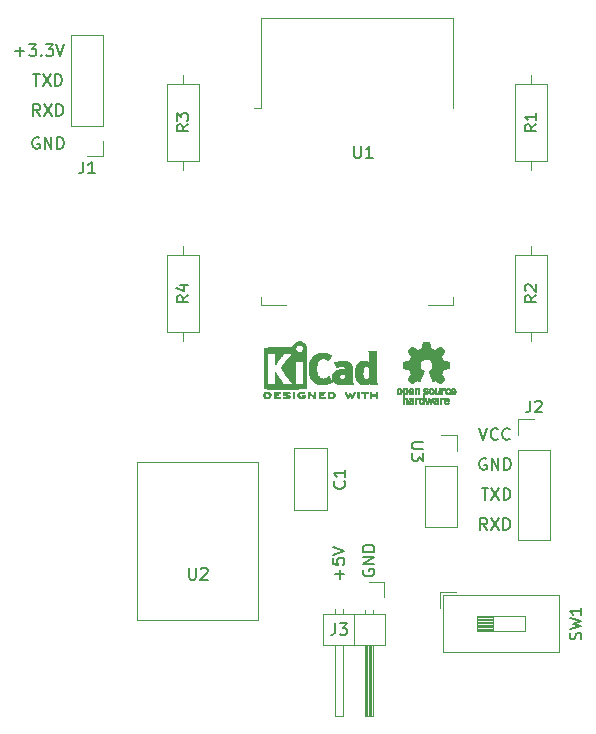
<source format=gbr>
%TF.GenerationSoftware,KiCad,Pcbnew,(5.1.10)-1*%
%TF.CreationDate,2021-08-16T10:46:03+02:00*%
%TF.ProjectId,feinstaub,6665696e-7374-4617-9562-2e6b69636164,rev?*%
%TF.SameCoordinates,Original*%
%TF.FileFunction,Legend,Top*%
%TF.FilePolarity,Positive*%
%FSLAX46Y46*%
G04 Gerber Fmt 4.6, Leading zero omitted, Abs format (unit mm)*
G04 Created by KiCad (PCBNEW (5.1.10)-1) date 2021-08-16 10:46:03*
%MOMM*%
%LPD*%
G01*
G04 APERTURE LIST*
%ADD10C,0.200000*%
%ADD11C,0.120000*%
%ADD12C,0.010000*%
%ADD13C,0.150000*%
G04 APERTURE END LIST*
D10*
X155035333Y-107386380D02*
X154702000Y-106910190D01*
X154463904Y-107386380D02*
X154463904Y-106386380D01*
X154844857Y-106386380D01*
X154940095Y-106434000D01*
X154987714Y-106481619D01*
X155035333Y-106576857D01*
X155035333Y-106719714D01*
X154987714Y-106814952D01*
X154940095Y-106862571D01*
X154844857Y-106910190D01*
X154463904Y-106910190D01*
X155368666Y-106386380D02*
X156035333Y-107386380D01*
X156035333Y-106386380D02*
X155368666Y-107386380D01*
X156416285Y-107386380D02*
X156416285Y-106386380D01*
X156654380Y-106386380D01*
X156797238Y-106434000D01*
X156892476Y-106529238D01*
X156940095Y-106624476D01*
X156987714Y-106814952D01*
X156987714Y-106957809D01*
X156940095Y-107148285D01*
X156892476Y-107243523D01*
X156797238Y-107338761D01*
X156654380Y-107386380D01*
X156416285Y-107386380D01*
X154567095Y-103846380D02*
X155138523Y-103846380D01*
X154852809Y-104846380D02*
X154852809Y-103846380D01*
X155376619Y-103846380D02*
X156043285Y-104846380D01*
X156043285Y-103846380D02*
X155376619Y-104846380D01*
X156424238Y-104846380D02*
X156424238Y-103846380D01*
X156662333Y-103846380D01*
X156805190Y-103894000D01*
X156900428Y-103989238D01*
X156948047Y-104084476D01*
X156995666Y-104274952D01*
X156995666Y-104417809D01*
X156948047Y-104608285D01*
X156900428Y-104703523D01*
X156805190Y-104798761D01*
X156662333Y-104846380D01*
X156424238Y-104846380D01*
X154368666Y-98766380D02*
X154702000Y-99766380D01*
X155035333Y-98766380D01*
X155940095Y-99671142D02*
X155892476Y-99718761D01*
X155749619Y-99766380D01*
X155654380Y-99766380D01*
X155511523Y-99718761D01*
X155416285Y-99623523D01*
X155368666Y-99528285D01*
X155321047Y-99337809D01*
X155321047Y-99194952D01*
X155368666Y-99004476D01*
X155416285Y-98909238D01*
X155511523Y-98814000D01*
X155654380Y-98766380D01*
X155749619Y-98766380D01*
X155892476Y-98814000D01*
X155940095Y-98861619D01*
X156940095Y-99671142D02*
X156892476Y-99718761D01*
X156749619Y-99766380D01*
X156654380Y-99766380D01*
X156511523Y-99718761D01*
X156416285Y-99623523D01*
X156368666Y-99528285D01*
X156321047Y-99337809D01*
X156321047Y-99194952D01*
X156368666Y-99004476D01*
X156416285Y-98909238D01*
X156511523Y-98814000D01*
X156654380Y-98766380D01*
X156749619Y-98766380D01*
X156892476Y-98814000D01*
X156940095Y-98861619D01*
X154940095Y-101354000D02*
X154844857Y-101306380D01*
X154702000Y-101306380D01*
X154559142Y-101354000D01*
X154463904Y-101449238D01*
X154416285Y-101544476D01*
X154368666Y-101734952D01*
X154368666Y-101877809D01*
X154416285Y-102068285D01*
X154463904Y-102163523D01*
X154559142Y-102258761D01*
X154702000Y-102306380D01*
X154797238Y-102306380D01*
X154940095Y-102258761D01*
X154987714Y-102211142D01*
X154987714Y-101877809D01*
X154797238Y-101877809D01*
X155416285Y-102306380D02*
X155416285Y-101306380D01*
X155987714Y-102306380D01*
X155987714Y-101306380D01*
X156463904Y-102306380D02*
X156463904Y-101306380D01*
X156702000Y-101306380D01*
X156844857Y-101354000D01*
X156940095Y-101449238D01*
X156987714Y-101544476D01*
X157035333Y-101734952D01*
X157035333Y-101877809D01*
X156987714Y-102068285D01*
X156940095Y-102163523D01*
X156844857Y-102258761D01*
X156702000Y-102306380D01*
X156463904Y-102306380D01*
X144534000Y-110743904D02*
X144486380Y-110839142D01*
X144486380Y-110982000D01*
X144534000Y-111124857D01*
X144629238Y-111220095D01*
X144724476Y-111267714D01*
X144914952Y-111315333D01*
X145057809Y-111315333D01*
X145248285Y-111267714D01*
X145343523Y-111220095D01*
X145438761Y-111124857D01*
X145486380Y-110982000D01*
X145486380Y-110886761D01*
X145438761Y-110743904D01*
X145391142Y-110696285D01*
X145057809Y-110696285D01*
X145057809Y-110886761D01*
X145486380Y-110267714D02*
X144486380Y-110267714D01*
X145486380Y-109696285D01*
X144486380Y-109696285D01*
X145486380Y-109220095D02*
X144486380Y-109220095D01*
X144486380Y-108982000D01*
X144534000Y-108839142D01*
X144629238Y-108743904D01*
X144724476Y-108696285D01*
X144914952Y-108648666D01*
X145057809Y-108648666D01*
X145248285Y-108696285D01*
X145343523Y-108743904D01*
X145438761Y-108839142D01*
X145486380Y-108982000D01*
X145486380Y-109220095D01*
X142565428Y-111521714D02*
X142565428Y-110759809D01*
X142946380Y-111140761D02*
X142184476Y-111140761D01*
X141946380Y-109807428D02*
X141946380Y-110283619D01*
X142422571Y-110331238D01*
X142374952Y-110283619D01*
X142327333Y-110188380D01*
X142327333Y-109950285D01*
X142374952Y-109855047D01*
X142422571Y-109807428D01*
X142517809Y-109759809D01*
X142755904Y-109759809D01*
X142851142Y-109807428D01*
X142898761Y-109855047D01*
X142946380Y-109950285D01*
X142946380Y-110188380D01*
X142898761Y-110283619D01*
X142851142Y-110331238D01*
X141946380Y-109474095D02*
X142946380Y-109140761D01*
X141946380Y-108807428D01*
X115094000Y-66873428D02*
X115855904Y-66873428D01*
X115474952Y-67254380D02*
X115474952Y-66492476D01*
X116236857Y-66254380D02*
X116855904Y-66254380D01*
X116522571Y-66635333D01*
X116665428Y-66635333D01*
X116760666Y-66682952D01*
X116808285Y-66730571D01*
X116855904Y-66825809D01*
X116855904Y-67063904D01*
X116808285Y-67159142D01*
X116760666Y-67206761D01*
X116665428Y-67254380D01*
X116379714Y-67254380D01*
X116284476Y-67206761D01*
X116236857Y-67159142D01*
X117284476Y-67159142D02*
X117332095Y-67206761D01*
X117284476Y-67254380D01*
X117236857Y-67206761D01*
X117284476Y-67159142D01*
X117284476Y-67254380D01*
X117665428Y-66254380D02*
X118284476Y-66254380D01*
X117951142Y-66635333D01*
X118094000Y-66635333D01*
X118189238Y-66682952D01*
X118236857Y-66730571D01*
X118284476Y-66825809D01*
X118284476Y-67063904D01*
X118236857Y-67159142D01*
X118189238Y-67206761D01*
X118094000Y-67254380D01*
X117808285Y-67254380D01*
X117713047Y-67206761D01*
X117665428Y-67159142D01*
X118570190Y-66254380D02*
X118903523Y-67254380D01*
X119236857Y-66254380D01*
X116594095Y-68794380D02*
X117165523Y-68794380D01*
X116879809Y-69794380D02*
X116879809Y-68794380D01*
X117403619Y-68794380D02*
X118070285Y-69794380D01*
X118070285Y-68794380D02*
X117403619Y-69794380D01*
X118451238Y-69794380D02*
X118451238Y-68794380D01*
X118689333Y-68794380D01*
X118832190Y-68842000D01*
X118927428Y-68937238D01*
X118975047Y-69032476D01*
X119022666Y-69222952D01*
X119022666Y-69365809D01*
X118975047Y-69556285D01*
X118927428Y-69651523D01*
X118832190Y-69746761D01*
X118689333Y-69794380D01*
X118451238Y-69794380D01*
X117189333Y-72334380D02*
X116856000Y-71858190D01*
X116617904Y-72334380D02*
X116617904Y-71334380D01*
X116998857Y-71334380D01*
X117094095Y-71382000D01*
X117141714Y-71429619D01*
X117189333Y-71524857D01*
X117189333Y-71667714D01*
X117141714Y-71762952D01*
X117094095Y-71810571D01*
X116998857Y-71858190D01*
X116617904Y-71858190D01*
X117522666Y-71334380D02*
X118189333Y-72334380D01*
X118189333Y-71334380D02*
X117522666Y-72334380D01*
X118570285Y-72334380D02*
X118570285Y-71334380D01*
X118808380Y-71334380D01*
X118951238Y-71382000D01*
X119046476Y-71477238D01*
X119094095Y-71572476D01*
X119141714Y-71762952D01*
X119141714Y-71905809D01*
X119094095Y-72096285D01*
X119046476Y-72191523D01*
X118951238Y-72286761D01*
X118808380Y-72334380D01*
X118570285Y-72334380D01*
X117094095Y-74176000D02*
X116998857Y-74128380D01*
X116856000Y-74128380D01*
X116713142Y-74176000D01*
X116617904Y-74271238D01*
X116570285Y-74366476D01*
X116522666Y-74556952D01*
X116522666Y-74699809D01*
X116570285Y-74890285D01*
X116617904Y-74985523D01*
X116713142Y-75080761D01*
X116856000Y-75128380D01*
X116951238Y-75128380D01*
X117094095Y-75080761D01*
X117141714Y-75033142D01*
X117141714Y-74699809D01*
X116951238Y-74699809D01*
X117570285Y-75128380D02*
X117570285Y-74128380D01*
X118141714Y-75128380D01*
X118141714Y-74128380D01*
X118617904Y-75128380D02*
X118617904Y-74128380D01*
X118856000Y-74128380D01*
X118998857Y-74176000D01*
X119094095Y-74271238D01*
X119141714Y-74366476D01*
X119189333Y-74556952D01*
X119189333Y-74699809D01*
X119141714Y-74890285D01*
X119094095Y-74985523D01*
X118998857Y-75080761D01*
X118856000Y-75128380D01*
X118617904Y-75128380D01*
D11*
%TO.C,C1*%
X141451000Y-105724000D02*
X138711000Y-105724000D01*
X141451000Y-100484000D02*
X138711000Y-100484000D01*
X138711000Y-100484000D02*
X138711000Y-105724000D01*
X141451000Y-100484000D02*
X141451000Y-105724000D01*
D12*
%TO.C,G\u002A\u002A\u002A*%
G36*
X145661062Y-92249637D02*
G01*
X145661062Y-94908687D01*
X145697103Y-94976156D01*
X145733145Y-95043625D01*
X145081625Y-95043625D01*
X145081625Y-94997298D01*
X145078652Y-94943664D01*
X145066639Y-94918949D01*
X145040942Y-94920736D01*
X144996919Y-94946608D01*
X144991433Y-94950355D01*
X144884774Y-95009077D01*
X144763431Y-95047057D01*
X144621327Y-95066196D01*
X144620860Y-95066227D01*
X144520499Y-95068629D01*
X144439253Y-95060198D01*
X144400313Y-95051116D01*
X144266412Y-94997568D01*
X144146294Y-94917175D01*
X144042473Y-94812777D01*
X143957465Y-94687211D01*
X143893783Y-94543319D01*
X143866714Y-94448752D01*
X143854536Y-94373604D01*
X143846317Y-94275940D01*
X143842170Y-94164759D01*
X143842185Y-94110133D01*
X144478463Y-94110133D01*
X144479905Y-94192292D01*
X144483757Y-94268804D01*
X144489419Y-94330759D01*
X144495780Y-94367487D01*
X144526930Y-94445026D01*
X144572056Y-94513642D01*
X144624269Y-94563599D01*
X144642267Y-94574530D01*
X144707877Y-94592618D01*
X144789193Y-94591187D01*
X144877621Y-94571150D01*
X144948539Y-94541922D01*
X145034000Y-94498683D01*
X145034000Y-93601832D01*
X144958823Y-93565439D01*
X144896274Y-93542426D01*
X144825087Y-93526330D01*
X144796104Y-93522931D01*
X144708571Y-93529578D01*
X144635422Y-93563002D01*
X144576465Y-93623558D01*
X144531507Y-93711602D01*
X144500356Y-93827491D01*
X144482820Y-93971581D01*
X144478463Y-94110133D01*
X143842185Y-94110133D01*
X143842203Y-94049059D01*
X143846529Y-93937842D01*
X143855256Y-93840105D01*
X143858909Y-93813718D01*
X143897893Y-93638736D01*
X143957403Y-93483392D01*
X144036249Y-93349537D01*
X144133240Y-93239026D01*
X144247185Y-93153712D01*
X144300969Y-93125296D01*
X144348638Y-93105146D01*
X144394839Y-93091918D01*
X144449243Y-93083841D01*
X144521523Y-93079144D01*
X144560842Y-93077712D01*
X144689560Y-93078935D01*
X144794814Y-93092480D01*
X144882927Y-93119682D01*
X144960223Y-93161875D01*
X144960535Y-93162086D01*
X144997931Y-93186229D01*
X145023533Y-93200485D01*
X145028476Y-93202125D01*
X145030645Y-93186944D01*
X145032176Y-93144166D01*
X145033040Y-93077938D01*
X145033208Y-92992407D01*
X145032651Y-92891721D01*
X145031416Y-92785406D01*
X145029294Y-92655653D01*
X145026913Y-92553680D01*
X145023992Y-92475520D01*
X145020248Y-92417201D01*
X145015399Y-92374754D01*
X145009164Y-92344211D01*
X145001259Y-92321602D01*
X144997958Y-92314654D01*
X144980291Y-92278593D01*
X144970943Y-92256981D01*
X144970500Y-92255123D01*
X144985615Y-92253517D01*
X145027923Y-92252097D01*
X145092866Y-92250935D01*
X145175888Y-92250103D01*
X145272430Y-92249674D01*
X145315781Y-92249631D01*
X145661062Y-92249637D01*
G37*
X145661062Y-92249637D02*
X145661062Y-94908687D01*
X145697103Y-94976156D01*
X145733145Y-95043625D01*
X145081625Y-95043625D01*
X145081625Y-94997298D01*
X145078652Y-94943664D01*
X145066639Y-94918949D01*
X145040942Y-94920736D01*
X144996919Y-94946608D01*
X144991433Y-94950355D01*
X144884774Y-95009077D01*
X144763431Y-95047057D01*
X144621327Y-95066196D01*
X144620860Y-95066227D01*
X144520499Y-95068629D01*
X144439253Y-95060198D01*
X144400313Y-95051116D01*
X144266412Y-94997568D01*
X144146294Y-94917175D01*
X144042473Y-94812777D01*
X143957465Y-94687211D01*
X143893783Y-94543319D01*
X143866714Y-94448752D01*
X143854536Y-94373604D01*
X143846317Y-94275940D01*
X143842170Y-94164759D01*
X143842185Y-94110133D01*
X144478463Y-94110133D01*
X144479905Y-94192292D01*
X144483757Y-94268804D01*
X144489419Y-94330759D01*
X144495780Y-94367487D01*
X144526930Y-94445026D01*
X144572056Y-94513642D01*
X144624269Y-94563599D01*
X144642267Y-94574530D01*
X144707877Y-94592618D01*
X144789193Y-94591187D01*
X144877621Y-94571150D01*
X144948539Y-94541922D01*
X145034000Y-94498683D01*
X145034000Y-93601832D01*
X144958823Y-93565439D01*
X144896274Y-93542426D01*
X144825087Y-93526330D01*
X144796104Y-93522931D01*
X144708571Y-93529578D01*
X144635422Y-93563002D01*
X144576465Y-93623558D01*
X144531507Y-93711602D01*
X144500356Y-93827491D01*
X144482820Y-93971581D01*
X144478463Y-94110133D01*
X143842185Y-94110133D01*
X143842203Y-94049059D01*
X143846529Y-93937842D01*
X143855256Y-93840105D01*
X143858909Y-93813718D01*
X143897893Y-93638736D01*
X143957403Y-93483392D01*
X144036249Y-93349537D01*
X144133240Y-93239026D01*
X144247185Y-93153712D01*
X144300969Y-93125296D01*
X144348638Y-93105146D01*
X144394839Y-93091918D01*
X144449243Y-93083841D01*
X144521523Y-93079144D01*
X144560842Y-93077712D01*
X144689560Y-93078935D01*
X144794814Y-93092480D01*
X144882927Y-93119682D01*
X144960223Y-93161875D01*
X144960535Y-93162086D01*
X144997931Y-93186229D01*
X145023533Y-93200485D01*
X145028476Y-93202125D01*
X145030645Y-93186944D01*
X145032176Y-93144166D01*
X145033040Y-93077938D01*
X145033208Y-92992407D01*
X145032651Y-92891721D01*
X145031416Y-92785406D01*
X145029294Y-92655653D01*
X145026913Y-92553680D01*
X145023992Y-92475520D01*
X145020248Y-92417201D01*
X145015399Y-92374754D01*
X145009164Y-92344211D01*
X145001259Y-92321602D01*
X144997958Y-92314654D01*
X144980291Y-92278593D01*
X144970943Y-92256981D01*
X144970500Y-92255123D01*
X144985615Y-92253517D01*
X145027923Y-92252097D01*
X145092866Y-92250935D01*
X145175888Y-92250103D01*
X145272430Y-92249674D01*
X145315781Y-92249631D01*
X145661062Y-92249637D01*
G36*
X142904204Y-93066702D02*
G01*
X142969116Y-93072689D01*
X143094122Y-93091660D01*
X143196351Y-93118909D01*
X143284337Y-93157444D01*
X143366613Y-93210270D01*
X143372838Y-93214928D01*
X143448903Y-93289312D01*
X143514526Y-93386957D01*
X143564542Y-93499814D01*
X143573440Y-93527562D01*
X143579137Y-93562736D01*
X143584622Y-93628746D01*
X143589856Y-93724677D01*
X143594798Y-93849615D01*
X143599409Y-94002645D01*
X143603648Y-94182854D01*
X143605049Y-94252799D01*
X143608407Y-94419690D01*
X143611586Y-94557758D01*
X143614741Y-94669929D01*
X143618031Y-94759129D01*
X143621611Y-94828283D01*
X143625638Y-94880316D01*
X143630270Y-94918156D01*
X143635662Y-94944726D01*
X143641972Y-94962953D01*
X143643253Y-94965644D01*
X143660255Y-95003169D01*
X143668581Y-95028306D01*
X143668750Y-95030189D01*
X143653667Y-95034272D01*
X143611588Y-95037856D01*
X143547265Y-95040739D01*
X143465450Y-95042721D01*
X143370895Y-95043599D01*
X143351250Y-95043625D01*
X143033750Y-95043625D01*
X143033750Y-94972187D01*
X143031961Y-94929569D01*
X143027437Y-94904016D01*
X143024753Y-94900750D01*
X143007602Y-94909512D01*
X142975822Y-94931371D01*
X142964552Y-94939805D01*
X142851084Y-95008083D01*
X142722984Y-95050089D01*
X142605125Y-95065708D01*
X142532362Y-95067769D01*
X142462272Y-95065908D01*
X142408043Y-95060549D01*
X142400469Y-95059139D01*
X142308348Y-95031084D01*
X142212553Y-94987337D01*
X142125341Y-94934272D01*
X142065375Y-94884874D01*
X141989218Y-94787641D01*
X141932511Y-94671117D01*
X141897570Y-94542745D01*
X141888232Y-94428508D01*
X142478125Y-94428508D01*
X142480792Y-94478257D01*
X142492882Y-94513907D01*
X142520531Y-94549465D01*
X142539757Y-94569242D01*
X142574806Y-94602385D01*
X142603883Y-94620842D01*
X142638625Y-94628898D01*
X142690668Y-94630842D01*
X142707077Y-94630875D01*
X142798740Y-94624038D01*
X142867697Y-94602784D01*
X142871663Y-94600814D01*
X142921208Y-94572723D01*
X142953683Y-94543960D01*
X142972833Y-94506954D01*
X142982403Y-94454130D01*
X142986137Y-94377916D01*
X142986329Y-94368937D01*
X142987450Y-94302732D01*
X142988001Y-94247427D01*
X142987913Y-94211610D01*
X142987663Y-94204372D01*
X142980594Y-94194308D01*
X142957798Y-94188690D01*
X142914242Y-94187036D01*
X142844894Y-94188867D01*
X142831343Y-94189439D01*
X142707519Y-94202345D01*
X142611403Y-94229470D01*
X142541984Y-94271500D01*
X142498248Y-94329120D01*
X142479184Y-94403014D01*
X142478125Y-94428508D01*
X141888232Y-94428508D01*
X141886716Y-94409967D01*
X141892781Y-94330918D01*
X141925732Y-94207227D01*
X141986692Y-94095759D01*
X142073666Y-93998352D01*
X142184658Y-93916845D01*
X142317673Y-93853078D01*
X142455702Y-93812120D01*
X142514302Y-93802090D01*
X142594426Y-93792476D01*
X142685851Y-93784325D01*
X142778358Y-93778684D01*
X142785059Y-93778391D01*
X143004682Y-93769087D01*
X142994384Y-93714194D01*
X142967389Y-93626685D01*
X142924444Y-93556984D01*
X142893541Y-93527562D01*
X142865785Y-93511211D01*
X142830754Y-93501567D01*
X142779956Y-93497135D01*
X142716250Y-93496355D01*
X142638518Y-93499035D01*
X142571720Y-93508127D01*
X142501553Y-93526267D01*
X142436553Y-93547949D01*
X142373525Y-93569844D01*
X142322224Y-93587041D01*
X142289666Y-93597223D01*
X142282094Y-93599000D01*
X142267608Y-93584387D01*
X142243856Y-93542094D01*
X142211970Y-93474440D01*
X142173086Y-93383743D01*
X142154346Y-93337861D01*
X142129844Y-93276629D01*
X142110585Y-93227601D01*
X142099152Y-93197408D01*
X142097125Y-93191102D01*
X142110332Y-93186996D01*
X142125304Y-93186250D01*
X142151082Y-93182614D01*
X142200576Y-93172709D01*
X142266720Y-93158039D01*
X142342447Y-93140106D01*
X142344089Y-93139705D01*
X142488686Y-93106328D01*
X142610218Y-93083066D01*
X142715463Y-93069192D01*
X142811200Y-93063980D01*
X142904204Y-93066702D01*
G37*
X142904204Y-93066702D02*
X142969116Y-93072689D01*
X143094122Y-93091660D01*
X143196351Y-93118909D01*
X143284337Y-93157444D01*
X143366613Y-93210270D01*
X143372838Y-93214928D01*
X143448903Y-93289312D01*
X143514526Y-93386957D01*
X143564542Y-93499814D01*
X143573440Y-93527562D01*
X143579137Y-93562736D01*
X143584622Y-93628746D01*
X143589856Y-93724677D01*
X143594798Y-93849615D01*
X143599409Y-94002645D01*
X143603648Y-94182854D01*
X143605049Y-94252799D01*
X143608407Y-94419690D01*
X143611586Y-94557758D01*
X143614741Y-94669929D01*
X143618031Y-94759129D01*
X143621611Y-94828283D01*
X143625638Y-94880316D01*
X143630270Y-94918156D01*
X143635662Y-94944726D01*
X143641972Y-94962953D01*
X143643253Y-94965644D01*
X143660255Y-95003169D01*
X143668581Y-95028306D01*
X143668750Y-95030189D01*
X143653667Y-95034272D01*
X143611588Y-95037856D01*
X143547265Y-95040739D01*
X143465450Y-95042721D01*
X143370895Y-95043599D01*
X143351250Y-95043625D01*
X143033750Y-95043625D01*
X143033750Y-94972187D01*
X143031961Y-94929569D01*
X143027437Y-94904016D01*
X143024753Y-94900750D01*
X143007602Y-94909512D01*
X142975822Y-94931371D01*
X142964552Y-94939805D01*
X142851084Y-95008083D01*
X142722984Y-95050089D01*
X142605125Y-95065708D01*
X142532362Y-95067769D01*
X142462272Y-95065908D01*
X142408043Y-95060549D01*
X142400469Y-95059139D01*
X142308348Y-95031084D01*
X142212553Y-94987337D01*
X142125341Y-94934272D01*
X142065375Y-94884874D01*
X141989218Y-94787641D01*
X141932511Y-94671117D01*
X141897570Y-94542745D01*
X141888232Y-94428508D01*
X142478125Y-94428508D01*
X142480792Y-94478257D01*
X142492882Y-94513907D01*
X142520531Y-94549465D01*
X142539757Y-94569242D01*
X142574806Y-94602385D01*
X142603883Y-94620842D01*
X142638625Y-94628898D01*
X142690668Y-94630842D01*
X142707077Y-94630875D01*
X142798740Y-94624038D01*
X142867697Y-94602784D01*
X142871663Y-94600814D01*
X142921208Y-94572723D01*
X142953683Y-94543960D01*
X142972833Y-94506954D01*
X142982403Y-94454130D01*
X142986137Y-94377916D01*
X142986329Y-94368937D01*
X142987450Y-94302732D01*
X142988001Y-94247427D01*
X142987913Y-94211610D01*
X142987663Y-94204372D01*
X142980594Y-94194308D01*
X142957798Y-94188690D01*
X142914242Y-94187036D01*
X142844894Y-94188867D01*
X142831343Y-94189439D01*
X142707519Y-94202345D01*
X142611403Y-94229470D01*
X142541984Y-94271500D01*
X142498248Y-94329120D01*
X142479184Y-94403014D01*
X142478125Y-94428508D01*
X141888232Y-94428508D01*
X141886716Y-94409967D01*
X141892781Y-94330918D01*
X141925732Y-94207227D01*
X141986692Y-94095759D01*
X142073666Y-93998352D01*
X142184658Y-93916845D01*
X142317673Y-93853078D01*
X142455702Y-93812120D01*
X142514302Y-93802090D01*
X142594426Y-93792476D01*
X142685851Y-93784325D01*
X142778358Y-93778684D01*
X142785059Y-93778391D01*
X143004682Y-93769087D01*
X142994384Y-93714194D01*
X142967389Y-93626685D01*
X142924444Y-93556984D01*
X142893541Y-93527562D01*
X142865785Y-93511211D01*
X142830754Y-93501567D01*
X142779956Y-93497135D01*
X142716250Y-93496355D01*
X142638518Y-93499035D01*
X142571720Y-93508127D01*
X142501553Y-93526267D01*
X142436553Y-93547949D01*
X142373525Y-93569844D01*
X142322224Y-93587041D01*
X142289666Y-93597223D01*
X142282094Y-93599000D01*
X142267608Y-93584387D01*
X142243856Y-93542094D01*
X142211970Y-93474440D01*
X142173086Y-93383743D01*
X142154346Y-93337861D01*
X142129844Y-93276629D01*
X142110585Y-93227601D01*
X142099152Y-93197408D01*
X142097125Y-93191102D01*
X142110332Y-93186996D01*
X142125304Y-93186250D01*
X142151082Y-93182614D01*
X142200576Y-93172709D01*
X142266720Y-93158039D01*
X142342447Y-93140106D01*
X142344089Y-93139705D01*
X142488686Y-93106328D01*
X142610218Y-93083066D01*
X142715463Y-93069192D01*
X142811200Y-93063980D01*
X142904204Y-93066702D01*
G36*
X141250603Y-92379811D02*
G01*
X141347925Y-92395740D01*
X141352316Y-92396801D01*
X141399476Y-92410820D01*
X141462058Y-92432759D01*
X141534230Y-92460180D01*
X141610156Y-92490642D01*
X141684003Y-92521706D01*
X141749938Y-92550933D01*
X141802125Y-92575883D01*
X141834732Y-92594117D01*
X141842828Y-92601916D01*
X141834651Y-92618425D01*
X141812253Y-92655380D01*
X141779204Y-92707412D01*
X141739069Y-92769152D01*
X141695417Y-92835229D01*
X141651815Y-92900276D01*
X141611831Y-92958921D01*
X141579031Y-93005796D01*
X141556983Y-93035532D01*
X141549523Y-93043375D01*
X141533840Y-93034629D01*
X141499620Y-93011505D01*
X141453728Y-92978672D01*
X141445122Y-92972359D01*
X141370270Y-92922443D01*
X141302043Y-92891085D01*
X141228574Y-92874513D01*
X141138001Y-92868959D01*
X141119379Y-92868838D01*
X141048378Y-92871582D01*
X140992156Y-92882508D01*
X140934038Y-92905462D01*
X140910027Y-92917118D01*
X140829643Y-92964791D01*
X140764304Y-93022250D01*
X140709880Y-93094996D01*
X140662243Y-93188535D01*
X140617910Y-93306435D01*
X140604974Y-93347590D01*
X140595456Y-93386509D01*
X140588838Y-93429062D01*
X140584607Y-93481120D01*
X140582245Y-93548553D01*
X140581239Y-93637234D01*
X140581062Y-93726000D01*
X140581802Y-93848539D01*
X140584707Y-93945527D01*
X140590808Y-94023141D01*
X140601133Y-94087560D01*
X140616712Y-94144962D01*
X140638573Y-94201524D01*
X140667747Y-94263425D01*
X140672024Y-94271973D01*
X140710786Y-94333130D01*
X140765114Y-94398873D01*
X140826102Y-94459834D01*
X140884839Y-94506645D01*
X140908715Y-94520880D01*
X141024698Y-94563777D01*
X141143582Y-94575450D01*
X141265719Y-94555841D01*
X141391465Y-94504892D01*
X141521172Y-94422547D01*
X141522870Y-94421281D01*
X141566094Y-94390175D01*
X141597990Y-94369428D01*
X141611614Y-94363537D01*
X141627344Y-94387174D01*
X141654089Y-94430737D01*
X141688568Y-94488549D01*
X141727499Y-94554931D01*
X141767601Y-94624203D01*
X141805594Y-94690688D01*
X141838195Y-94748706D01*
X141862125Y-94792579D01*
X141874102Y-94816627D01*
X141874875Y-94819176D01*
X141861156Y-94833603D01*
X141823934Y-94857178D01*
X141769106Y-94887069D01*
X141702573Y-94920445D01*
X141630234Y-94954472D01*
X141557987Y-94986320D01*
X141491731Y-95013156D01*
X141437367Y-95032149D01*
X141422437Y-95036368D01*
X141356038Y-95048669D01*
X141267806Y-95058437D01*
X141167538Y-95065251D01*
X141065030Y-95068688D01*
X140970081Y-95068325D01*
X140892487Y-95063739D01*
X140866812Y-95060349D01*
X140702558Y-95017138D01*
X140545173Y-94945201D01*
X140398114Y-94847378D01*
X140264837Y-94726511D01*
X140148802Y-94585438D01*
X140053464Y-94427002D01*
X140026537Y-94370040D01*
X139988854Y-94279035D01*
X139960419Y-94194760D01*
X139940063Y-94110259D01*
X139926617Y-94018577D01*
X139918910Y-93912757D01*
X139915772Y-93785843D01*
X139915556Y-93710125D01*
X139916053Y-93601392D01*
X139917402Y-93518102D01*
X139920220Y-93453947D01*
X139925125Y-93402620D01*
X139932735Y-93357814D01*
X139943669Y-93313222D01*
X139958546Y-93262536D01*
X139959848Y-93258278D01*
X140027834Y-93076997D01*
X140115219Y-92916697D01*
X140201071Y-92799601D01*
X140330311Y-92665162D01*
X140477397Y-92551563D01*
X140636886Y-92462377D01*
X140803336Y-92401174D01*
X140811250Y-92399044D01*
X140904802Y-92381892D01*
X141017144Y-92372937D01*
X141136377Y-92372227D01*
X141250603Y-92379811D01*
G37*
X141250603Y-92379811D02*
X141347925Y-92395740D01*
X141352316Y-92396801D01*
X141399476Y-92410820D01*
X141462058Y-92432759D01*
X141534230Y-92460180D01*
X141610156Y-92490642D01*
X141684003Y-92521706D01*
X141749938Y-92550933D01*
X141802125Y-92575883D01*
X141834732Y-92594117D01*
X141842828Y-92601916D01*
X141834651Y-92618425D01*
X141812253Y-92655380D01*
X141779204Y-92707412D01*
X141739069Y-92769152D01*
X141695417Y-92835229D01*
X141651815Y-92900276D01*
X141611831Y-92958921D01*
X141579031Y-93005796D01*
X141556983Y-93035532D01*
X141549523Y-93043375D01*
X141533840Y-93034629D01*
X141499620Y-93011505D01*
X141453728Y-92978672D01*
X141445122Y-92972359D01*
X141370270Y-92922443D01*
X141302043Y-92891085D01*
X141228574Y-92874513D01*
X141138001Y-92868959D01*
X141119379Y-92868838D01*
X141048378Y-92871582D01*
X140992156Y-92882508D01*
X140934038Y-92905462D01*
X140910027Y-92917118D01*
X140829643Y-92964791D01*
X140764304Y-93022250D01*
X140709880Y-93094996D01*
X140662243Y-93188535D01*
X140617910Y-93306435D01*
X140604974Y-93347590D01*
X140595456Y-93386509D01*
X140588838Y-93429062D01*
X140584607Y-93481120D01*
X140582245Y-93548553D01*
X140581239Y-93637234D01*
X140581062Y-93726000D01*
X140581802Y-93848539D01*
X140584707Y-93945527D01*
X140590808Y-94023141D01*
X140601133Y-94087560D01*
X140616712Y-94144962D01*
X140638573Y-94201524D01*
X140667747Y-94263425D01*
X140672024Y-94271973D01*
X140710786Y-94333130D01*
X140765114Y-94398873D01*
X140826102Y-94459834D01*
X140884839Y-94506645D01*
X140908715Y-94520880D01*
X141024698Y-94563777D01*
X141143582Y-94575450D01*
X141265719Y-94555841D01*
X141391465Y-94504892D01*
X141521172Y-94422547D01*
X141522870Y-94421281D01*
X141566094Y-94390175D01*
X141597990Y-94369428D01*
X141611614Y-94363537D01*
X141627344Y-94387174D01*
X141654089Y-94430737D01*
X141688568Y-94488549D01*
X141727499Y-94554931D01*
X141767601Y-94624203D01*
X141805594Y-94690688D01*
X141838195Y-94748706D01*
X141862125Y-94792579D01*
X141874102Y-94816627D01*
X141874875Y-94819176D01*
X141861156Y-94833603D01*
X141823934Y-94857178D01*
X141769106Y-94887069D01*
X141702573Y-94920445D01*
X141630234Y-94954472D01*
X141557987Y-94986320D01*
X141491731Y-95013156D01*
X141437367Y-95032149D01*
X141422437Y-95036368D01*
X141356038Y-95048669D01*
X141267806Y-95058437D01*
X141167538Y-95065251D01*
X141065030Y-95068688D01*
X140970081Y-95068325D01*
X140892487Y-95063739D01*
X140866812Y-95060349D01*
X140702558Y-95017138D01*
X140545173Y-94945201D01*
X140398114Y-94847378D01*
X140264837Y-94726511D01*
X140148802Y-94585438D01*
X140053464Y-94427002D01*
X140026537Y-94370040D01*
X139988854Y-94279035D01*
X139960419Y-94194760D01*
X139940063Y-94110259D01*
X139926617Y-94018577D01*
X139918910Y-93912757D01*
X139915772Y-93785843D01*
X139915556Y-93710125D01*
X139916053Y-93601392D01*
X139917402Y-93518102D01*
X139920220Y-93453947D01*
X139925125Y-93402620D01*
X139932735Y-93357814D01*
X139943669Y-93313222D01*
X139958546Y-93262536D01*
X139959848Y-93258278D01*
X140027834Y-93076997D01*
X140115219Y-92916697D01*
X140201071Y-92799601D01*
X140330311Y-92665162D01*
X140477397Y-92551563D01*
X140636886Y-92462377D01*
X140803336Y-92401174D01*
X140811250Y-92399044D01*
X140904802Y-92381892D01*
X141017144Y-92372937D01*
X141136377Y-92372227D01*
X141250603Y-92379811D01*
G36*
X139187102Y-91433156D02*
G01*
X139240592Y-91437384D01*
X139284394Y-91447238D01*
X139329525Y-91464923D01*
X139368570Y-91483517D01*
X139481732Y-91555929D01*
X139579362Y-91651718D01*
X139654492Y-91763789D01*
X139665391Y-91785788D01*
X139707937Y-91876562D01*
X139712177Y-93615438D01*
X139712807Y-93892199D01*
X139713257Y-94138907D01*
X139713511Y-94357261D01*
X139713551Y-94548957D01*
X139713359Y-94715693D01*
X139712916Y-94859166D01*
X139712206Y-94981073D01*
X139711210Y-95083112D01*
X139709911Y-95166981D01*
X139708291Y-95234375D01*
X139706332Y-95286994D01*
X139704016Y-95326534D01*
X139701325Y-95354692D01*
X139698242Y-95373166D01*
X139694749Y-95383653D01*
X139693615Y-95385500D01*
X139689472Y-95390367D01*
X139683385Y-95394706D01*
X139673588Y-95398551D01*
X139658313Y-95401937D01*
X139635792Y-95404901D01*
X139604259Y-95407477D01*
X139561945Y-95409700D01*
X139507085Y-95411606D01*
X139437910Y-95413230D01*
X139352654Y-95414606D01*
X139249549Y-95415771D01*
X139126827Y-95416760D01*
X138982722Y-95417607D01*
X138815466Y-95418347D01*
X138623292Y-95419017D01*
X138404433Y-95419651D01*
X138157121Y-95420285D01*
X137918657Y-95420860D01*
X137640693Y-95421476D01*
X137392791Y-95421916D01*
X137173261Y-95422161D01*
X136980416Y-95422194D01*
X136812568Y-95421997D01*
X136668028Y-95421554D01*
X136545108Y-95420845D01*
X136442119Y-95419854D01*
X136357373Y-95418563D01*
X136289183Y-95416955D01*
X136235859Y-95415011D01*
X136195714Y-95412715D01*
X136167058Y-95410049D01*
X136148205Y-95406995D01*
X136137465Y-95403535D01*
X136135406Y-95402297D01*
X136130474Y-95398100D01*
X136126092Y-95391942D01*
X136122229Y-95382024D01*
X136118852Y-95366546D01*
X136115928Y-95343709D01*
X136113425Y-95311713D01*
X136111310Y-95268758D01*
X136109550Y-95213046D01*
X136108113Y-95142776D01*
X136106966Y-95056149D01*
X136106076Y-94951365D01*
X136105411Y-94826626D01*
X136104938Y-94680131D01*
X136104625Y-94510080D01*
X136104438Y-94314676D01*
X136104345Y-94092117D01*
X136104315Y-93840604D01*
X136104312Y-93688161D01*
X136104341Y-93418529D01*
X136104446Y-93178865D01*
X136104655Y-92967386D01*
X136104995Y-92782310D01*
X136105492Y-92621855D01*
X136106174Y-92484239D01*
X136106699Y-92415823D01*
X136350375Y-92415823D01*
X136357132Y-92433027D01*
X136374321Y-92468413D01*
X136386093Y-92491229D01*
X136421812Y-92559187D01*
X136421812Y-94892812D01*
X136386093Y-94953251D01*
X136364451Y-94991318D01*
X136351761Y-95016436D01*
X136350375Y-95020719D01*
X136365535Y-95022656D01*
X136408161Y-95024388D01*
X136473968Y-95025839D01*
X136558671Y-95026931D01*
X136657986Y-95027589D01*
X136741010Y-95027750D01*
X136862285Y-95027625D01*
X136955356Y-95027077D01*
X137023767Y-95025846D01*
X137071065Y-95023672D01*
X137100795Y-95020295D01*
X137116503Y-95015455D01*
X137121733Y-95008892D01*
X137120031Y-95000346D01*
X137119872Y-94999968D01*
X137100916Y-94953361D01*
X137086367Y-94910903D01*
X137075527Y-94867216D01*
X137067698Y-94816921D01*
X137062184Y-94754639D01*
X137058285Y-94674992D01*
X137055305Y-94572603D01*
X137053463Y-94488000D01*
X137051939Y-94380657D01*
X137051749Y-94280458D01*
X137052808Y-94192986D01*
X137055028Y-94123825D01*
X137058325Y-94078557D01*
X137059943Y-94068308D01*
X137073694Y-94005804D01*
X137264798Y-94266746D01*
X137368371Y-94408672D01*
X137454358Y-94527877D01*
X137524345Y-94626946D01*
X137579917Y-94708469D01*
X137622657Y-94775030D01*
X137654153Y-94829219D01*
X137675987Y-94873622D01*
X137689746Y-94910826D01*
X137697015Y-94943418D01*
X137699378Y-94973986D01*
X137699401Y-94976156D01*
X137699750Y-95027750D01*
X138577480Y-95027750D01*
X138566269Y-95015843D01*
X138748004Y-95015843D01*
X138762992Y-95019229D01*
X138805306Y-95022241D01*
X138870522Y-95024733D01*
X138954218Y-95026562D01*
X139051969Y-95027584D01*
X139112625Y-95027750D01*
X139216475Y-95027388D01*
X139308838Y-95026373D01*
X139385282Y-95024812D01*
X139441376Y-95022809D01*
X139472689Y-95020471D01*
X139477750Y-95019024D01*
X139471172Y-95000135D01*
X139455424Y-94967124D01*
X139450475Y-94952427D01*
X139446157Y-94927261D01*
X139442397Y-94889335D01*
X139439122Y-94836356D01*
X139436259Y-94766031D01*
X139433734Y-94676068D01*
X139431475Y-94564174D01*
X139429408Y-94428057D01*
X139427460Y-94265425D01*
X139425558Y-94073985D01*
X139425017Y-94014188D01*
X139416936Y-93104425D01*
X139086917Y-93106243D01*
X138987944Y-93107077D01*
X138900227Y-93108366D01*
X138828548Y-93109996D01*
X138777687Y-93111850D01*
X138752426Y-93113812D01*
X138750579Y-93114378D01*
X138753944Y-93130292D01*
X138769693Y-93157005D01*
X138775241Y-93167640D01*
X138779931Y-93184090D01*
X138783832Y-93208876D01*
X138787016Y-93244519D01*
X138789552Y-93293540D01*
X138791512Y-93358461D01*
X138792965Y-93441801D01*
X138793982Y-93546082D01*
X138794633Y-93673826D01*
X138794988Y-93827552D01*
X138795119Y-94009782D01*
X138795125Y-94067810D01*
X138795024Y-94260389D01*
X138794680Y-94423650D01*
X138794030Y-94560024D01*
X138793011Y-94671944D01*
X138791562Y-94761840D01*
X138789619Y-94832144D01*
X138787119Y-94885287D01*
X138784001Y-94923701D01*
X138780201Y-94949818D01*
X138775657Y-94966069D01*
X138771817Y-94973122D01*
X138753544Y-95001451D01*
X138748004Y-95015843D01*
X138566269Y-95015843D01*
X138499002Y-94944406D01*
X138460217Y-94900516D01*
X138408741Y-94838449D01*
X138350610Y-94765666D01*
X138291859Y-94689627D01*
X138277466Y-94670562D01*
X138227100Y-94602888D01*
X138166770Y-94520843D01*
X138098971Y-94427911D01*
X138026198Y-94327574D01*
X137950946Y-94223316D01*
X137875709Y-94118619D01*
X137802984Y-94016968D01*
X137735263Y-93921844D01*
X137675044Y-93836732D01*
X137624819Y-93765115D01*
X137587085Y-93710475D01*
X137564335Y-93676296D01*
X137559408Y-93668061D01*
X137556391Y-93657566D01*
X137558375Y-93643428D01*
X137567071Y-93623249D01*
X137584191Y-93594631D01*
X137611447Y-93555177D01*
X137650551Y-93502490D01*
X137703216Y-93434171D01*
X137771152Y-93347825D01*
X137856072Y-93241052D01*
X137933489Y-93144186D01*
X138025338Y-93030210D01*
X138116082Y-92919100D01*
X138202669Y-92814489D01*
X138282046Y-92720007D01*
X138351158Y-92639288D01*
X138406954Y-92575962D01*
X138446380Y-92533662D01*
X138448625Y-92531406D01*
X138571858Y-92408375D01*
X137715625Y-92408375D01*
X137715625Y-92461059D01*
X137705151Y-92511311D01*
X137675690Y-92577112D01*
X137656093Y-92611345D01*
X137629818Y-92651168D01*
X137589709Y-92707829D01*
X137538668Y-92777579D01*
X137479597Y-92856668D01*
X137415396Y-92941348D01*
X137348966Y-93027869D01*
X137283210Y-93112481D01*
X137221027Y-93191436D01*
X137165320Y-93260983D01*
X137118989Y-93317374D01*
X137084936Y-93356859D01*
X137066062Y-93375688D01*
X137063838Y-93376750D01*
X137059219Y-93361276D01*
X137055841Y-93316418D01*
X137053763Y-93244518D01*
X137053041Y-93147920D01*
X137053730Y-93028967D01*
X137054314Y-92982626D01*
X137056151Y-92860313D01*
X137058058Y-92765195D01*
X137060476Y-92692717D01*
X137063844Y-92638326D01*
X137068603Y-92597468D01*
X137075194Y-92565590D01*
X137084057Y-92538139D01*
X137095632Y-92510559D01*
X137101135Y-92498439D01*
X137142368Y-92408374D01*
X136746371Y-92408374D01*
X136638014Y-92408660D01*
X136540967Y-92409462D01*
X136459486Y-92410702D01*
X136397827Y-92412298D01*
X136360245Y-92414172D01*
X136350375Y-92415823D01*
X136106699Y-92415823D01*
X136107069Y-92367678D01*
X136108202Y-92270392D01*
X136109603Y-92190597D01*
X136111297Y-92126511D01*
X136113313Y-92076352D01*
X136113739Y-92069487D01*
X138796869Y-92069487D01*
X138802076Y-92112240D01*
X138817080Y-92149906D01*
X138839566Y-92187424D01*
X138902449Y-92257680D01*
X138982608Y-92305012D01*
X139073666Y-92327676D01*
X139169247Y-92323929D01*
X139248219Y-92299160D01*
X139327133Y-92247388D01*
X139384137Y-92177242D01*
X139417664Y-92094724D01*
X139426151Y-92005831D01*
X139408034Y-91916565D01*
X139367693Y-91840869D01*
X139302930Y-91775026D01*
X139221495Y-91734709D01*
X139121055Y-91718833D01*
X139104687Y-91718495D01*
X139015551Y-91727415D01*
X138942233Y-91758032D01*
X138876256Y-91814495D01*
X138852838Y-91841738D01*
X138824847Y-91881200D01*
X138808897Y-91920451D01*
X138800859Y-91972137D01*
X138798420Y-92008426D01*
X138796869Y-92069487D01*
X136113739Y-92069487D01*
X136115676Y-92038338D01*
X136118415Y-92010686D01*
X136121556Y-91991614D01*
X136125127Y-91979340D01*
X136129155Y-91972081D01*
X136130517Y-91970555D01*
X136137647Y-91965574D01*
X136149833Y-91961230D01*
X136169227Y-91957467D01*
X136197978Y-91954226D01*
X136238237Y-91951450D01*
X136292154Y-91949083D01*
X136361880Y-91947066D01*
X136449566Y-91945343D01*
X136557361Y-91943856D01*
X136687416Y-91942549D01*
X136841881Y-91941363D01*
X137022908Y-91940241D01*
X137232645Y-91939127D01*
X137328159Y-91938655D01*
X138499596Y-91932962D01*
X138534412Y-91836808D01*
X138588879Y-91717222D01*
X138659290Y-91620869D01*
X138750635Y-91542369D01*
X138867902Y-91476341D01*
X138869167Y-91475751D01*
X138919217Y-91454515D01*
X138964887Y-91441524D01*
X139017103Y-91434832D01*
X139086793Y-91432493D01*
X139112903Y-91432349D01*
X139187102Y-91433156D01*
G37*
X139187102Y-91433156D02*
X139240592Y-91437384D01*
X139284394Y-91447238D01*
X139329525Y-91464923D01*
X139368570Y-91483517D01*
X139481732Y-91555929D01*
X139579362Y-91651718D01*
X139654492Y-91763789D01*
X139665391Y-91785788D01*
X139707937Y-91876562D01*
X139712177Y-93615438D01*
X139712807Y-93892199D01*
X139713257Y-94138907D01*
X139713511Y-94357261D01*
X139713551Y-94548957D01*
X139713359Y-94715693D01*
X139712916Y-94859166D01*
X139712206Y-94981073D01*
X139711210Y-95083112D01*
X139709911Y-95166981D01*
X139708291Y-95234375D01*
X139706332Y-95286994D01*
X139704016Y-95326534D01*
X139701325Y-95354692D01*
X139698242Y-95373166D01*
X139694749Y-95383653D01*
X139693615Y-95385500D01*
X139689472Y-95390367D01*
X139683385Y-95394706D01*
X139673588Y-95398551D01*
X139658313Y-95401937D01*
X139635792Y-95404901D01*
X139604259Y-95407477D01*
X139561945Y-95409700D01*
X139507085Y-95411606D01*
X139437910Y-95413230D01*
X139352654Y-95414606D01*
X139249549Y-95415771D01*
X139126827Y-95416760D01*
X138982722Y-95417607D01*
X138815466Y-95418347D01*
X138623292Y-95419017D01*
X138404433Y-95419651D01*
X138157121Y-95420285D01*
X137918657Y-95420860D01*
X137640693Y-95421476D01*
X137392791Y-95421916D01*
X137173261Y-95422161D01*
X136980416Y-95422194D01*
X136812568Y-95421997D01*
X136668028Y-95421554D01*
X136545108Y-95420845D01*
X136442119Y-95419854D01*
X136357373Y-95418563D01*
X136289183Y-95416955D01*
X136235859Y-95415011D01*
X136195714Y-95412715D01*
X136167058Y-95410049D01*
X136148205Y-95406995D01*
X136137465Y-95403535D01*
X136135406Y-95402297D01*
X136130474Y-95398100D01*
X136126092Y-95391942D01*
X136122229Y-95382024D01*
X136118852Y-95366546D01*
X136115928Y-95343709D01*
X136113425Y-95311713D01*
X136111310Y-95268758D01*
X136109550Y-95213046D01*
X136108113Y-95142776D01*
X136106966Y-95056149D01*
X136106076Y-94951365D01*
X136105411Y-94826626D01*
X136104938Y-94680131D01*
X136104625Y-94510080D01*
X136104438Y-94314676D01*
X136104345Y-94092117D01*
X136104315Y-93840604D01*
X136104312Y-93688161D01*
X136104341Y-93418529D01*
X136104446Y-93178865D01*
X136104655Y-92967386D01*
X136104995Y-92782310D01*
X136105492Y-92621855D01*
X136106174Y-92484239D01*
X136106699Y-92415823D01*
X136350375Y-92415823D01*
X136357132Y-92433027D01*
X136374321Y-92468413D01*
X136386093Y-92491229D01*
X136421812Y-92559187D01*
X136421812Y-94892812D01*
X136386093Y-94953251D01*
X136364451Y-94991318D01*
X136351761Y-95016436D01*
X136350375Y-95020719D01*
X136365535Y-95022656D01*
X136408161Y-95024388D01*
X136473968Y-95025839D01*
X136558671Y-95026931D01*
X136657986Y-95027589D01*
X136741010Y-95027750D01*
X136862285Y-95027625D01*
X136955356Y-95027077D01*
X137023767Y-95025846D01*
X137071065Y-95023672D01*
X137100795Y-95020295D01*
X137116503Y-95015455D01*
X137121733Y-95008892D01*
X137120031Y-95000346D01*
X137119872Y-94999968D01*
X137100916Y-94953361D01*
X137086367Y-94910903D01*
X137075527Y-94867216D01*
X137067698Y-94816921D01*
X137062184Y-94754639D01*
X137058285Y-94674992D01*
X137055305Y-94572603D01*
X137053463Y-94488000D01*
X137051939Y-94380657D01*
X137051749Y-94280458D01*
X137052808Y-94192986D01*
X137055028Y-94123825D01*
X137058325Y-94078557D01*
X137059943Y-94068308D01*
X137073694Y-94005804D01*
X137264798Y-94266746D01*
X137368371Y-94408672D01*
X137454358Y-94527877D01*
X137524345Y-94626946D01*
X137579917Y-94708469D01*
X137622657Y-94775030D01*
X137654153Y-94829219D01*
X137675987Y-94873622D01*
X137689746Y-94910826D01*
X137697015Y-94943418D01*
X137699378Y-94973986D01*
X137699401Y-94976156D01*
X137699750Y-95027750D01*
X138577480Y-95027750D01*
X138566269Y-95015843D01*
X138748004Y-95015843D01*
X138762992Y-95019229D01*
X138805306Y-95022241D01*
X138870522Y-95024733D01*
X138954218Y-95026562D01*
X139051969Y-95027584D01*
X139112625Y-95027750D01*
X139216475Y-95027388D01*
X139308838Y-95026373D01*
X139385282Y-95024812D01*
X139441376Y-95022809D01*
X139472689Y-95020471D01*
X139477750Y-95019024D01*
X139471172Y-95000135D01*
X139455424Y-94967124D01*
X139450475Y-94952427D01*
X139446157Y-94927261D01*
X139442397Y-94889335D01*
X139439122Y-94836356D01*
X139436259Y-94766031D01*
X139433734Y-94676068D01*
X139431475Y-94564174D01*
X139429408Y-94428057D01*
X139427460Y-94265425D01*
X139425558Y-94073985D01*
X139425017Y-94014188D01*
X139416936Y-93104425D01*
X139086917Y-93106243D01*
X138987944Y-93107077D01*
X138900227Y-93108366D01*
X138828548Y-93109996D01*
X138777687Y-93111850D01*
X138752426Y-93113812D01*
X138750579Y-93114378D01*
X138753944Y-93130292D01*
X138769693Y-93157005D01*
X138775241Y-93167640D01*
X138779931Y-93184090D01*
X138783832Y-93208876D01*
X138787016Y-93244519D01*
X138789552Y-93293540D01*
X138791512Y-93358461D01*
X138792965Y-93441801D01*
X138793982Y-93546082D01*
X138794633Y-93673826D01*
X138794988Y-93827552D01*
X138795119Y-94009782D01*
X138795125Y-94067810D01*
X138795024Y-94260389D01*
X138794680Y-94423650D01*
X138794030Y-94560024D01*
X138793011Y-94671944D01*
X138791562Y-94761840D01*
X138789619Y-94832144D01*
X138787119Y-94885287D01*
X138784001Y-94923701D01*
X138780201Y-94949818D01*
X138775657Y-94966069D01*
X138771817Y-94973122D01*
X138753544Y-95001451D01*
X138748004Y-95015843D01*
X138566269Y-95015843D01*
X138499002Y-94944406D01*
X138460217Y-94900516D01*
X138408741Y-94838449D01*
X138350610Y-94765666D01*
X138291859Y-94689627D01*
X138277466Y-94670562D01*
X138227100Y-94602888D01*
X138166770Y-94520843D01*
X138098971Y-94427911D01*
X138026198Y-94327574D01*
X137950946Y-94223316D01*
X137875709Y-94118619D01*
X137802984Y-94016968D01*
X137735263Y-93921844D01*
X137675044Y-93836732D01*
X137624819Y-93765115D01*
X137587085Y-93710475D01*
X137564335Y-93676296D01*
X137559408Y-93668061D01*
X137556391Y-93657566D01*
X137558375Y-93643428D01*
X137567071Y-93623249D01*
X137584191Y-93594631D01*
X137611447Y-93555177D01*
X137650551Y-93502490D01*
X137703216Y-93434171D01*
X137771152Y-93347825D01*
X137856072Y-93241052D01*
X137933489Y-93144186D01*
X138025338Y-93030210D01*
X138116082Y-92919100D01*
X138202669Y-92814489D01*
X138282046Y-92720007D01*
X138351158Y-92639288D01*
X138406954Y-92575962D01*
X138446380Y-92533662D01*
X138448625Y-92531406D01*
X138571858Y-92408375D01*
X137715625Y-92408375D01*
X137715625Y-92461059D01*
X137705151Y-92511311D01*
X137675690Y-92577112D01*
X137656093Y-92611345D01*
X137629818Y-92651168D01*
X137589709Y-92707829D01*
X137538668Y-92777579D01*
X137479597Y-92856668D01*
X137415396Y-92941348D01*
X137348966Y-93027869D01*
X137283210Y-93112481D01*
X137221027Y-93191436D01*
X137165320Y-93260983D01*
X137118989Y-93317374D01*
X137084936Y-93356859D01*
X137066062Y-93375688D01*
X137063838Y-93376750D01*
X137059219Y-93361276D01*
X137055841Y-93316418D01*
X137053763Y-93244518D01*
X137053041Y-93147920D01*
X137053730Y-93028967D01*
X137054314Y-92982626D01*
X137056151Y-92860313D01*
X137058058Y-92765195D01*
X137060476Y-92692717D01*
X137063844Y-92638326D01*
X137068603Y-92597468D01*
X137075194Y-92565590D01*
X137084057Y-92538139D01*
X137095632Y-92510559D01*
X137101135Y-92498439D01*
X137142368Y-92408374D01*
X136746371Y-92408374D01*
X136638014Y-92408660D01*
X136540967Y-92409462D01*
X136459486Y-92410702D01*
X136397827Y-92412298D01*
X136360245Y-92414172D01*
X136350375Y-92415823D01*
X136106699Y-92415823D01*
X136107069Y-92367678D01*
X136108202Y-92270392D01*
X136109603Y-92190597D01*
X136111297Y-92126511D01*
X136113313Y-92076352D01*
X136113739Y-92069487D01*
X138796869Y-92069487D01*
X138802076Y-92112240D01*
X138817080Y-92149906D01*
X138839566Y-92187424D01*
X138902449Y-92257680D01*
X138982608Y-92305012D01*
X139073666Y-92327676D01*
X139169247Y-92323929D01*
X139248219Y-92299160D01*
X139327133Y-92247388D01*
X139384137Y-92177242D01*
X139417664Y-92094724D01*
X139426151Y-92005831D01*
X139408034Y-91916565D01*
X139367693Y-91840869D01*
X139302930Y-91775026D01*
X139221495Y-91734709D01*
X139121055Y-91718833D01*
X139104687Y-91718495D01*
X139015551Y-91727415D01*
X138942233Y-91758032D01*
X138876256Y-91814495D01*
X138852838Y-91841738D01*
X138824847Y-91881200D01*
X138808897Y-91920451D01*
X138800859Y-91972137D01*
X138798420Y-92008426D01*
X138796869Y-92069487D01*
X136113739Y-92069487D01*
X136115676Y-92038338D01*
X136118415Y-92010686D01*
X136121556Y-91991614D01*
X136125127Y-91979340D01*
X136129155Y-91972081D01*
X136130517Y-91970555D01*
X136137647Y-91965574D01*
X136149833Y-91961230D01*
X136169227Y-91957467D01*
X136197978Y-91954226D01*
X136238237Y-91951450D01*
X136292154Y-91949083D01*
X136361880Y-91947066D01*
X136449566Y-91945343D01*
X136557361Y-91943856D01*
X136687416Y-91942549D01*
X136841881Y-91941363D01*
X137022908Y-91940241D01*
X137232645Y-91939127D01*
X137328159Y-91938655D01*
X138499596Y-91932962D01*
X138534412Y-91836808D01*
X138588879Y-91717222D01*
X138659290Y-91620869D01*
X138750635Y-91542369D01*
X138867902Y-91476341D01*
X138869167Y-91475751D01*
X138919217Y-91454515D01*
X138964887Y-91441524D01*
X139017103Y-91434832D01*
X139086793Y-91432493D01*
X139112903Y-91432349D01*
X139187102Y-91433156D01*
G36*
X145208458Y-95693305D02*
G01*
X145229579Y-95733690D01*
X145239802Y-95794297D01*
X145240375Y-95814696D01*
X145240375Y-95900875D01*
X145621375Y-95900875D01*
X145621375Y-95807568D01*
X145626538Y-95737557D01*
X145642435Y-95696757D01*
X145669671Y-95684287D01*
X145699735Y-95693956D01*
X145712224Y-95702429D01*
X145721064Y-95715643D01*
X145726882Y-95738611D01*
X145730305Y-95776345D01*
X145731959Y-95833859D01*
X145732473Y-95916163D01*
X145732500Y-95955862D01*
X145731966Y-96052848D01*
X145730066Y-96122944D01*
X145726350Y-96170997D01*
X145720370Y-96201854D01*
X145711677Y-96220360D01*
X145707553Y-96225178D01*
X145673513Y-96247675D01*
X145647440Y-96240156D01*
X145630009Y-96203506D01*
X145621894Y-96138611D01*
X145621375Y-96112012D01*
X145621375Y-96012000D01*
X145240375Y-96012000D01*
X145240375Y-96104789D01*
X145237221Y-96165930D01*
X145226381Y-96204317D01*
X145211343Y-96223852D01*
X145184191Y-96245611D01*
X145166403Y-96246387D01*
X145148300Y-96231075D01*
X145139961Y-96208958D01*
X145134092Y-96160664D01*
X145130569Y-96084425D01*
X145129263Y-95978473D01*
X145129250Y-95964375D01*
X145130094Y-95860333D01*
X145133084Y-95784087D01*
X145138898Y-95731715D01*
X145148220Y-95699297D01*
X145161731Y-95682912D01*
X145178916Y-95678625D01*
X145208458Y-95693305D01*
G37*
X145208458Y-95693305D02*
X145229579Y-95733690D01*
X145239802Y-95794297D01*
X145240375Y-95814696D01*
X145240375Y-95900875D01*
X145621375Y-95900875D01*
X145621375Y-95807568D01*
X145626538Y-95737557D01*
X145642435Y-95696757D01*
X145669671Y-95684287D01*
X145699735Y-95693956D01*
X145712224Y-95702429D01*
X145721064Y-95715643D01*
X145726882Y-95738611D01*
X145730305Y-95776345D01*
X145731959Y-95833859D01*
X145732473Y-95916163D01*
X145732500Y-95955862D01*
X145731966Y-96052848D01*
X145730066Y-96122944D01*
X145726350Y-96170997D01*
X145720370Y-96201854D01*
X145711677Y-96220360D01*
X145707553Y-96225178D01*
X145673513Y-96247675D01*
X145647440Y-96240156D01*
X145630009Y-96203506D01*
X145621894Y-96138611D01*
X145621375Y-96112012D01*
X145621375Y-96012000D01*
X145240375Y-96012000D01*
X145240375Y-96104789D01*
X145237221Y-96165930D01*
X145226381Y-96204317D01*
X145211343Y-96223852D01*
X145184191Y-96245611D01*
X145166403Y-96246387D01*
X145148300Y-96231075D01*
X145139961Y-96208958D01*
X145134092Y-96160664D01*
X145130569Y-96084425D01*
X145129263Y-95978473D01*
X145129250Y-95964375D01*
X145130094Y-95860333D01*
X145133084Y-95784087D01*
X145138898Y-95731715D01*
X145148220Y-95699297D01*
X145161731Y-95682912D01*
X145178916Y-95678625D01*
X145208458Y-95693305D01*
G36*
X144745103Y-95678812D02*
G01*
X144818068Y-95679723D01*
X144868631Y-95681876D01*
X144901463Y-95685792D01*
X144921239Y-95691993D01*
X144932632Y-95700997D01*
X144939293Y-95711389D01*
X144949315Y-95746526D01*
X144934221Y-95770553D01*
X144892194Y-95784572D01*
X144821414Y-95789682D01*
X144809806Y-95789750D01*
X144700625Y-95789750D01*
X144699818Y-95928656D01*
X144696465Y-96053787D01*
X144687974Y-96147889D01*
X144674238Y-96211281D01*
X144655154Y-96244284D01*
X144630617Y-96247217D01*
X144603350Y-96223886D01*
X144592208Y-96196494D01*
X144583917Y-96143294D01*
X144578196Y-96062006D01*
X144575958Y-96001528D01*
X144573317Y-95919626D01*
X144570207Y-95864023D01*
X144565548Y-95829272D01*
X144558257Y-95809927D01*
X144547253Y-95800543D01*
X144535247Y-95796597D01*
X144501078Y-95790687D01*
X144485289Y-95790648D01*
X144460600Y-95792073D01*
X144419456Y-95791829D01*
X144412604Y-95791629D01*
X144364165Y-95781266D01*
X144342321Y-95755471D01*
X144348520Y-95716213D01*
X144351990Y-95709224D01*
X144359975Y-95698144D01*
X144373362Y-95690108D01*
X144396789Y-95684632D01*
X144434895Y-95681231D01*
X144492318Y-95679421D01*
X144573698Y-95678718D01*
X144645062Y-95678625D01*
X144745103Y-95678812D01*
G37*
X144745103Y-95678812D02*
X144818068Y-95679723D01*
X144868631Y-95681876D01*
X144901463Y-95685792D01*
X144921239Y-95691993D01*
X144932632Y-95700997D01*
X144939293Y-95711389D01*
X144949315Y-95746526D01*
X144934221Y-95770553D01*
X144892194Y-95784572D01*
X144821414Y-95789682D01*
X144809806Y-95789750D01*
X144700625Y-95789750D01*
X144699818Y-95928656D01*
X144696465Y-96053787D01*
X144687974Y-96147889D01*
X144674238Y-96211281D01*
X144655154Y-96244284D01*
X144630617Y-96247217D01*
X144603350Y-96223886D01*
X144592208Y-96196494D01*
X144583917Y-96143294D01*
X144578196Y-96062006D01*
X144575958Y-96001528D01*
X144573317Y-95919626D01*
X144570207Y-95864023D01*
X144565548Y-95829272D01*
X144558257Y-95809927D01*
X144547253Y-95800543D01*
X144535247Y-95796597D01*
X144501078Y-95790687D01*
X144485289Y-95790648D01*
X144460600Y-95792073D01*
X144419456Y-95791829D01*
X144412604Y-95791629D01*
X144364165Y-95781266D01*
X144342321Y-95755471D01*
X144348520Y-95716213D01*
X144351990Y-95709224D01*
X144359975Y-95698144D01*
X144373362Y-95690108D01*
X144396789Y-95684632D01*
X144434895Y-95681231D01*
X144492318Y-95679421D01*
X144573698Y-95678718D01*
X144645062Y-95678625D01*
X144745103Y-95678812D01*
G36*
X144131361Y-95687272D02*
G01*
X144142380Y-95693024D01*
X144150267Y-95705303D01*
X144155540Y-95728789D01*
X144158715Y-95768160D01*
X144160311Y-95828095D01*
X144160843Y-95913276D01*
X144160875Y-95954332D01*
X144160170Y-96059388D01*
X144157552Y-96136743D01*
X144152263Y-96190426D01*
X144143548Y-96224465D01*
X144130649Y-96242888D01*
X144112810Y-96249724D01*
X144105312Y-96250125D01*
X144079689Y-96239943D01*
X144068800Y-96231075D01*
X144060637Y-96209516D01*
X144054836Y-96162361D01*
X144051268Y-96087724D01*
X144049803Y-95983721D01*
X144049750Y-95954960D01*
X144050108Y-95857793D01*
X144051482Y-95787790D01*
X144054319Y-95740370D01*
X144059064Y-95710952D01*
X144066165Y-95694955D01*
X144075798Y-95687900D01*
X144112966Y-95683927D01*
X144131361Y-95687272D01*
G37*
X144131361Y-95687272D02*
X144142380Y-95693024D01*
X144150267Y-95705303D01*
X144155540Y-95728789D01*
X144158715Y-95768160D01*
X144160311Y-95828095D01*
X144160843Y-95913276D01*
X144160875Y-95954332D01*
X144160170Y-96059388D01*
X144157552Y-96136743D01*
X144152263Y-96190426D01*
X144143548Y-96224465D01*
X144130649Y-96242888D01*
X144112810Y-96249724D01*
X144105312Y-96250125D01*
X144079689Y-96239943D01*
X144068800Y-96231075D01*
X144060637Y-96209516D01*
X144054836Y-96162361D01*
X144051268Y-96087724D01*
X144049803Y-95983721D01*
X144049750Y-95954960D01*
X144050108Y-95857793D01*
X144051482Y-95787790D01*
X144054319Y-95740370D01*
X144059064Y-95710952D01*
X144066165Y-95694955D01*
X144075798Y-95687900D01*
X144112966Y-95683927D01*
X144131361Y-95687272D01*
G36*
X143796616Y-95689424D02*
G01*
X143803389Y-95694252D01*
X143823802Y-95726254D01*
X143827500Y-95746341D01*
X143820810Y-95771002D01*
X143802661Y-95817250D01*
X143775932Y-95879024D01*
X143743505Y-95950263D01*
X143708258Y-96024904D01*
X143673073Y-96096887D01*
X143640829Y-96160150D01*
X143614407Y-96208631D01*
X143596686Y-96236270D01*
X143592939Y-96239984D01*
X143570522Y-96245608D01*
X143546562Y-96232296D01*
X143517922Y-96196846D01*
X143481468Y-96136056D01*
X143469184Y-96113595D01*
X143404556Y-95993765D01*
X143351836Y-96094163D01*
X143306851Y-96174502D01*
X143271454Y-96225685D01*
X143244993Y-96248609D01*
X143238030Y-96250125D01*
X143220572Y-96238263D01*
X143201552Y-96214367D01*
X143183206Y-96181819D01*
X143155729Y-96127671D01*
X143122644Y-96059445D01*
X143087473Y-95984660D01*
X143053737Y-95910836D01*
X143024960Y-95845495D01*
X143004663Y-95796158D01*
X143000762Y-95785625D01*
X142988609Y-95744464D01*
X142990328Y-95719772D01*
X143003873Y-95701697D01*
X143027505Y-95686198D01*
X143051478Y-95689938D01*
X143078241Y-95715441D01*
X143110240Y-95765232D01*
X143149924Y-95841836D01*
X143160064Y-95862821D01*
X143191872Y-95927862D01*
X143219044Y-95980829D01*
X143238577Y-96016042D01*
X143247279Y-96027875D01*
X143258382Y-96014965D01*
X143278166Y-95981789D01*
X143293753Y-95952317D01*
X143322571Y-95900169D01*
X143352226Y-95853636D01*
X143364463Y-95837223D01*
X143389879Y-95813712D01*
X143414119Y-95810907D01*
X143440585Y-95831125D01*
X143472677Y-95876684D01*
X143504521Y-95932625D01*
X143532107Y-95983079D01*
X143553400Y-96021181D01*
X143564317Y-96039640D01*
X143564788Y-96040245D01*
X143572913Y-96028693D01*
X143591658Y-95993977D01*
X143618122Y-95941659D01*
X143645515Y-95885426D01*
X143689228Y-95797735D01*
X143723946Y-95737013D01*
X143751917Y-95700536D01*
X143775391Y-95685581D01*
X143796616Y-95689424D01*
G37*
X143796616Y-95689424D02*
X143803389Y-95694252D01*
X143823802Y-95726254D01*
X143827500Y-95746341D01*
X143820810Y-95771002D01*
X143802661Y-95817250D01*
X143775932Y-95879024D01*
X143743505Y-95950263D01*
X143708258Y-96024904D01*
X143673073Y-96096887D01*
X143640829Y-96160150D01*
X143614407Y-96208631D01*
X143596686Y-96236270D01*
X143592939Y-96239984D01*
X143570522Y-96245608D01*
X143546562Y-96232296D01*
X143517922Y-96196846D01*
X143481468Y-96136056D01*
X143469184Y-96113595D01*
X143404556Y-95993765D01*
X143351836Y-96094163D01*
X143306851Y-96174502D01*
X143271454Y-96225685D01*
X143244993Y-96248609D01*
X143238030Y-96250125D01*
X143220572Y-96238263D01*
X143201552Y-96214367D01*
X143183206Y-96181819D01*
X143155729Y-96127671D01*
X143122644Y-96059445D01*
X143087473Y-95984660D01*
X143053737Y-95910836D01*
X143024960Y-95845495D01*
X143004663Y-95796158D01*
X143000762Y-95785625D01*
X142988609Y-95744464D01*
X142990328Y-95719772D01*
X143003873Y-95701697D01*
X143027505Y-95686198D01*
X143051478Y-95689938D01*
X143078241Y-95715441D01*
X143110240Y-95765232D01*
X143149924Y-95841836D01*
X143160064Y-95862821D01*
X143191872Y-95927862D01*
X143219044Y-95980829D01*
X143238577Y-96016042D01*
X143247279Y-96027875D01*
X143258382Y-96014965D01*
X143278166Y-95981789D01*
X143293753Y-95952317D01*
X143322571Y-95900169D01*
X143352226Y-95853636D01*
X143364463Y-95837223D01*
X143389879Y-95813712D01*
X143414119Y-95810907D01*
X143440585Y-95831125D01*
X143472677Y-95876684D01*
X143504521Y-95932625D01*
X143532107Y-95983079D01*
X143553400Y-96021181D01*
X143564317Y-96039640D01*
X143564788Y-96040245D01*
X143572913Y-96028693D01*
X143591658Y-95993977D01*
X143618122Y-95941659D01*
X143645515Y-95885426D01*
X143689228Y-95797735D01*
X143723946Y-95737013D01*
X143751917Y-95700536D01*
X143775391Y-95685581D01*
X143796616Y-95689424D01*
G36*
X141778162Y-95683621D02*
G01*
X141852687Y-95692453D01*
X141919916Y-95705400D01*
X141972167Y-95722012D01*
X141973343Y-95722527D01*
X142052304Y-95771991D01*
X142107052Y-95837209D01*
X142135659Y-95913420D01*
X142136195Y-95995859D01*
X142113043Y-96067472D01*
X142070669Y-96133364D01*
X142013730Y-96181012D01*
X141937137Y-96213347D01*
X141835803Y-96233299D01*
X141822322Y-96234934D01*
X141723576Y-96244995D01*
X141651763Y-96248972D01*
X141602633Y-96246750D01*
X141571936Y-96238218D01*
X141558701Y-96227910D01*
X141550928Y-96202624D01*
X141545201Y-96152650D01*
X141541496Y-96084982D01*
X141539785Y-96006614D01*
X141539907Y-95967351D01*
X141652625Y-95967351D01*
X141652625Y-96127204D01*
X141780313Y-96119812D01*
X141857711Y-96112706D01*
X141911171Y-96100857D01*
X141948367Y-96082502D01*
X141950969Y-96080626D01*
X142001879Y-96030176D01*
X142023893Y-95977044D01*
X142015730Y-95924422D01*
X142014647Y-95922146D01*
X141979115Y-95871624D01*
X141927003Y-95836592D01*
X141852913Y-95814200D01*
X141793667Y-95805423D01*
X141735411Y-95800138D01*
X141689832Y-95798064D01*
X141665769Y-95799569D01*
X141664686Y-95800044D01*
X141659615Y-95818083D01*
X141655595Y-95860749D01*
X141653139Y-95920923D01*
X141652625Y-95967351D01*
X141539907Y-95967351D01*
X141540041Y-95924541D01*
X141542238Y-95845756D01*
X141546350Y-95777253D01*
X141552350Y-95726027D01*
X141560212Y-95699072D01*
X141560712Y-95698416D01*
X141587616Y-95686301D01*
X141637946Y-95680097D01*
X141704021Y-95679353D01*
X141778162Y-95683621D01*
G37*
X141778162Y-95683621D02*
X141852687Y-95692453D01*
X141919916Y-95705400D01*
X141972167Y-95722012D01*
X141973343Y-95722527D01*
X142052304Y-95771991D01*
X142107052Y-95837209D01*
X142135659Y-95913420D01*
X142136195Y-95995859D01*
X142113043Y-96067472D01*
X142070669Y-96133364D01*
X142013730Y-96181012D01*
X141937137Y-96213347D01*
X141835803Y-96233299D01*
X141822322Y-96234934D01*
X141723576Y-96244995D01*
X141651763Y-96248972D01*
X141602633Y-96246750D01*
X141571936Y-96238218D01*
X141558701Y-96227910D01*
X141550928Y-96202624D01*
X141545201Y-96152650D01*
X141541496Y-96084982D01*
X141539785Y-96006614D01*
X141539907Y-95967351D01*
X141652625Y-95967351D01*
X141652625Y-96127204D01*
X141780313Y-96119812D01*
X141857711Y-96112706D01*
X141911171Y-96100857D01*
X141948367Y-96082502D01*
X141950969Y-96080626D01*
X142001879Y-96030176D01*
X142023893Y-95977044D01*
X142015730Y-95924422D01*
X142014647Y-95922146D01*
X141979115Y-95871624D01*
X141927003Y-95836592D01*
X141852913Y-95814200D01*
X141793667Y-95805423D01*
X141735411Y-95800138D01*
X141689832Y-95798064D01*
X141665769Y-95799569D01*
X141664686Y-95800044D01*
X141659615Y-95818083D01*
X141655595Y-95860749D01*
X141653139Y-95920923D01*
X141652625Y-95967351D01*
X141539907Y-95967351D01*
X141540041Y-95924541D01*
X141542238Y-95845756D01*
X141546350Y-95777253D01*
X141552350Y-95726027D01*
X141560212Y-95699072D01*
X141560712Y-95698416D01*
X141587616Y-95686301D01*
X141637946Y-95680097D01*
X141704021Y-95679353D01*
X141778162Y-95683621D01*
G36*
X141089966Y-95679869D02*
G01*
X141161990Y-95682451D01*
X141217104Y-95686256D01*
X141248922Y-95690930D01*
X141253170Y-95692569D01*
X141267676Y-95717146D01*
X141269045Y-95743920D01*
X141254192Y-95775204D01*
X141224000Y-95785021D01*
X141191142Y-95787443D01*
X141135910Y-95791279D01*
X141067613Y-95795887D01*
X141029531Y-95798409D01*
X140874750Y-95808588D01*
X140874750Y-95900875D01*
X140999806Y-95900875D01*
X141082341Y-95904993D01*
X141135021Y-95917637D01*
X141158688Y-95939237D01*
X141154188Y-95970226D01*
X141149968Y-95977611D01*
X141133101Y-95992005D01*
X141100213Y-96001295D01*
X141045077Y-96006821D01*
X141005710Y-96008646D01*
X140878080Y-96013230D01*
X140871665Y-96068177D01*
X140865250Y-96123125D01*
X140985093Y-96123262D01*
X141058524Y-96124763D01*
X141132857Y-96128548D01*
X141188281Y-96133411D01*
X141236842Y-96140572D01*
X141261646Y-96150263D01*
X141270583Y-96167522D01*
X141271625Y-96186625D01*
X141268742Y-96213095D01*
X141254573Y-96227428D01*
X141220834Y-96235304D01*
X141196218Y-96238351D01*
X141118828Y-96245014D01*
X141036234Y-96248679D01*
X140955244Y-96249453D01*
X140882666Y-96247446D01*
X140825306Y-96242765D01*
X140789972Y-96235520D01*
X140783386Y-96231786D01*
X140776988Y-96210187D01*
X140771593Y-96163602D01*
X140767329Y-96098785D01*
X140764326Y-96022488D01*
X140762713Y-95941464D01*
X140762621Y-95862466D01*
X140764178Y-95792246D01*
X140767514Y-95737557D01*
X140772759Y-95705151D01*
X140773260Y-95703735D01*
X140781431Y-95693634D01*
X140800095Y-95686612D01*
X140834077Y-95682156D01*
X140888200Y-95679754D01*
X140967289Y-95678894D01*
X141007417Y-95678868D01*
X141089966Y-95679869D01*
G37*
X141089966Y-95679869D02*
X141161990Y-95682451D01*
X141217104Y-95686256D01*
X141248922Y-95690930D01*
X141253170Y-95692569D01*
X141267676Y-95717146D01*
X141269045Y-95743920D01*
X141254192Y-95775204D01*
X141224000Y-95785021D01*
X141191142Y-95787443D01*
X141135910Y-95791279D01*
X141067613Y-95795887D01*
X141029531Y-95798409D01*
X140874750Y-95808588D01*
X140874750Y-95900875D01*
X140999806Y-95900875D01*
X141082341Y-95904993D01*
X141135021Y-95917637D01*
X141158688Y-95939237D01*
X141154188Y-95970226D01*
X141149968Y-95977611D01*
X141133101Y-95992005D01*
X141100213Y-96001295D01*
X141045077Y-96006821D01*
X141005710Y-96008646D01*
X140878080Y-96013230D01*
X140871665Y-96068177D01*
X140865250Y-96123125D01*
X140985093Y-96123262D01*
X141058524Y-96124763D01*
X141132857Y-96128548D01*
X141188281Y-96133411D01*
X141236842Y-96140572D01*
X141261646Y-96150263D01*
X141270583Y-96167522D01*
X141271625Y-96186625D01*
X141268742Y-96213095D01*
X141254573Y-96227428D01*
X141220834Y-96235304D01*
X141196218Y-96238351D01*
X141118828Y-96245014D01*
X141036234Y-96248679D01*
X140955244Y-96249453D01*
X140882666Y-96247446D01*
X140825306Y-96242765D01*
X140789972Y-96235520D01*
X140783386Y-96231786D01*
X140776988Y-96210187D01*
X140771593Y-96163602D01*
X140767329Y-96098785D01*
X140764326Y-96022488D01*
X140762713Y-95941464D01*
X140762621Y-95862466D01*
X140764178Y-95792246D01*
X140767514Y-95737557D01*
X140772759Y-95705151D01*
X140773260Y-95703735D01*
X140781431Y-95693634D01*
X140800095Y-95686612D01*
X140834077Y-95682156D01*
X140888200Y-95679754D01*
X140967289Y-95678894D01*
X141007417Y-95678868D01*
X141089966Y-95679869D01*
G36*
X139940043Y-95697504D02*
G01*
X139965007Y-95716915D01*
X140008112Y-95753240D01*
X140064096Y-95801936D01*
X140127696Y-95858461D01*
X140154581Y-95882690D01*
X140331351Y-96042659D01*
X140337705Y-95884460D01*
X140343920Y-95793266D01*
X140354812Y-95731083D01*
X140371593Y-95695363D01*
X140395473Y-95683558D01*
X140427662Y-95693117D01*
X140428397Y-95693508D01*
X140441195Y-95701986D01*
X140450254Y-95714840D01*
X140456217Y-95737094D01*
X140459727Y-95773773D01*
X140461429Y-95829902D01*
X140461966Y-95910506D01*
X140462000Y-95955862D01*
X140461464Y-96052873D01*
X140459561Y-96122989D01*
X140455840Y-96171054D01*
X140449854Y-96201909D01*
X140441156Y-96220396D01*
X140437085Y-96225147D01*
X140423913Y-96236298D01*
X140409704Y-96240482D01*
X140390821Y-96235388D01*
X140363628Y-96218702D01*
X140324492Y-96188112D01*
X140269775Y-96141306D01*
X140195844Y-96075972D01*
X140178982Y-96060968D01*
X140115508Y-96005278D01*
X140059882Y-95958011D01*
X140016581Y-95922852D01*
X139990078Y-95903485D01*
X139984514Y-95900875D01*
X139978202Y-95915593D01*
X139973257Y-95955134D01*
X139970355Y-96012579D01*
X139969875Y-96050553D01*
X139968498Y-96127560D01*
X139963795Y-96178916D01*
X139954910Y-96210623D01*
X139944928Y-96225178D01*
X139915089Y-96247161D01*
X139890482Y-96241517D01*
X139867587Y-96214842D01*
X139857020Y-96192722D01*
X139849785Y-96158288D01*
X139845368Y-96106296D01*
X139843256Y-96031507D01*
X139842875Y-95962601D01*
X139843390Y-95873078D01*
X139845388Y-95809490D01*
X139849550Y-95766033D01*
X139856555Y-95736904D01*
X139867083Y-95716297D01*
X139872574Y-95708964D01*
X139895864Y-95684493D01*
X139915964Y-95683329D01*
X139940043Y-95697504D01*
G37*
X139940043Y-95697504D02*
X139965007Y-95716915D01*
X140008112Y-95753240D01*
X140064096Y-95801936D01*
X140127696Y-95858461D01*
X140154581Y-95882690D01*
X140331351Y-96042659D01*
X140337705Y-95884460D01*
X140343920Y-95793266D01*
X140354812Y-95731083D01*
X140371593Y-95695363D01*
X140395473Y-95683558D01*
X140427662Y-95693117D01*
X140428397Y-95693508D01*
X140441195Y-95701986D01*
X140450254Y-95714840D01*
X140456217Y-95737094D01*
X140459727Y-95773773D01*
X140461429Y-95829902D01*
X140461966Y-95910506D01*
X140462000Y-95955862D01*
X140461464Y-96052873D01*
X140459561Y-96122989D01*
X140455840Y-96171054D01*
X140449854Y-96201909D01*
X140441156Y-96220396D01*
X140437085Y-96225147D01*
X140423913Y-96236298D01*
X140409704Y-96240482D01*
X140390821Y-96235388D01*
X140363628Y-96218702D01*
X140324492Y-96188112D01*
X140269775Y-96141306D01*
X140195844Y-96075972D01*
X140178982Y-96060968D01*
X140115508Y-96005278D01*
X140059882Y-95958011D01*
X140016581Y-95922852D01*
X139990078Y-95903485D01*
X139984514Y-95900875D01*
X139978202Y-95915593D01*
X139973257Y-95955134D01*
X139970355Y-96012579D01*
X139969875Y-96050553D01*
X139968498Y-96127560D01*
X139963795Y-96178916D01*
X139954910Y-96210623D01*
X139944928Y-96225178D01*
X139915089Y-96247161D01*
X139890482Y-96241517D01*
X139867587Y-96214842D01*
X139857020Y-96192722D01*
X139849785Y-96158288D01*
X139845368Y-96106296D01*
X139843256Y-96031507D01*
X139842875Y-95962601D01*
X139843390Y-95873078D01*
X139845388Y-95809490D01*
X139849550Y-95766033D01*
X139856555Y-95736904D01*
X139867083Y-95716297D01*
X139872574Y-95708964D01*
X139895864Y-95684493D01*
X139915964Y-95683329D01*
X139940043Y-95697504D01*
G36*
X139430349Y-95688829D02*
G01*
X139489073Y-95699920D01*
X139523708Y-95716804D01*
X139550004Y-95743781D01*
X139554620Y-95764141D01*
X139542138Y-95788855D01*
X139527188Y-95800209D01*
X139496379Y-95806573D01*
X139444056Y-95808618D01*
X139384346Y-95807640D01*
X139304773Y-95807136D01*
X139246688Y-95811861D01*
X139200077Y-95823064D01*
X139171712Y-95834180D01*
X139110893Y-95874123D01*
X139076975Y-95924323D01*
X139070068Y-95978845D01*
X139090281Y-96031755D01*
X139137721Y-96077119D01*
X139166977Y-96093037D01*
X139219163Y-96108950D01*
X139286877Y-96119474D01*
X139357821Y-96123729D01*
X139419701Y-96120833D01*
X139452639Y-96113489D01*
X139475746Y-96094352D01*
X139473014Y-96072812D01*
X139447270Y-96060115D01*
X139439095Y-96059625D01*
X139383712Y-96051941D01*
X139342909Y-96032188D01*
X139320686Y-96005315D01*
X139321045Y-95976270D01*
X139347985Y-95949999D01*
X139349706Y-95949058D01*
X139388253Y-95937642D01*
X139441024Y-95932803D01*
X139496704Y-95934233D01*
X139543980Y-95941628D01*
X139571535Y-95954684D01*
X139571849Y-95955051D01*
X139582070Y-95984884D01*
X139586369Y-96037927D01*
X139585699Y-96078082D01*
X139582160Y-96133271D01*
X139575182Y-96165989D01*
X139560357Y-96185504D01*
X139533275Y-96201080D01*
X139525375Y-96204832D01*
X139461759Y-96225083D01*
X139380503Y-96237658D01*
X139295057Y-96241314D01*
X139218872Y-96234806D01*
X139213056Y-96233705D01*
X139110170Y-96199454D01*
X139029109Y-96142177D01*
X138969677Y-96061718D01*
X138954408Y-96029161D01*
X138943599Y-95964199D01*
X138958870Y-95894752D01*
X138996452Y-95827156D01*
X139052573Y-95767746D01*
X139123464Y-95722856D01*
X139141146Y-95715374D01*
X139204234Y-95698036D01*
X139279250Y-95687855D01*
X139357515Y-95684797D01*
X139430349Y-95688829D01*
G37*
X139430349Y-95688829D02*
X139489073Y-95699920D01*
X139523708Y-95716804D01*
X139550004Y-95743781D01*
X139554620Y-95764141D01*
X139542138Y-95788855D01*
X139527188Y-95800209D01*
X139496379Y-95806573D01*
X139444056Y-95808618D01*
X139384346Y-95807640D01*
X139304773Y-95807136D01*
X139246688Y-95811861D01*
X139200077Y-95823064D01*
X139171712Y-95834180D01*
X139110893Y-95874123D01*
X139076975Y-95924323D01*
X139070068Y-95978845D01*
X139090281Y-96031755D01*
X139137721Y-96077119D01*
X139166977Y-96093037D01*
X139219163Y-96108950D01*
X139286877Y-96119474D01*
X139357821Y-96123729D01*
X139419701Y-96120833D01*
X139452639Y-96113489D01*
X139475746Y-96094352D01*
X139473014Y-96072812D01*
X139447270Y-96060115D01*
X139439095Y-96059625D01*
X139383712Y-96051941D01*
X139342909Y-96032188D01*
X139320686Y-96005315D01*
X139321045Y-95976270D01*
X139347985Y-95949999D01*
X139349706Y-95949058D01*
X139388253Y-95937642D01*
X139441024Y-95932803D01*
X139496704Y-95934233D01*
X139543980Y-95941628D01*
X139571535Y-95954684D01*
X139571849Y-95955051D01*
X139582070Y-95984884D01*
X139586369Y-96037927D01*
X139585699Y-96078082D01*
X139582160Y-96133271D01*
X139575182Y-96165989D01*
X139560357Y-96185504D01*
X139533275Y-96201080D01*
X139525375Y-96204832D01*
X139461759Y-96225083D01*
X139380503Y-96237658D01*
X139295057Y-96241314D01*
X139218872Y-96234806D01*
X139213056Y-96233705D01*
X139110170Y-96199454D01*
X139029109Y-96142177D01*
X138969677Y-96061718D01*
X138954408Y-96029161D01*
X138943599Y-95964199D01*
X138958870Y-95894752D01*
X138996452Y-95827156D01*
X139052573Y-95767746D01*
X139123464Y-95722856D01*
X139141146Y-95715374D01*
X139204234Y-95698036D01*
X139279250Y-95687855D01*
X139357515Y-95684797D01*
X139430349Y-95688829D01*
G36*
X138652581Y-95684865D02*
G01*
X138666754Y-95703054D01*
X138676012Y-95740810D01*
X138681319Y-95801442D01*
X138683638Y-95888258D01*
X138684000Y-95963143D01*
X138682949Y-96072827D01*
X138679713Y-96152611D01*
X138674164Y-96204281D01*
X138666176Y-96229619D01*
X138664950Y-96231075D01*
X138640047Y-96248213D01*
X138617977Y-96239831D01*
X138597587Y-96214842D01*
X138587431Y-96193809D01*
X138580346Y-96161161D01*
X138575867Y-96111844D01*
X138573532Y-96040800D01*
X138572875Y-95945526D01*
X138573136Y-95854497D01*
X138574365Y-95790079D01*
X138577233Y-95747136D01*
X138582406Y-95720530D01*
X138590556Y-95705125D01*
X138602350Y-95695783D01*
X138605639Y-95693956D01*
X138632530Y-95682935D01*
X138652581Y-95684865D01*
G37*
X138652581Y-95684865D02*
X138666754Y-95703054D01*
X138676012Y-95740810D01*
X138681319Y-95801442D01*
X138683638Y-95888258D01*
X138684000Y-95963143D01*
X138682949Y-96072827D01*
X138679713Y-96152611D01*
X138674164Y-96204281D01*
X138666176Y-96229619D01*
X138664950Y-96231075D01*
X138640047Y-96248213D01*
X138617977Y-96239831D01*
X138597587Y-96214842D01*
X138587431Y-96193809D01*
X138580346Y-96161161D01*
X138575867Y-96111844D01*
X138573532Y-96040800D01*
X138572875Y-95945526D01*
X138573136Y-95854497D01*
X138574365Y-95790079D01*
X138577233Y-95747136D01*
X138582406Y-95720530D01*
X138590556Y-95705125D01*
X138602350Y-95695783D01*
X138605639Y-95693956D01*
X138632530Y-95682935D01*
X138652581Y-95684865D01*
G36*
X138103501Y-95680949D02*
G01*
X138182716Y-95690151D01*
X138248514Y-95705378D01*
X138292788Y-95725970D01*
X138298846Y-95731167D01*
X138313318Y-95762712D01*
X138303891Y-95793494D01*
X138277024Y-95813468D01*
X138245282Y-95814440D01*
X138202403Y-95808239D01*
X138141101Y-95804928D01*
X138070272Y-95804325D01*
X137998813Y-95806247D01*
X137935620Y-95810512D01*
X137889591Y-95816939D01*
X137873353Y-95822046D01*
X137852856Y-95837598D01*
X137853975Y-95852282D01*
X137878940Y-95867207D01*
X137929979Y-95883485D01*
X138009323Y-95902225D01*
X138052593Y-95911295D01*
X138132849Y-95928523D01*
X138188587Y-95943198D01*
X138226621Y-95957914D01*
X138253763Y-95975265D01*
X138275218Y-95996058D01*
X138303149Y-96033730D01*
X138318090Y-96067205D01*
X138318875Y-96073609D01*
X138306097Y-96113795D01*
X138273182Y-96158526D01*
X138228254Y-96197883D01*
X138206145Y-96211267D01*
X138160495Y-96225765D01*
X138092847Y-96236314D01*
X138012778Y-96242301D01*
X137929865Y-96243112D01*
X137853685Y-96238132D01*
X137832324Y-96235221D01*
X137771392Y-96223741D01*
X137735832Y-96211046D01*
X137719351Y-96193656D01*
X137715625Y-96170750D01*
X137719051Y-96149127D01*
X137732408Y-96134217D01*
X137760315Y-96125017D01*
X137807389Y-96120529D01*
X137878249Y-96119750D01*
X137945652Y-96120903D01*
X138036050Y-96121846D01*
X138099549Y-96119603D01*
X138140878Y-96113802D01*
X138164763Y-96104068D01*
X138165527Y-96103515D01*
X138181836Y-96086177D01*
X138178640Y-96070770D01*
X138153248Y-96056006D01*
X138102967Y-96040597D01*
X138025105Y-96023255D01*
X137978914Y-96014203D01*
X137896683Y-95997327D01*
X137839044Y-95982006D01*
X137799087Y-95965830D01*
X137769904Y-95946387D01*
X137760633Y-95938055D01*
X137724690Y-95886311D01*
X137717599Y-95832054D01*
X137737297Y-95780006D01*
X137781720Y-95734885D01*
X137848804Y-95701410D01*
X137866437Y-95696067D01*
X137937253Y-95683249D01*
X138018977Y-95678429D01*
X138103501Y-95680949D01*
G37*
X138103501Y-95680949D02*
X138182716Y-95690151D01*
X138248514Y-95705378D01*
X138292788Y-95725970D01*
X138298846Y-95731167D01*
X138313318Y-95762712D01*
X138303891Y-95793494D01*
X138277024Y-95813468D01*
X138245282Y-95814440D01*
X138202403Y-95808239D01*
X138141101Y-95804928D01*
X138070272Y-95804325D01*
X137998813Y-95806247D01*
X137935620Y-95810512D01*
X137889591Y-95816939D01*
X137873353Y-95822046D01*
X137852856Y-95837598D01*
X137853975Y-95852282D01*
X137878940Y-95867207D01*
X137929979Y-95883485D01*
X138009323Y-95902225D01*
X138052593Y-95911295D01*
X138132849Y-95928523D01*
X138188587Y-95943198D01*
X138226621Y-95957914D01*
X138253763Y-95975265D01*
X138275218Y-95996058D01*
X138303149Y-96033730D01*
X138318090Y-96067205D01*
X138318875Y-96073609D01*
X138306097Y-96113795D01*
X138273182Y-96158526D01*
X138228254Y-96197883D01*
X138206145Y-96211267D01*
X138160495Y-96225765D01*
X138092847Y-96236314D01*
X138012778Y-96242301D01*
X137929865Y-96243112D01*
X137853685Y-96238132D01*
X137832324Y-96235221D01*
X137771392Y-96223741D01*
X137735832Y-96211046D01*
X137719351Y-96193656D01*
X137715625Y-96170750D01*
X137719051Y-96149127D01*
X137732408Y-96134217D01*
X137760315Y-96125017D01*
X137807389Y-96120529D01*
X137878249Y-96119750D01*
X137945652Y-96120903D01*
X138036050Y-96121846D01*
X138099549Y-96119603D01*
X138140878Y-96113802D01*
X138164763Y-96104068D01*
X138165527Y-96103515D01*
X138181836Y-96086177D01*
X138178640Y-96070770D01*
X138153248Y-96056006D01*
X138102967Y-96040597D01*
X138025105Y-96023255D01*
X137978914Y-96014203D01*
X137896683Y-95997327D01*
X137839044Y-95982006D01*
X137799087Y-95965830D01*
X137769904Y-95946387D01*
X137760633Y-95938055D01*
X137724690Y-95886311D01*
X137717599Y-95832054D01*
X137737297Y-95780006D01*
X137781720Y-95734885D01*
X137848804Y-95701410D01*
X137866437Y-95696067D01*
X137937253Y-95683249D01*
X138018977Y-95678429D01*
X138103501Y-95680949D01*
G36*
X137326196Y-95679962D02*
G01*
X137400685Y-95684625D01*
X137450703Y-95693588D01*
X137479846Y-95707827D01*
X137491712Y-95728316D01*
X137490949Y-95751111D01*
X137485308Y-95764615D01*
X137470806Y-95774284D01*
X137441980Y-95781354D01*
X137393366Y-95787064D01*
X137319502Y-95792652D01*
X137302692Y-95793767D01*
X137228445Y-95799140D01*
X137165076Y-95804668D01*
X137119781Y-95809662D01*
X137100468Y-95813112D01*
X137085405Y-95832819D01*
X137080625Y-95860689D01*
X137081802Y-95880119D01*
X137089519Y-95891991D01*
X137110050Y-95898167D01*
X137149669Y-95900507D01*
X137214654Y-95900874D01*
X137216060Y-95900875D01*
X137284450Y-95901950D01*
X137327348Y-95905917D01*
X137350963Y-95913883D01*
X137361462Y-95926845D01*
X137366501Y-95960563D01*
X137349594Y-95984196D01*
X137307910Y-95999273D01*
X137238616Y-96007323D01*
X137209920Y-96008673D01*
X137080625Y-96013284D01*
X137080625Y-96123125D01*
X137235406Y-96125003D01*
X137333095Y-96127477D01*
X137403246Y-96132734D01*
X137450009Y-96141631D01*
X137477538Y-96155024D01*
X137489983Y-96173772D01*
X137490938Y-96177760D01*
X137490651Y-96204677D01*
X137475500Y-96224279D01*
X137441908Y-96237561D01*
X137386297Y-96245518D01*
X137305090Y-96249145D01*
X137232372Y-96249642D01*
X137152275Y-96248263D01*
X137082042Y-96244842D01*
X137028650Y-96239873D01*
X136999079Y-96233851D01*
X136997281Y-96232978D01*
X136986691Y-96223670D01*
X136979159Y-96206834D01*
X136974178Y-96177632D01*
X136971245Y-96131226D01*
X136969853Y-96062780D01*
X136969500Y-95967457D01*
X136969500Y-95966761D01*
X136970541Y-95856871D01*
X136973752Y-95776867D01*
X136979260Y-95724949D01*
X136987190Y-95699316D01*
X136988549Y-95697675D01*
X137013049Y-95688630D01*
X137066201Y-95682522D01*
X137149116Y-95679261D01*
X137223640Y-95678625D01*
X137326196Y-95679962D01*
G37*
X137326196Y-95679962D02*
X137400685Y-95684625D01*
X137450703Y-95693588D01*
X137479846Y-95707827D01*
X137491712Y-95728316D01*
X137490949Y-95751111D01*
X137485308Y-95764615D01*
X137470806Y-95774284D01*
X137441980Y-95781354D01*
X137393366Y-95787064D01*
X137319502Y-95792652D01*
X137302692Y-95793767D01*
X137228445Y-95799140D01*
X137165076Y-95804668D01*
X137119781Y-95809662D01*
X137100468Y-95813112D01*
X137085405Y-95832819D01*
X137080625Y-95860689D01*
X137081802Y-95880119D01*
X137089519Y-95891991D01*
X137110050Y-95898167D01*
X137149669Y-95900507D01*
X137214654Y-95900874D01*
X137216060Y-95900875D01*
X137284450Y-95901950D01*
X137327348Y-95905917D01*
X137350963Y-95913883D01*
X137361462Y-95926845D01*
X137366501Y-95960563D01*
X137349594Y-95984196D01*
X137307910Y-95999273D01*
X137238616Y-96007323D01*
X137209920Y-96008673D01*
X137080625Y-96013284D01*
X137080625Y-96123125D01*
X137235406Y-96125003D01*
X137333095Y-96127477D01*
X137403246Y-96132734D01*
X137450009Y-96141631D01*
X137477538Y-96155024D01*
X137489983Y-96173772D01*
X137490938Y-96177760D01*
X137490651Y-96204677D01*
X137475500Y-96224279D01*
X137441908Y-96237561D01*
X137386297Y-96245518D01*
X137305090Y-96249145D01*
X137232372Y-96249642D01*
X137152275Y-96248263D01*
X137082042Y-96244842D01*
X137028650Y-96239873D01*
X136999079Y-96233851D01*
X136997281Y-96232978D01*
X136986691Y-96223670D01*
X136979159Y-96206834D01*
X136974178Y-96177632D01*
X136971245Y-96131226D01*
X136969853Y-96062780D01*
X136969500Y-95967457D01*
X136969500Y-95966761D01*
X136970541Y-95856871D01*
X136973752Y-95776867D01*
X136979260Y-95724949D01*
X136987190Y-95699316D01*
X136988549Y-95697675D01*
X137013049Y-95688630D01*
X137066201Y-95682522D01*
X137149116Y-95679261D01*
X137223640Y-95678625D01*
X137326196Y-95679962D01*
G36*
X136305257Y-95688068D02*
G01*
X136387735Y-95689974D01*
X136447353Y-95694863D01*
X136492960Y-95704093D01*
X136533406Y-95719024D01*
X136546538Y-95725149D01*
X136622309Y-95776716D01*
X136673160Y-95842313D01*
X136699249Y-95916494D01*
X136700729Y-95993810D01*
X136677755Y-96068814D01*
X136630484Y-96136059D01*
X136559069Y-96190097D01*
X136532937Y-96202929D01*
X136489054Y-96216274D01*
X136426829Y-96227809D01*
X136354489Y-96236882D01*
X136280262Y-96242835D01*
X136212373Y-96245013D01*
X136159050Y-96242762D01*
X136128521Y-96235426D01*
X136128125Y-96235174D01*
X136117692Y-96213022D01*
X136109240Y-96166069D01*
X136105062Y-96123125D01*
X136223375Y-96123125D01*
X136318303Y-96123125D01*
X136383469Y-96118561D01*
X136447085Y-96106874D01*
X136477663Y-96097344D01*
X136536497Y-96061224D01*
X136573770Y-96012235D01*
X136586678Y-95956998D01*
X136572416Y-95902133D01*
X136565236Y-95890601D01*
X136516716Y-95848064D01*
X136439337Y-95817274D01*
X136333853Y-95798530D01*
X136330531Y-95798184D01*
X136223375Y-95787222D01*
X136223375Y-96123125D01*
X136105062Y-96123125D01*
X136102929Y-96101213D01*
X136098918Y-96025352D01*
X136097365Y-95945383D01*
X136098431Y-95868204D01*
X136102274Y-95800711D01*
X136109054Y-95749804D01*
X136116374Y-95726250D01*
X136127127Y-95708620D01*
X136141114Y-95697244D01*
X136164708Y-95690835D01*
X136204281Y-95688105D01*
X136266203Y-95687764D01*
X136305257Y-95688068D01*
G37*
X136305257Y-95688068D02*
X136387735Y-95689974D01*
X136447353Y-95694863D01*
X136492960Y-95704093D01*
X136533406Y-95719024D01*
X136546538Y-95725149D01*
X136622309Y-95776716D01*
X136673160Y-95842313D01*
X136699249Y-95916494D01*
X136700729Y-95993810D01*
X136677755Y-96068814D01*
X136630484Y-96136059D01*
X136559069Y-96190097D01*
X136532937Y-96202929D01*
X136489054Y-96216274D01*
X136426829Y-96227809D01*
X136354489Y-96236882D01*
X136280262Y-96242835D01*
X136212373Y-96245013D01*
X136159050Y-96242762D01*
X136128521Y-96235426D01*
X136128125Y-96235174D01*
X136117692Y-96213022D01*
X136109240Y-96166069D01*
X136105062Y-96123125D01*
X136223375Y-96123125D01*
X136318303Y-96123125D01*
X136383469Y-96118561D01*
X136447085Y-96106874D01*
X136477663Y-96097344D01*
X136536497Y-96061224D01*
X136573770Y-96012235D01*
X136586678Y-95956998D01*
X136572416Y-95902133D01*
X136565236Y-95890601D01*
X136516716Y-95848064D01*
X136439337Y-95817274D01*
X136333853Y-95798530D01*
X136330531Y-95798184D01*
X136223375Y-95787222D01*
X136223375Y-96123125D01*
X136105062Y-96123125D01*
X136102929Y-96101213D01*
X136098918Y-96025352D01*
X136097365Y-95945383D01*
X136098431Y-95868204D01*
X136102274Y-95800711D01*
X136109054Y-95749804D01*
X136116374Y-95726250D01*
X136127127Y-95708620D01*
X136141114Y-95697244D01*
X136164708Y-95690835D01*
X136204281Y-95688105D01*
X136266203Y-95687764D01*
X136305257Y-95688068D01*
G36*
X148605585Y-96203844D02*
G01*
X148627104Y-96204687D01*
X148643823Y-96206260D01*
X148657501Y-96208716D01*
X148666855Y-96211237D01*
X148703286Y-96225057D01*
X148732478Y-96242229D01*
X148755063Y-96263387D01*
X148771673Y-96289163D01*
X148782942Y-96320191D01*
X148785183Y-96329705D01*
X148786506Y-96340578D01*
X148787615Y-96359642D01*
X148788506Y-96386765D01*
X148789177Y-96421812D01*
X148789624Y-96464650D01*
X148789844Y-96515146D01*
X148789869Y-96541025D01*
X148789869Y-96730279D01*
X148685771Y-96730279D01*
X148685771Y-96682742D01*
X148667675Y-96700501D01*
X148649225Y-96715110D01*
X148627539Y-96725294D01*
X148601282Y-96731450D01*
X148569122Y-96733977D01*
X148555277Y-96734070D01*
X148534775Y-96733362D01*
X148515059Y-96731772D01*
X148499136Y-96729580D01*
X148493451Y-96728323D01*
X148456697Y-96714529D01*
X148425996Y-96695085D01*
X148401424Y-96670050D01*
X148385079Y-96643746D01*
X148378543Y-96629760D01*
X148374502Y-96618282D01*
X148372370Y-96606414D01*
X148371562Y-96591257D01*
X148371486Y-96578206D01*
X148470823Y-96578206D01*
X148473829Y-96590213D01*
X148481867Y-96606037D01*
X148493893Y-96617943D01*
X148510763Y-96626261D01*
X148533332Y-96631320D01*
X148562456Y-96633449D01*
X148585965Y-96633402D01*
X148609240Y-96632636D01*
X148625955Y-96631444D01*
X148637875Y-96629573D01*
X148646766Y-96626769D01*
X148652588Y-96623858D01*
X148664545Y-96614519D01*
X148673227Y-96601482D01*
X148679187Y-96583408D01*
X148682981Y-96558957D01*
X148683940Y-96548107D01*
X148686845Y-96509590D01*
X148608717Y-96509590D01*
X148577110Y-96509887D01*
X148550553Y-96510744D01*
X148530036Y-96512108D01*
X148516549Y-96513927D01*
X148514008Y-96514558D01*
X148493805Y-96524343D01*
X148479399Y-96539105D01*
X148471502Y-96557506D01*
X148470823Y-96578206D01*
X148371486Y-96578206D01*
X148371474Y-96576301D01*
X148371833Y-96556192D01*
X148373176Y-96541446D01*
X148376045Y-96529110D01*
X148380982Y-96516233D01*
X148383571Y-96510459D01*
X148400101Y-96483517D01*
X148422735Y-96459691D01*
X148449319Y-96441028D01*
X148464055Y-96434017D01*
X148472377Y-96430934D01*
X148480780Y-96428542D01*
X148490528Y-96426719D01*
X148502883Y-96425344D01*
X148519110Y-96424294D01*
X148540473Y-96423447D01*
X148568235Y-96422683D01*
X148585836Y-96422272D01*
X148683689Y-96420066D01*
X148683093Y-96381057D01*
X148682005Y-96357904D01*
X148678988Y-96341198D01*
X148673179Y-96329122D01*
X148663713Y-96319865D01*
X148650108Y-96311805D01*
X148641445Y-96308091D01*
X148631598Y-96305644D01*
X148618646Y-96304223D01*
X148600665Y-96303585D01*
X148583754Y-96303477D01*
X148558175Y-96303706D01*
X148539202Y-96304670D01*
X148525117Y-96306777D01*
X148514204Y-96310440D01*
X148504746Y-96316069D01*
X148495028Y-96324073D01*
X148494082Y-96324924D01*
X148477489Y-96339914D01*
X148437974Y-96309689D01*
X148422656Y-96297841D01*
X148410105Y-96287881D01*
X148401609Y-96280853D01*
X148398459Y-96277795D01*
X148398459Y-96277790D01*
X148400494Y-96273498D01*
X148405324Y-96265639D01*
X148415991Y-96253817D01*
X148432338Y-96240937D01*
X148452112Y-96228479D01*
X148473062Y-96217922D01*
X148485241Y-96213123D01*
X148497131Y-96209342D01*
X148508508Y-96206697D01*
X148521248Y-96204993D01*
X148537224Y-96204038D01*
X148558313Y-96203638D01*
X148577508Y-96203583D01*
X148605585Y-96203844D01*
G37*
X148605585Y-96203844D02*
X148627104Y-96204687D01*
X148643823Y-96206260D01*
X148657501Y-96208716D01*
X148666855Y-96211237D01*
X148703286Y-96225057D01*
X148732478Y-96242229D01*
X148755063Y-96263387D01*
X148771673Y-96289163D01*
X148782942Y-96320191D01*
X148785183Y-96329705D01*
X148786506Y-96340578D01*
X148787615Y-96359642D01*
X148788506Y-96386765D01*
X148789177Y-96421812D01*
X148789624Y-96464650D01*
X148789844Y-96515146D01*
X148789869Y-96541025D01*
X148789869Y-96730279D01*
X148685771Y-96730279D01*
X148685771Y-96682742D01*
X148667675Y-96700501D01*
X148649225Y-96715110D01*
X148627539Y-96725294D01*
X148601282Y-96731450D01*
X148569122Y-96733977D01*
X148555277Y-96734070D01*
X148534775Y-96733362D01*
X148515059Y-96731772D01*
X148499136Y-96729580D01*
X148493451Y-96728323D01*
X148456697Y-96714529D01*
X148425996Y-96695085D01*
X148401424Y-96670050D01*
X148385079Y-96643746D01*
X148378543Y-96629760D01*
X148374502Y-96618282D01*
X148372370Y-96606414D01*
X148371562Y-96591257D01*
X148371486Y-96578206D01*
X148470823Y-96578206D01*
X148473829Y-96590213D01*
X148481867Y-96606037D01*
X148493893Y-96617943D01*
X148510763Y-96626261D01*
X148533332Y-96631320D01*
X148562456Y-96633449D01*
X148585965Y-96633402D01*
X148609240Y-96632636D01*
X148625955Y-96631444D01*
X148637875Y-96629573D01*
X148646766Y-96626769D01*
X148652588Y-96623858D01*
X148664545Y-96614519D01*
X148673227Y-96601482D01*
X148679187Y-96583408D01*
X148682981Y-96558957D01*
X148683940Y-96548107D01*
X148686845Y-96509590D01*
X148608717Y-96509590D01*
X148577110Y-96509887D01*
X148550553Y-96510744D01*
X148530036Y-96512108D01*
X148516549Y-96513927D01*
X148514008Y-96514558D01*
X148493805Y-96524343D01*
X148479399Y-96539105D01*
X148471502Y-96557506D01*
X148470823Y-96578206D01*
X148371486Y-96578206D01*
X148371474Y-96576301D01*
X148371833Y-96556192D01*
X148373176Y-96541446D01*
X148376045Y-96529110D01*
X148380982Y-96516233D01*
X148383571Y-96510459D01*
X148400101Y-96483517D01*
X148422735Y-96459691D01*
X148449319Y-96441028D01*
X148464055Y-96434017D01*
X148472377Y-96430934D01*
X148480780Y-96428542D01*
X148490528Y-96426719D01*
X148502883Y-96425344D01*
X148519110Y-96424294D01*
X148540473Y-96423447D01*
X148568235Y-96422683D01*
X148585836Y-96422272D01*
X148683689Y-96420066D01*
X148683093Y-96381057D01*
X148682005Y-96357904D01*
X148678988Y-96341198D01*
X148673179Y-96329122D01*
X148663713Y-96319865D01*
X148650108Y-96311805D01*
X148641445Y-96308091D01*
X148631598Y-96305644D01*
X148618646Y-96304223D01*
X148600665Y-96303585D01*
X148583754Y-96303477D01*
X148558175Y-96303706D01*
X148539202Y-96304670D01*
X148525117Y-96306777D01*
X148514204Y-96310440D01*
X148504746Y-96316069D01*
X148495028Y-96324073D01*
X148494082Y-96324924D01*
X148477489Y-96339914D01*
X148437974Y-96309689D01*
X148422656Y-96297841D01*
X148410105Y-96287881D01*
X148401609Y-96280853D01*
X148398459Y-96277795D01*
X148398459Y-96277790D01*
X148400494Y-96273498D01*
X148405324Y-96265639D01*
X148415991Y-96253817D01*
X148432338Y-96240937D01*
X148452112Y-96228479D01*
X148473062Y-96217922D01*
X148485241Y-96213123D01*
X148497131Y-96209342D01*
X148508508Y-96206697D01*
X148521248Y-96204993D01*
X148537224Y-96204038D01*
X148558313Y-96203638D01*
X148577508Y-96203583D01*
X148605585Y-96203844D01*
G36*
X149672623Y-96730279D02*
G01*
X149568525Y-96730279D01*
X149568525Y-96675179D01*
X149551342Y-96690702D01*
X149538194Y-96700797D01*
X149521321Y-96711404D01*
X149507046Y-96718914D01*
X149492226Y-96725281D01*
X149478881Y-96729294D01*
X149463934Y-96731599D01*
X149444310Y-96732841D01*
X149439909Y-96733007D01*
X149413135Y-96733025D01*
X149392517Y-96731072D01*
X149383230Y-96728868D01*
X149347492Y-96712991D01*
X149317241Y-96691240D01*
X149292977Y-96664175D01*
X149275202Y-96632354D01*
X149264492Y-96596728D01*
X149260990Y-96572210D01*
X149258601Y-96542573D01*
X149257281Y-96509354D01*
X149256986Y-96474185D01*
X149364652Y-96474185D01*
X149365094Y-96500785D01*
X149366302Y-96524491D01*
X149368293Y-96543065D01*
X149369169Y-96547902D01*
X149376616Y-96574490D01*
X149386801Y-96594330D01*
X149400842Y-96608839D01*
X149419860Y-96619439D01*
X149427982Y-96622517D01*
X149452786Y-96628874D01*
X149475801Y-96629337D01*
X149500683Y-96624075D01*
X149522987Y-96613216D01*
X149541505Y-96595387D01*
X149555493Y-96571366D01*
X149558633Y-96563247D01*
X149561611Y-96553337D01*
X149563748Y-96542335D01*
X149565171Y-96528686D01*
X149566007Y-96510838D01*
X149566384Y-96487235D01*
X149566443Y-96467951D01*
X149566041Y-96434088D01*
X149564634Y-96407171D01*
X149561919Y-96385849D01*
X149557593Y-96368769D01*
X149551352Y-96354580D01*
X149542894Y-96341930D01*
X149536498Y-96334371D01*
X149521387Y-96321113D01*
X149503626Y-96312817D01*
X149481274Y-96308776D01*
X149464389Y-96308097D01*
X149435099Y-96311207D01*
X149411014Y-96320801D01*
X149392038Y-96336955D01*
X149378076Y-96359747D01*
X149370260Y-96383616D01*
X149367782Y-96399406D01*
X149366011Y-96421257D01*
X149364963Y-96446929D01*
X149364652Y-96474185D01*
X149256986Y-96474185D01*
X149256985Y-96474091D01*
X149257670Y-96438319D01*
X149259290Y-96403575D01*
X149261801Y-96371397D01*
X149265159Y-96343320D01*
X149269318Y-96320882D01*
X149272834Y-96308950D01*
X149288487Y-96278815D01*
X149310806Y-96252001D01*
X149338383Y-96229796D01*
X149369806Y-96213486D01*
X149381940Y-96209261D01*
X149419103Y-96202050D01*
X149455741Y-96203148D01*
X149491839Y-96212553D01*
X149527381Y-96230260D01*
X149546531Y-96243419D01*
X149568525Y-96260024D01*
X149568525Y-95997426D01*
X149672623Y-95997426D01*
X149672623Y-96730279D01*
G37*
X149672623Y-96730279D02*
X149568525Y-96730279D01*
X149568525Y-96675179D01*
X149551342Y-96690702D01*
X149538194Y-96700797D01*
X149521321Y-96711404D01*
X149507046Y-96718914D01*
X149492226Y-96725281D01*
X149478881Y-96729294D01*
X149463934Y-96731599D01*
X149444310Y-96732841D01*
X149439909Y-96733007D01*
X149413135Y-96733025D01*
X149392517Y-96731072D01*
X149383230Y-96728868D01*
X149347492Y-96712991D01*
X149317241Y-96691240D01*
X149292977Y-96664175D01*
X149275202Y-96632354D01*
X149264492Y-96596728D01*
X149260990Y-96572210D01*
X149258601Y-96542573D01*
X149257281Y-96509354D01*
X149256986Y-96474185D01*
X149364652Y-96474185D01*
X149365094Y-96500785D01*
X149366302Y-96524491D01*
X149368293Y-96543065D01*
X149369169Y-96547902D01*
X149376616Y-96574490D01*
X149386801Y-96594330D01*
X149400842Y-96608839D01*
X149419860Y-96619439D01*
X149427982Y-96622517D01*
X149452786Y-96628874D01*
X149475801Y-96629337D01*
X149500683Y-96624075D01*
X149522987Y-96613216D01*
X149541505Y-96595387D01*
X149555493Y-96571366D01*
X149558633Y-96563247D01*
X149561611Y-96553337D01*
X149563748Y-96542335D01*
X149565171Y-96528686D01*
X149566007Y-96510838D01*
X149566384Y-96487235D01*
X149566443Y-96467951D01*
X149566041Y-96434088D01*
X149564634Y-96407171D01*
X149561919Y-96385849D01*
X149557593Y-96368769D01*
X149551352Y-96354580D01*
X149542894Y-96341930D01*
X149536498Y-96334371D01*
X149521387Y-96321113D01*
X149503626Y-96312817D01*
X149481274Y-96308776D01*
X149464389Y-96308097D01*
X149435099Y-96311207D01*
X149411014Y-96320801D01*
X149392038Y-96336955D01*
X149378076Y-96359747D01*
X149370260Y-96383616D01*
X149367782Y-96399406D01*
X149366011Y-96421257D01*
X149364963Y-96446929D01*
X149364652Y-96474185D01*
X149256986Y-96474185D01*
X149256985Y-96474091D01*
X149257670Y-96438319D01*
X149259290Y-96403575D01*
X149261801Y-96371397D01*
X149265159Y-96343320D01*
X149269318Y-96320882D01*
X149272834Y-96308950D01*
X149288487Y-96278815D01*
X149310806Y-96252001D01*
X149338383Y-96229796D01*
X149369806Y-96213486D01*
X149381940Y-96209261D01*
X149419103Y-96202050D01*
X149455741Y-96203148D01*
X149491839Y-96212553D01*
X149527381Y-96230260D01*
X149546531Y-96243419D01*
X149568525Y-96260024D01*
X149568525Y-95997426D01*
X149672623Y-95997426D01*
X149672623Y-96730279D01*
G36*
X150704848Y-96202028D02*
G01*
X150743289Y-96205919D01*
X150778961Y-96213579D01*
X150807376Y-96223862D01*
X150828750Y-96236205D01*
X150849256Y-96252539D01*
X150866415Y-96270639D01*
X150876661Y-96286033D01*
X150881146Y-96295464D01*
X150884914Y-96305215D01*
X150888027Y-96316080D01*
X150890546Y-96328850D01*
X150892534Y-96344316D01*
X150894051Y-96363270D01*
X150895160Y-96386505D01*
X150895922Y-96414812D01*
X150896399Y-96448983D01*
X150896653Y-96489809D01*
X150896745Y-96538083D01*
X150896748Y-96543943D01*
X150896820Y-96730279D01*
X150788558Y-96730279D01*
X150788558Y-96684186D01*
X150776096Y-96698379D01*
X150761616Y-96711744D01*
X150744191Y-96721465D01*
X150722449Y-96727990D01*
X150695016Y-96731767D01*
X150669885Y-96733067D01*
X150640066Y-96733198D01*
X150617095Y-96731763D01*
X150599626Y-96728673D01*
X150598060Y-96728250D01*
X150563127Y-96714743D01*
X150532688Y-96695420D01*
X150507793Y-96671103D01*
X150489854Y-96643362D01*
X150484549Y-96631734D01*
X150481170Y-96621292D01*
X150479292Y-96609563D01*
X150478493Y-96594075D01*
X150478344Y-96576213D01*
X150478440Y-96568088D01*
X150576419Y-96568088D01*
X150578869Y-96587340D01*
X150587697Y-96604948D01*
X150600229Y-96617175D01*
X150612137Y-96624273D01*
X150625611Y-96629118D01*
X150642348Y-96632012D01*
X150664042Y-96633253D01*
X150690705Y-96633175D01*
X150714620Y-96632389D01*
X150732047Y-96630969D01*
X150744820Y-96628671D01*
X150754769Y-96625247D01*
X150756815Y-96624292D01*
X150770331Y-96615016D01*
X150779754Y-96601779D01*
X150785550Y-96583422D01*
X150788187Y-96558784D01*
X150788466Y-96545718D01*
X150788558Y-96508976D01*
X150704238Y-96510324D01*
X150674625Y-96510893D01*
X150652111Y-96511600D01*
X150635464Y-96512556D01*
X150623456Y-96513872D01*
X150614856Y-96515659D01*
X150608434Y-96518027D01*
X150606201Y-96519161D01*
X150590199Y-96532130D01*
X150580233Y-96549062D01*
X150576419Y-96568088D01*
X150478440Y-96568088D01*
X150478592Y-96555311D01*
X150479604Y-96540242D01*
X150481784Y-96528523D01*
X150485533Y-96517666D01*
X150489147Y-96509590D01*
X150506737Y-96481718D01*
X150530928Y-96457669D01*
X150560382Y-96438742D01*
X150563705Y-96437115D01*
X150590771Y-96424230D01*
X150689664Y-96422858D01*
X150788558Y-96421487D01*
X150788542Y-96383301D01*
X150787447Y-96358181D01*
X150783595Y-96338787D01*
X150776102Y-96324428D01*
X150764085Y-96314410D01*
X150746660Y-96308043D01*
X150722943Y-96304636D01*
X150692049Y-96303495D01*
X150686541Y-96303477D01*
X150663579Y-96303623D01*
X150647100Y-96304222D01*
X150635263Y-96305517D01*
X150626226Y-96307747D01*
X150618147Y-96311155D01*
X150614852Y-96312858D01*
X150603285Y-96320304D01*
X150594652Y-96328105D01*
X150592672Y-96330878D01*
X150587109Y-96336777D01*
X150582592Y-96337420D01*
X150575886Y-96333551D01*
X150565150Y-96325990D01*
X150551985Y-96316024D01*
X150537990Y-96304938D01*
X150524764Y-96294017D01*
X150513907Y-96284546D01*
X150507016Y-96277811D01*
X150505410Y-96275390D01*
X150508607Y-96269071D01*
X150517039Y-96259712D01*
X150528971Y-96248828D01*
X150542665Y-96237932D01*
X150556386Y-96228541D01*
X150564200Y-96224110D01*
X150593315Y-96212947D01*
X150627821Y-96205544D01*
X150665679Y-96201903D01*
X150704848Y-96202028D01*
G37*
X150704848Y-96202028D02*
X150743289Y-96205919D01*
X150778961Y-96213579D01*
X150807376Y-96223862D01*
X150828750Y-96236205D01*
X150849256Y-96252539D01*
X150866415Y-96270639D01*
X150876661Y-96286033D01*
X150881146Y-96295464D01*
X150884914Y-96305215D01*
X150888027Y-96316080D01*
X150890546Y-96328850D01*
X150892534Y-96344316D01*
X150894051Y-96363270D01*
X150895160Y-96386505D01*
X150895922Y-96414812D01*
X150896399Y-96448983D01*
X150896653Y-96489809D01*
X150896745Y-96538083D01*
X150896748Y-96543943D01*
X150896820Y-96730279D01*
X150788558Y-96730279D01*
X150788558Y-96684186D01*
X150776096Y-96698379D01*
X150761616Y-96711744D01*
X150744191Y-96721465D01*
X150722449Y-96727990D01*
X150695016Y-96731767D01*
X150669885Y-96733067D01*
X150640066Y-96733198D01*
X150617095Y-96731763D01*
X150599626Y-96728673D01*
X150598060Y-96728250D01*
X150563127Y-96714743D01*
X150532688Y-96695420D01*
X150507793Y-96671103D01*
X150489854Y-96643362D01*
X150484549Y-96631734D01*
X150481170Y-96621292D01*
X150479292Y-96609563D01*
X150478493Y-96594075D01*
X150478344Y-96576213D01*
X150478440Y-96568088D01*
X150576419Y-96568088D01*
X150578869Y-96587340D01*
X150587697Y-96604948D01*
X150600229Y-96617175D01*
X150612137Y-96624273D01*
X150625611Y-96629118D01*
X150642348Y-96632012D01*
X150664042Y-96633253D01*
X150690705Y-96633175D01*
X150714620Y-96632389D01*
X150732047Y-96630969D01*
X150744820Y-96628671D01*
X150754769Y-96625247D01*
X150756815Y-96624292D01*
X150770331Y-96615016D01*
X150779754Y-96601779D01*
X150785550Y-96583422D01*
X150788187Y-96558784D01*
X150788466Y-96545718D01*
X150788558Y-96508976D01*
X150704238Y-96510324D01*
X150674625Y-96510893D01*
X150652111Y-96511600D01*
X150635464Y-96512556D01*
X150623456Y-96513872D01*
X150614856Y-96515659D01*
X150608434Y-96518027D01*
X150606201Y-96519161D01*
X150590199Y-96532130D01*
X150580233Y-96549062D01*
X150576419Y-96568088D01*
X150478440Y-96568088D01*
X150478592Y-96555311D01*
X150479604Y-96540242D01*
X150481784Y-96528523D01*
X150485533Y-96517666D01*
X150489147Y-96509590D01*
X150506737Y-96481718D01*
X150530928Y-96457669D01*
X150560382Y-96438742D01*
X150563705Y-96437115D01*
X150590771Y-96424230D01*
X150689664Y-96422858D01*
X150788558Y-96421487D01*
X150788542Y-96383301D01*
X150787447Y-96358181D01*
X150783595Y-96338787D01*
X150776102Y-96324428D01*
X150764085Y-96314410D01*
X150746660Y-96308043D01*
X150722943Y-96304636D01*
X150692049Y-96303495D01*
X150686541Y-96303477D01*
X150663579Y-96303623D01*
X150647100Y-96304222D01*
X150635263Y-96305517D01*
X150626226Y-96307747D01*
X150618147Y-96311155D01*
X150614852Y-96312858D01*
X150603285Y-96320304D01*
X150594652Y-96328105D01*
X150592672Y-96330878D01*
X150587109Y-96336777D01*
X150582592Y-96337420D01*
X150575886Y-96333551D01*
X150565150Y-96325990D01*
X150551985Y-96316024D01*
X150537990Y-96304938D01*
X150524764Y-96294017D01*
X150513907Y-96284546D01*
X150507016Y-96277811D01*
X150505410Y-96275390D01*
X150508607Y-96269071D01*
X150517039Y-96259712D01*
X150528971Y-96248828D01*
X150542665Y-96237932D01*
X150556386Y-96228541D01*
X150564200Y-96224110D01*
X150593315Y-96212947D01*
X150627821Y-96205544D01*
X150665679Y-96201903D01*
X150704848Y-96202028D01*
G36*
X151611363Y-96203717D02*
G01*
X151650958Y-96213444D01*
X151687848Y-96230914D01*
X151721613Y-96256011D01*
X151729911Y-96263854D01*
X151750389Y-96286452D01*
X151766177Y-96309627D01*
X151777752Y-96334798D01*
X151785593Y-96363384D01*
X151790180Y-96396802D01*
X151791991Y-96436471D01*
X151792066Y-96448006D01*
X151792066Y-96509590D01*
X151467120Y-96509590D01*
X151469042Y-96518959D01*
X151470986Y-96529308D01*
X151473273Y-96542593D01*
X151473632Y-96544790D01*
X151481972Y-96572152D01*
X151496942Y-96595208D01*
X151517734Y-96613402D01*
X151543542Y-96626176D01*
X151573559Y-96632973D01*
X151602276Y-96633604D01*
X151633015Y-96628841D01*
X151660712Y-96618156D01*
X151688039Y-96600516D01*
X151688289Y-96600325D01*
X151707348Y-96585695D01*
X151743461Y-96616677D01*
X151757789Y-96629252D01*
X151769427Y-96640002D01*
X151777103Y-96647717D01*
X151779574Y-96651076D01*
X151776705Y-96655319D01*
X151769104Y-96663481D01*
X151758279Y-96673967D01*
X151755631Y-96676411D01*
X151723278Y-96700521D01*
X151685332Y-96718984D01*
X151656904Y-96728036D01*
X151634995Y-96731824D01*
X151608096Y-96733703D01*
X151579322Y-96733677D01*
X151551790Y-96731752D01*
X151528613Y-96727932D01*
X151528259Y-96727847D01*
X151489111Y-96714330D01*
X151454605Y-96694039D01*
X151425086Y-96667335D01*
X151400900Y-96634578D01*
X151382389Y-96596127D01*
X151372873Y-96565534D01*
X151368979Y-96543519D01*
X151366426Y-96515654D01*
X151365214Y-96484309D01*
X151365344Y-96451854D01*
X151366815Y-96420658D01*
X151367477Y-96414164D01*
X151469849Y-96414164D01*
X151470615Y-96419925D01*
X151470687Y-96420003D01*
X151475262Y-96420580D01*
X151487042Y-96421099D01*
X151504903Y-96421536D01*
X151527721Y-96421872D01*
X151554372Y-96422082D01*
X151580872Y-96422148D01*
X151688913Y-96422148D01*
X151685984Y-96402369D01*
X151678250Y-96372716D01*
X151664884Y-96346795D01*
X151646810Y-96325796D01*
X151624951Y-96310911D01*
X151610876Y-96305541D01*
X151588065Y-96302180D01*
X151562804Y-96303232D01*
X151538938Y-96308345D01*
X151526837Y-96313241D01*
X151506184Y-96327936D01*
X151489107Y-96348149D01*
X151480852Y-96363563D01*
X151476916Y-96375210D01*
X151473462Y-96389238D01*
X151470952Y-96403079D01*
X151469849Y-96414164D01*
X151367477Y-96414164D01*
X151369629Y-96393092D01*
X151372837Y-96375288D01*
X151386249Y-96333264D01*
X151405367Y-96296069D01*
X151429650Y-96264296D01*
X151458554Y-96238539D01*
X151491540Y-96219388D01*
X151525743Y-96207950D01*
X151569484Y-96201847D01*
X151611363Y-96203717D01*
G37*
X151611363Y-96203717D02*
X151650958Y-96213444D01*
X151687848Y-96230914D01*
X151721613Y-96256011D01*
X151729911Y-96263854D01*
X151750389Y-96286452D01*
X151766177Y-96309627D01*
X151777752Y-96334798D01*
X151785593Y-96363384D01*
X151790180Y-96396802D01*
X151791991Y-96436471D01*
X151792066Y-96448006D01*
X151792066Y-96509590D01*
X151467120Y-96509590D01*
X151469042Y-96518959D01*
X151470986Y-96529308D01*
X151473273Y-96542593D01*
X151473632Y-96544790D01*
X151481972Y-96572152D01*
X151496942Y-96595208D01*
X151517734Y-96613402D01*
X151543542Y-96626176D01*
X151573559Y-96632973D01*
X151602276Y-96633604D01*
X151633015Y-96628841D01*
X151660712Y-96618156D01*
X151688039Y-96600516D01*
X151688289Y-96600325D01*
X151707348Y-96585695D01*
X151743461Y-96616677D01*
X151757789Y-96629252D01*
X151769427Y-96640002D01*
X151777103Y-96647717D01*
X151779574Y-96651076D01*
X151776705Y-96655319D01*
X151769104Y-96663481D01*
X151758279Y-96673967D01*
X151755631Y-96676411D01*
X151723278Y-96700521D01*
X151685332Y-96718984D01*
X151656904Y-96728036D01*
X151634995Y-96731824D01*
X151608096Y-96733703D01*
X151579322Y-96733677D01*
X151551790Y-96731752D01*
X151528613Y-96727932D01*
X151528259Y-96727847D01*
X151489111Y-96714330D01*
X151454605Y-96694039D01*
X151425086Y-96667335D01*
X151400900Y-96634578D01*
X151382389Y-96596127D01*
X151372873Y-96565534D01*
X151368979Y-96543519D01*
X151366426Y-96515654D01*
X151365214Y-96484309D01*
X151365344Y-96451854D01*
X151366815Y-96420658D01*
X151367477Y-96414164D01*
X151469849Y-96414164D01*
X151470615Y-96419925D01*
X151470687Y-96420003D01*
X151475262Y-96420580D01*
X151487042Y-96421099D01*
X151504903Y-96421536D01*
X151527721Y-96421872D01*
X151554372Y-96422082D01*
X151580872Y-96422148D01*
X151688913Y-96422148D01*
X151685984Y-96402369D01*
X151678250Y-96372716D01*
X151664884Y-96346795D01*
X151646810Y-96325796D01*
X151624951Y-96310911D01*
X151610876Y-96305541D01*
X151588065Y-96302180D01*
X151562804Y-96303232D01*
X151538938Y-96308345D01*
X151526837Y-96313241D01*
X151506184Y-96327936D01*
X151489107Y-96348149D01*
X151480852Y-96363563D01*
X151476916Y-96375210D01*
X151473462Y-96389238D01*
X151470952Y-96403079D01*
X151469849Y-96414164D01*
X151367477Y-96414164D01*
X151369629Y-96393092D01*
X151372837Y-96375288D01*
X151386249Y-96333264D01*
X151405367Y-96296069D01*
X151429650Y-96264296D01*
X151458554Y-96238539D01*
X151491540Y-96219388D01*
X151525743Y-96207950D01*
X151569484Y-96201847D01*
X151611363Y-96203717D01*
G36*
X148166296Y-95384394D02*
G01*
X148199716Y-95397153D01*
X148229711Y-95416272D01*
X148247612Y-95432971D01*
X148260410Y-95447943D01*
X148270777Y-95462733D01*
X148278958Y-95478419D01*
X148285199Y-95496084D01*
X148289743Y-95516805D01*
X148292836Y-95541664D01*
X148294723Y-95571739D01*
X148295650Y-95608111D01*
X148295866Y-95645574D01*
X148295650Y-95685113D01*
X148294900Y-95717503D01*
X148293463Y-95743914D01*
X148291186Y-95765518D01*
X148287916Y-95783484D01*
X148283501Y-95798983D01*
X148277788Y-95813186D01*
X148272612Y-95823591D01*
X148252542Y-95852801D01*
X148226750Y-95876875D01*
X148196516Y-95895180D01*
X148163125Y-95907081D01*
X148127860Y-95911943D01*
X148097647Y-95910110D01*
X148066294Y-95902039D01*
X148035472Y-95888337D01*
X148008525Y-95870571D01*
X148002762Y-95865656D01*
X147986230Y-95850720D01*
X147986230Y-96260723D01*
X148003413Y-96245199D01*
X148032221Y-96224617D01*
X148065516Y-96210316D01*
X148101605Y-96202994D01*
X148106673Y-96202574D01*
X148145566Y-96203499D01*
X148180952Y-96211943D01*
X148213150Y-96228028D01*
X148242480Y-96251876D01*
X148246666Y-96256146D01*
X148268315Y-96282941D01*
X148283197Y-96311593D01*
X148292360Y-96344331D01*
X148294517Y-96357979D01*
X148295577Y-96370749D01*
X148296450Y-96390967D01*
X148297122Y-96417753D01*
X148297580Y-96450228D01*
X148297811Y-96487513D01*
X148297800Y-96528731D01*
X148297641Y-96559558D01*
X148296443Y-96728197D01*
X148243523Y-96729361D01*
X148190604Y-96730525D01*
X148189392Y-96554476D01*
X148189084Y-96511527D01*
X148188779Y-96476094D01*
X148188432Y-96447365D01*
X148188002Y-96424529D01*
X148187445Y-96406774D01*
X148186719Y-96393288D01*
X148185780Y-96383260D01*
X148184586Y-96375877D01*
X148183093Y-96370328D01*
X148181258Y-96365802D01*
X148179193Y-96361771D01*
X148162040Y-96337658D01*
X148140548Y-96320549D01*
X148115091Y-96310674D01*
X148092410Y-96308140D01*
X148061486Y-96311344D01*
X148035272Y-96321404D01*
X148013796Y-96338305D01*
X147997435Y-96361376D01*
X147995209Y-96365757D01*
X147993371Y-96370343D01*
X147991877Y-96375947D01*
X147990684Y-96383382D01*
X147989748Y-96393463D01*
X147989026Y-96407002D01*
X147988474Y-96424814D01*
X147988049Y-96447711D01*
X147987706Y-96476508D01*
X147987403Y-96512018D01*
X147987100Y-96554353D01*
X147985889Y-96730279D01*
X147934704Y-96730279D01*
X147914839Y-96730065D01*
X147898097Y-96729482D01*
X147886185Y-96728617D01*
X147880809Y-96727558D01*
X147880743Y-96727503D01*
X147880436Y-96723102D01*
X147880139Y-96710814D01*
X147879853Y-96691084D01*
X147879580Y-96664351D01*
X147879322Y-96631058D01*
X147879081Y-96591648D01*
X147878859Y-96546561D01*
X147878657Y-96496241D01*
X147878477Y-96441130D01*
X147878321Y-96381668D01*
X147878192Y-96318298D01*
X147878090Y-96251463D01*
X147878017Y-96181604D01*
X147877976Y-96109164D01*
X147877967Y-96055027D01*
X147877967Y-95643571D01*
X147986906Y-95643571D01*
X147987628Y-95672879D01*
X147989479Y-95700621D01*
X147992403Y-95724569D01*
X147996346Y-95742492D01*
X147996384Y-95742615D01*
X148006066Y-95763320D01*
X148020417Y-95781581D01*
X148037428Y-95795182D01*
X148048885Y-95800452D01*
X148067348Y-95804089D01*
X148089615Y-95805290D01*
X148111509Y-95804001D01*
X148124794Y-95801471D01*
X148145475Y-95791581D01*
X148163521Y-95774719D01*
X148177612Y-95752135D01*
X148178250Y-95750744D01*
X148181709Y-95742576D01*
X148184252Y-95734720D01*
X148186018Y-95725735D01*
X148187149Y-95714182D01*
X148187787Y-95698620D01*
X148188072Y-95677610D01*
X148188145Y-95649738D01*
X148187904Y-95615925D01*
X148186993Y-95589162D01*
X148185186Y-95568182D01*
X148182254Y-95551720D01*
X148177969Y-95538508D01*
X148172101Y-95527281D01*
X148164424Y-95516773D01*
X148164115Y-95516397D01*
X148146912Y-95500372D01*
X148126068Y-95490351D01*
X148100232Y-95485780D01*
X148088087Y-95485354D01*
X148059156Y-95488143D01*
X148035616Y-95496938D01*
X148017068Y-95512085D01*
X148003114Y-95533929D01*
X147993356Y-95562814D01*
X147992067Y-95568541D01*
X147989070Y-95589173D01*
X147987369Y-95614926D01*
X147986906Y-95643571D01*
X147877967Y-95643571D01*
X147877967Y-95385328D01*
X147986230Y-95385328D01*
X147986230Y-95435853D01*
X148004217Y-95421113D01*
X148032149Y-95402629D01*
X148064569Y-95388431D01*
X148096038Y-95380343D01*
X148131164Y-95378592D01*
X148166296Y-95384394D01*
G37*
X148166296Y-95384394D02*
X148199716Y-95397153D01*
X148229711Y-95416272D01*
X148247612Y-95432971D01*
X148260410Y-95447943D01*
X148270777Y-95462733D01*
X148278958Y-95478419D01*
X148285199Y-95496084D01*
X148289743Y-95516805D01*
X148292836Y-95541664D01*
X148294723Y-95571739D01*
X148295650Y-95608111D01*
X148295866Y-95645574D01*
X148295650Y-95685113D01*
X148294900Y-95717503D01*
X148293463Y-95743914D01*
X148291186Y-95765518D01*
X148287916Y-95783484D01*
X148283501Y-95798983D01*
X148277788Y-95813186D01*
X148272612Y-95823591D01*
X148252542Y-95852801D01*
X148226750Y-95876875D01*
X148196516Y-95895180D01*
X148163125Y-95907081D01*
X148127860Y-95911943D01*
X148097647Y-95910110D01*
X148066294Y-95902039D01*
X148035472Y-95888337D01*
X148008525Y-95870571D01*
X148002762Y-95865656D01*
X147986230Y-95850720D01*
X147986230Y-96260723D01*
X148003413Y-96245199D01*
X148032221Y-96224617D01*
X148065516Y-96210316D01*
X148101605Y-96202994D01*
X148106673Y-96202574D01*
X148145566Y-96203499D01*
X148180952Y-96211943D01*
X148213150Y-96228028D01*
X148242480Y-96251876D01*
X148246666Y-96256146D01*
X148268315Y-96282941D01*
X148283197Y-96311593D01*
X148292360Y-96344331D01*
X148294517Y-96357979D01*
X148295577Y-96370749D01*
X148296450Y-96390967D01*
X148297122Y-96417753D01*
X148297580Y-96450228D01*
X148297811Y-96487513D01*
X148297800Y-96528731D01*
X148297641Y-96559558D01*
X148296443Y-96728197D01*
X148243523Y-96729361D01*
X148190604Y-96730525D01*
X148189392Y-96554476D01*
X148189084Y-96511527D01*
X148188779Y-96476094D01*
X148188432Y-96447365D01*
X148188002Y-96424529D01*
X148187445Y-96406774D01*
X148186719Y-96393288D01*
X148185780Y-96383260D01*
X148184586Y-96375877D01*
X148183093Y-96370328D01*
X148181258Y-96365802D01*
X148179193Y-96361771D01*
X148162040Y-96337658D01*
X148140548Y-96320549D01*
X148115091Y-96310674D01*
X148092410Y-96308140D01*
X148061486Y-96311344D01*
X148035272Y-96321404D01*
X148013796Y-96338305D01*
X147997435Y-96361376D01*
X147995209Y-96365757D01*
X147993371Y-96370343D01*
X147991877Y-96375947D01*
X147990684Y-96383382D01*
X147989748Y-96393463D01*
X147989026Y-96407002D01*
X147988474Y-96424814D01*
X147988049Y-96447711D01*
X147987706Y-96476508D01*
X147987403Y-96512018D01*
X147987100Y-96554353D01*
X147985889Y-96730279D01*
X147934704Y-96730279D01*
X147914839Y-96730065D01*
X147898097Y-96729482D01*
X147886185Y-96728617D01*
X147880809Y-96727558D01*
X147880743Y-96727503D01*
X147880436Y-96723102D01*
X147880139Y-96710814D01*
X147879853Y-96691084D01*
X147879580Y-96664351D01*
X147879322Y-96631058D01*
X147879081Y-96591648D01*
X147878859Y-96546561D01*
X147878657Y-96496241D01*
X147878477Y-96441130D01*
X147878321Y-96381668D01*
X147878192Y-96318298D01*
X147878090Y-96251463D01*
X147878017Y-96181604D01*
X147877976Y-96109164D01*
X147877967Y-96055027D01*
X147877967Y-95643571D01*
X147986906Y-95643571D01*
X147987628Y-95672879D01*
X147989479Y-95700621D01*
X147992403Y-95724569D01*
X147996346Y-95742492D01*
X147996384Y-95742615D01*
X148006066Y-95763320D01*
X148020417Y-95781581D01*
X148037428Y-95795182D01*
X148048885Y-95800452D01*
X148067348Y-95804089D01*
X148089615Y-95805290D01*
X148111509Y-95804001D01*
X148124794Y-95801471D01*
X148145475Y-95791581D01*
X148163521Y-95774719D01*
X148177612Y-95752135D01*
X148178250Y-95750744D01*
X148181709Y-95742576D01*
X148184252Y-95734720D01*
X148186018Y-95725735D01*
X148187149Y-95714182D01*
X148187787Y-95698620D01*
X148188072Y-95677610D01*
X148188145Y-95649738D01*
X148187904Y-95615925D01*
X148186993Y-95589162D01*
X148185186Y-95568182D01*
X148182254Y-95551720D01*
X148177969Y-95538508D01*
X148172101Y-95527281D01*
X148164424Y-95516773D01*
X148164115Y-95516397D01*
X148146912Y-95500372D01*
X148126068Y-95490351D01*
X148100232Y-95485780D01*
X148088087Y-95485354D01*
X148059156Y-95488143D01*
X148035616Y-95496938D01*
X148017068Y-95512085D01*
X148003114Y-95533929D01*
X147993356Y-95562814D01*
X147992067Y-95568541D01*
X147989070Y-95589173D01*
X147987369Y-95614926D01*
X147986906Y-95643571D01*
X147877967Y-95643571D01*
X147877967Y-95385328D01*
X147986230Y-95385328D01*
X147986230Y-95435853D01*
X148004217Y-95421113D01*
X148032149Y-95402629D01*
X148064569Y-95388431D01*
X148096038Y-95380343D01*
X148131164Y-95378592D01*
X148166296Y-95384394D01*
G36*
X149164172Y-96203735D02*
G01*
X149178798Y-96204635D01*
X149190262Y-96206716D01*
X149201145Y-96210456D01*
X149214028Y-96216330D01*
X149214590Y-96216601D01*
X149229169Y-96223925D01*
X149241515Y-96230642D01*
X149248986Y-96235312D01*
X149249045Y-96235358D01*
X149251340Y-96237365D01*
X149252417Y-96239723D01*
X149251725Y-96243232D01*
X149248713Y-96248689D01*
X149242831Y-96256896D01*
X149233527Y-96268650D01*
X149220253Y-96284752D01*
X149202456Y-96306000D01*
X149190982Y-96319645D01*
X149180884Y-96331650D01*
X149159362Y-96319936D01*
X149133163Y-96310013D01*
X149105830Y-96307381D01*
X149079086Y-96311832D01*
X149054651Y-96323157D01*
X149040549Y-96334369D01*
X149033597Y-96341334D01*
X149027811Y-96348072D01*
X149023084Y-96355388D01*
X149019310Y-96364090D01*
X149016382Y-96374984D01*
X149014191Y-96388875D01*
X149012632Y-96406571D01*
X149011597Y-96428878D01*
X149010979Y-96456602D01*
X149010672Y-96490549D01*
X149010567Y-96531526D01*
X149010558Y-96560299D01*
X149010558Y-96730279D01*
X148958378Y-96730279D01*
X148934535Y-96730009D01*
X148918148Y-96729144D01*
X148908359Y-96727602D01*
X148904312Y-96725300D01*
X148904208Y-96725074D01*
X148903872Y-96720087D01*
X148903588Y-96707503D01*
X148903359Y-96688051D01*
X148903188Y-96662463D01*
X148903076Y-96631467D01*
X148903027Y-96595795D01*
X148903043Y-96556177D01*
X148903126Y-96513343D01*
X148903280Y-96468023D01*
X148903297Y-96463787D01*
X148904377Y-96207705D01*
X149008476Y-96207705D01*
X149009723Y-96234028D01*
X149010970Y-96260350D01*
X149027947Y-96245013D01*
X149040862Y-96235093D01*
X149057602Y-96224523D01*
X149072503Y-96216608D01*
X149085783Y-96210632D01*
X149096904Y-96206815D01*
X149108476Y-96204680D01*
X149123108Y-96203748D01*
X149143412Y-96203541D01*
X149143803Y-96203541D01*
X149164172Y-96203735D01*
G37*
X149164172Y-96203735D02*
X149178798Y-96204635D01*
X149190262Y-96206716D01*
X149201145Y-96210456D01*
X149214028Y-96216330D01*
X149214590Y-96216601D01*
X149229169Y-96223925D01*
X149241515Y-96230642D01*
X149248986Y-96235312D01*
X149249045Y-96235358D01*
X149251340Y-96237365D01*
X149252417Y-96239723D01*
X149251725Y-96243232D01*
X149248713Y-96248689D01*
X149242831Y-96256896D01*
X149233527Y-96268650D01*
X149220253Y-96284752D01*
X149202456Y-96306000D01*
X149190982Y-96319645D01*
X149180884Y-96331650D01*
X149159362Y-96319936D01*
X149133163Y-96310013D01*
X149105830Y-96307381D01*
X149079086Y-96311832D01*
X149054651Y-96323157D01*
X149040549Y-96334369D01*
X149033597Y-96341334D01*
X149027811Y-96348072D01*
X149023084Y-96355388D01*
X149019310Y-96364090D01*
X149016382Y-96374984D01*
X149014191Y-96388875D01*
X149012632Y-96406571D01*
X149011597Y-96428878D01*
X149010979Y-96456602D01*
X149010672Y-96490549D01*
X149010567Y-96531526D01*
X149010558Y-96560299D01*
X149010558Y-96730279D01*
X148958378Y-96730279D01*
X148934535Y-96730009D01*
X148918148Y-96729144D01*
X148908359Y-96727602D01*
X148904312Y-96725300D01*
X148904208Y-96725074D01*
X148903872Y-96720087D01*
X148903588Y-96707503D01*
X148903359Y-96688051D01*
X148903188Y-96662463D01*
X148903076Y-96631467D01*
X148903027Y-96595795D01*
X148903043Y-96556177D01*
X148903126Y-96513343D01*
X148903280Y-96468023D01*
X148903297Y-96463787D01*
X148904377Y-96207705D01*
X149008476Y-96207705D01*
X149009723Y-96234028D01*
X149010970Y-96260350D01*
X149027947Y-96245013D01*
X149040862Y-96235093D01*
X149057602Y-96224523D01*
X149072503Y-96216608D01*
X149085783Y-96210632D01*
X149096904Y-96206815D01*
X149108476Y-96204680D01*
X149123108Y-96203748D01*
X149143412Y-96203541D01*
X149143803Y-96203541D01*
X149164172Y-96203735D01*
G36*
X149804778Y-96205886D02*
G01*
X149822055Y-96206606D01*
X149834552Y-96207677D01*
X149840642Y-96208996D01*
X149840930Y-96209249D01*
X149842462Y-96213908D01*
X149845937Y-96225771D01*
X149851124Y-96244003D01*
X149857790Y-96267770D01*
X149865699Y-96296237D01*
X149874621Y-96328570D01*
X149884321Y-96363934D01*
X149891257Y-96389340D01*
X149901331Y-96426298D01*
X149910742Y-96460806D01*
X149919262Y-96492028D01*
X149926663Y-96519127D01*
X149932716Y-96541267D01*
X149937193Y-96557614D01*
X149939865Y-96567330D01*
X149940536Y-96569725D01*
X149942086Y-96567078D01*
X149945794Y-96557535D01*
X149951295Y-96542135D01*
X149958222Y-96521916D01*
X149966210Y-96497919D01*
X149971652Y-96481241D01*
X149982709Y-96447093D01*
X149995269Y-96408305D01*
X150008303Y-96368054D01*
X150020782Y-96329517D01*
X150031237Y-96297230D01*
X150060899Y-96205623D01*
X150097949Y-96205623D01*
X150115758Y-96205779D01*
X150127038Y-96206519D01*
X150133587Y-96208252D01*
X150137202Y-96211388D01*
X150139107Y-96214992D01*
X150141235Y-96220862D01*
X150145625Y-96233785D01*
X150151990Y-96252886D01*
X150160042Y-96277290D01*
X150169492Y-96306121D01*
X150180053Y-96338505D01*
X150191435Y-96373567D01*
X150197724Y-96393000D01*
X150209347Y-96428880D01*
X150220237Y-96462337D01*
X150230115Y-96492532D01*
X150238704Y-96518624D01*
X150245729Y-96539776D01*
X150250912Y-96555147D01*
X150253976Y-96563899D01*
X150254663Y-96565595D01*
X150256615Y-96563415D01*
X150260151Y-96554572D01*
X150264773Y-96540466D01*
X150269986Y-96522498D01*
X150270157Y-96521873D01*
X150274535Y-96505896D01*
X150280725Y-96483312D01*
X150288335Y-96455547D01*
X150296975Y-96424025D01*
X150306254Y-96390172D01*
X150315782Y-96355413D01*
X150320032Y-96339910D01*
X150356845Y-96205623D01*
X150412390Y-96205623D01*
X150432807Y-96205749D01*
X150449847Y-96206094D01*
X150461984Y-96206609D01*
X150467691Y-96207245D01*
X150467935Y-96207413D01*
X150466700Y-96211582D01*
X150463138Y-96223021D01*
X150457458Y-96241067D01*
X150449870Y-96265057D01*
X150440585Y-96294329D01*
X150429813Y-96328221D01*
X150417763Y-96366070D01*
X150404647Y-96407213D01*
X150390674Y-96450988D01*
X150385016Y-96468700D01*
X150302098Y-96728197D01*
X150208111Y-96728197D01*
X150157727Y-96559558D01*
X150146832Y-96523070D01*
X150136551Y-96488607D01*
X150127158Y-96457085D01*
X150118926Y-96429425D01*
X150112129Y-96406545D01*
X150107040Y-96389363D01*
X150103932Y-96378799D01*
X150103223Y-96376344D01*
X150102057Y-96373137D01*
X150100670Y-96371964D01*
X150098830Y-96373478D01*
X150096304Y-96378329D01*
X150092858Y-96387170D01*
X150088261Y-96400652D01*
X150082280Y-96419427D01*
X150074681Y-96444147D01*
X150065233Y-96475463D01*
X150053702Y-96514026D01*
X150051921Y-96520000D01*
X150041197Y-96555942D01*
X150030917Y-96590361D01*
X150021393Y-96622212D01*
X150012938Y-96650450D01*
X150005864Y-96674031D01*
X150000486Y-96691909D01*
X149997115Y-96703040D01*
X149996743Y-96704254D01*
X149988748Y-96730279D01*
X149943357Y-96730279D01*
X149924806Y-96730009D01*
X149909560Y-96729280D01*
X149899402Y-96728207D01*
X149896119Y-96727156D01*
X149894567Y-96722759D01*
X149890754Y-96711240D01*
X149884941Y-96693416D01*
X149877388Y-96670100D01*
X149868357Y-96642110D01*
X149858107Y-96610261D01*
X149846899Y-96575367D01*
X149834995Y-96538245D01*
X149822655Y-96499709D01*
X149810140Y-96460576D01*
X149797711Y-96421660D01*
X149785627Y-96383778D01*
X149774151Y-96347744D01*
X149763543Y-96314374D01*
X149754063Y-96284484D01*
X149745972Y-96258888D01*
X149739532Y-96238403D01*
X149735002Y-96223844D01*
X149732644Y-96216026D01*
X149732422Y-96215213D01*
X149730015Y-96205623D01*
X149784352Y-96205623D01*
X149804778Y-96205886D01*
G37*
X149804778Y-96205886D02*
X149822055Y-96206606D01*
X149834552Y-96207677D01*
X149840642Y-96208996D01*
X149840930Y-96209249D01*
X149842462Y-96213908D01*
X149845937Y-96225771D01*
X149851124Y-96244003D01*
X149857790Y-96267770D01*
X149865699Y-96296237D01*
X149874621Y-96328570D01*
X149884321Y-96363934D01*
X149891257Y-96389340D01*
X149901331Y-96426298D01*
X149910742Y-96460806D01*
X149919262Y-96492028D01*
X149926663Y-96519127D01*
X149932716Y-96541267D01*
X149937193Y-96557614D01*
X149939865Y-96567330D01*
X149940536Y-96569725D01*
X149942086Y-96567078D01*
X149945794Y-96557535D01*
X149951295Y-96542135D01*
X149958222Y-96521916D01*
X149966210Y-96497919D01*
X149971652Y-96481241D01*
X149982709Y-96447093D01*
X149995269Y-96408305D01*
X150008303Y-96368054D01*
X150020782Y-96329517D01*
X150031237Y-96297230D01*
X150060899Y-96205623D01*
X150097949Y-96205623D01*
X150115758Y-96205779D01*
X150127038Y-96206519D01*
X150133587Y-96208252D01*
X150137202Y-96211388D01*
X150139107Y-96214992D01*
X150141235Y-96220862D01*
X150145625Y-96233785D01*
X150151990Y-96252886D01*
X150160042Y-96277290D01*
X150169492Y-96306121D01*
X150180053Y-96338505D01*
X150191435Y-96373567D01*
X150197724Y-96393000D01*
X150209347Y-96428880D01*
X150220237Y-96462337D01*
X150230115Y-96492532D01*
X150238704Y-96518624D01*
X150245729Y-96539776D01*
X150250912Y-96555147D01*
X150253976Y-96563899D01*
X150254663Y-96565595D01*
X150256615Y-96563415D01*
X150260151Y-96554572D01*
X150264773Y-96540466D01*
X150269986Y-96522498D01*
X150270157Y-96521873D01*
X150274535Y-96505896D01*
X150280725Y-96483312D01*
X150288335Y-96455547D01*
X150296975Y-96424025D01*
X150306254Y-96390172D01*
X150315782Y-96355413D01*
X150320032Y-96339910D01*
X150356845Y-96205623D01*
X150412390Y-96205623D01*
X150432807Y-96205749D01*
X150449847Y-96206094D01*
X150461984Y-96206609D01*
X150467691Y-96207245D01*
X150467935Y-96207413D01*
X150466700Y-96211582D01*
X150463138Y-96223021D01*
X150457458Y-96241067D01*
X150449870Y-96265057D01*
X150440585Y-96294329D01*
X150429813Y-96328221D01*
X150417763Y-96366070D01*
X150404647Y-96407213D01*
X150390674Y-96450988D01*
X150385016Y-96468700D01*
X150302098Y-96728197D01*
X150208111Y-96728197D01*
X150157727Y-96559558D01*
X150146832Y-96523070D01*
X150136551Y-96488607D01*
X150127158Y-96457085D01*
X150118926Y-96429425D01*
X150112129Y-96406545D01*
X150107040Y-96389363D01*
X150103932Y-96378799D01*
X150103223Y-96376344D01*
X150102057Y-96373137D01*
X150100670Y-96371964D01*
X150098830Y-96373478D01*
X150096304Y-96378329D01*
X150092858Y-96387170D01*
X150088261Y-96400652D01*
X150082280Y-96419427D01*
X150074681Y-96444147D01*
X150065233Y-96475463D01*
X150053702Y-96514026D01*
X150051921Y-96520000D01*
X150041197Y-96555942D01*
X150030917Y-96590361D01*
X150021393Y-96622212D01*
X150012938Y-96650450D01*
X150005864Y-96674031D01*
X150000486Y-96691909D01*
X149997115Y-96703040D01*
X149996743Y-96704254D01*
X149988748Y-96730279D01*
X149943357Y-96730279D01*
X149924806Y-96730009D01*
X149909560Y-96729280D01*
X149899402Y-96728207D01*
X149896119Y-96727156D01*
X149894567Y-96722759D01*
X149890754Y-96711240D01*
X149884941Y-96693416D01*
X149877388Y-96670100D01*
X149868357Y-96642110D01*
X149858107Y-96610261D01*
X149846899Y-96575367D01*
X149834995Y-96538245D01*
X149822655Y-96499709D01*
X149810140Y-96460576D01*
X149797711Y-96421660D01*
X149785627Y-96383778D01*
X149774151Y-96347744D01*
X149763543Y-96314374D01*
X149754063Y-96284484D01*
X149745972Y-96258888D01*
X149739532Y-96238403D01*
X149735002Y-96223844D01*
X149732644Y-96216026D01*
X149732422Y-96215213D01*
X149730015Y-96205623D01*
X149784352Y-96205623D01*
X149804778Y-96205886D01*
G36*
X151298440Y-96208214D02*
G01*
X151329254Y-96220641D01*
X151334234Y-96223500D01*
X151346098Y-96231191D01*
X151354664Y-96237745D01*
X151357761Y-96241228D01*
X151355672Y-96245504D01*
X151349321Y-96254611D01*
X151339896Y-96267082D01*
X151328582Y-96281450D01*
X151316569Y-96296248D01*
X151305042Y-96310009D01*
X151295190Y-96321267D01*
X151288200Y-96328555D01*
X151285468Y-96330541D01*
X151280990Y-96328651D01*
X151271862Y-96323845D01*
X151266069Y-96320597D01*
X151241217Y-96310071D01*
X151215673Y-96307120D01*
X151194576Y-96309714D01*
X151169115Y-96318678D01*
X151147288Y-96333596D01*
X151131011Y-96353099D01*
X151129072Y-96356510D01*
X151126765Y-96361015D01*
X151124856Y-96365631D01*
X151123294Y-96371171D01*
X151122034Y-96378448D01*
X151121025Y-96388275D01*
X151120221Y-96401465D01*
X151119572Y-96418832D01*
X151119030Y-96441188D01*
X151118548Y-96469347D01*
X151118076Y-96504121D01*
X151117566Y-96546324D01*
X151117508Y-96551230D01*
X151115426Y-96728197D01*
X151062336Y-96729362D01*
X151009246Y-96730528D01*
X151009246Y-96205374D01*
X151062336Y-96206540D01*
X151115426Y-96207705D01*
X151117916Y-96260159D01*
X151138733Y-96241443D01*
X151165627Y-96222613D01*
X151196785Y-96209716D01*
X151230465Y-96202911D01*
X151264930Y-96202357D01*
X151298440Y-96208214D01*
G37*
X151298440Y-96208214D02*
X151329254Y-96220641D01*
X151334234Y-96223500D01*
X151346098Y-96231191D01*
X151354664Y-96237745D01*
X151357761Y-96241228D01*
X151355672Y-96245504D01*
X151349321Y-96254611D01*
X151339896Y-96267082D01*
X151328582Y-96281450D01*
X151316569Y-96296248D01*
X151305042Y-96310009D01*
X151295190Y-96321267D01*
X151288200Y-96328555D01*
X151285468Y-96330541D01*
X151280990Y-96328651D01*
X151271862Y-96323845D01*
X151266069Y-96320597D01*
X151241217Y-96310071D01*
X151215673Y-96307120D01*
X151194576Y-96309714D01*
X151169115Y-96318678D01*
X151147288Y-96333596D01*
X151131011Y-96353099D01*
X151129072Y-96356510D01*
X151126765Y-96361015D01*
X151124856Y-96365631D01*
X151123294Y-96371171D01*
X151122034Y-96378448D01*
X151121025Y-96388275D01*
X151120221Y-96401465D01*
X151119572Y-96418832D01*
X151119030Y-96441188D01*
X151118548Y-96469347D01*
X151118076Y-96504121D01*
X151117566Y-96546324D01*
X151117508Y-96551230D01*
X151115426Y-96728197D01*
X151062336Y-96729362D01*
X151009246Y-96730528D01*
X151009246Y-96205374D01*
X151062336Y-96206540D01*
X151115426Y-96207705D01*
X151117916Y-96260159D01*
X151138733Y-96241443D01*
X151165627Y-96222613D01*
X151196785Y-96209716D01*
X151230465Y-96202911D01*
X151264930Y-96202357D01*
X151298440Y-96208214D01*
G36*
X147599826Y-95379549D02*
G01*
X147636869Y-95386685D01*
X147672127Y-95399848D01*
X147704546Y-95418896D01*
X147733075Y-95443688D01*
X147756661Y-95474082D01*
X147762905Y-95484805D01*
X147771020Y-95501030D01*
X147777209Y-95516772D01*
X147781774Y-95533629D01*
X147785017Y-95553200D01*
X147787241Y-95577086D01*
X147788746Y-95606885D01*
X147789331Y-95624754D01*
X147789890Y-95668938D01*
X147788618Y-95706181D01*
X147785254Y-95737723D01*
X147779534Y-95764803D01*
X147771195Y-95788659D01*
X147759974Y-95810530D01*
X147745609Y-95831655D01*
X147745348Y-95832000D01*
X147718983Y-95860026D01*
X147687221Y-95882561D01*
X147651317Y-95899129D01*
X147612522Y-95909253D01*
X147572088Y-95912457D01*
X147540483Y-95909887D01*
X147500427Y-95899693D01*
X147463631Y-95882255D01*
X147431127Y-95858182D01*
X147405259Y-95829852D01*
X147390527Y-95807305D01*
X147379124Y-95782745D01*
X147370823Y-95755062D01*
X147365399Y-95723143D01*
X147362628Y-95685878D01*
X147362416Y-95658824D01*
X147467053Y-95658824D01*
X147468532Y-95687014D01*
X147471369Y-95712593D01*
X147475412Y-95733657D01*
X147480380Y-95748050D01*
X147497141Y-95772370D01*
X147519587Y-95790766D01*
X147544826Y-95801995D01*
X147560802Y-95804758D01*
X147580458Y-95805335D01*
X147599609Y-95803787D01*
X147611895Y-95801013D01*
X147635482Y-95790116D01*
X147653573Y-95774838D01*
X147668124Y-95753426D01*
X147670829Y-95748156D01*
X147684344Y-95720704D01*
X147684342Y-95647745D01*
X147684125Y-95617018D01*
X147683284Y-95593092D01*
X147681531Y-95574449D01*
X147678578Y-95559570D01*
X147674138Y-95546936D01*
X147667922Y-95535028D01*
X147660924Y-95524191D01*
X147644499Y-95507111D01*
X147623012Y-95494886D01*
X147598269Y-95487666D01*
X147572078Y-95485601D01*
X147546249Y-95488839D01*
X147522588Y-95497530D01*
X147503558Y-95511176D01*
X147490900Y-95525553D01*
X147481700Y-95541355D01*
X147475226Y-95560497D01*
X147470745Y-95584896D01*
X147468770Y-95602219D01*
X147467081Y-95629924D01*
X147467053Y-95658824D01*
X147362416Y-95658824D01*
X147362284Y-95642156D01*
X147362844Y-95620590D01*
X147365045Y-95580496D01*
X147368956Y-95547205D01*
X147375067Y-95519287D01*
X147383865Y-95495306D01*
X147395839Y-95473831D01*
X147411478Y-95453427D01*
X147424647Y-95439238D01*
X147454837Y-95414112D01*
X147488502Y-95395722D01*
X147524590Y-95383926D01*
X147562048Y-95378582D01*
X147599826Y-95379549D01*
G37*
X147599826Y-95379549D02*
X147636869Y-95386685D01*
X147672127Y-95399848D01*
X147704546Y-95418896D01*
X147733075Y-95443688D01*
X147756661Y-95474082D01*
X147762905Y-95484805D01*
X147771020Y-95501030D01*
X147777209Y-95516772D01*
X147781774Y-95533629D01*
X147785017Y-95553200D01*
X147787241Y-95577086D01*
X147788746Y-95606885D01*
X147789331Y-95624754D01*
X147789890Y-95668938D01*
X147788618Y-95706181D01*
X147785254Y-95737723D01*
X147779534Y-95764803D01*
X147771195Y-95788659D01*
X147759974Y-95810530D01*
X147745609Y-95831655D01*
X147745348Y-95832000D01*
X147718983Y-95860026D01*
X147687221Y-95882561D01*
X147651317Y-95899129D01*
X147612522Y-95909253D01*
X147572088Y-95912457D01*
X147540483Y-95909887D01*
X147500427Y-95899693D01*
X147463631Y-95882255D01*
X147431127Y-95858182D01*
X147405259Y-95829852D01*
X147390527Y-95807305D01*
X147379124Y-95782745D01*
X147370823Y-95755062D01*
X147365399Y-95723143D01*
X147362628Y-95685878D01*
X147362416Y-95658824D01*
X147467053Y-95658824D01*
X147468532Y-95687014D01*
X147471369Y-95712593D01*
X147475412Y-95733657D01*
X147480380Y-95748050D01*
X147497141Y-95772370D01*
X147519587Y-95790766D01*
X147544826Y-95801995D01*
X147560802Y-95804758D01*
X147580458Y-95805335D01*
X147599609Y-95803787D01*
X147611895Y-95801013D01*
X147635482Y-95790116D01*
X147653573Y-95774838D01*
X147668124Y-95753426D01*
X147670829Y-95748156D01*
X147684344Y-95720704D01*
X147684342Y-95647745D01*
X147684125Y-95617018D01*
X147683284Y-95593092D01*
X147681531Y-95574449D01*
X147678578Y-95559570D01*
X147674138Y-95546936D01*
X147667922Y-95535028D01*
X147660924Y-95524191D01*
X147644499Y-95507111D01*
X147623012Y-95494886D01*
X147598269Y-95487666D01*
X147572078Y-95485601D01*
X147546249Y-95488839D01*
X147522588Y-95497530D01*
X147503558Y-95511176D01*
X147490900Y-95525553D01*
X147481700Y-95541355D01*
X147475226Y-95560497D01*
X147470745Y-95584896D01*
X147468770Y-95602219D01*
X147467081Y-95629924D01*
X147467053Y-95658824D01*
X147362416Y-95658824D01*
X147362284Y-95642156D01*
X147362844Y-95620590D01*
X147365045Y-95580496D01*
X147368956Y-95547205D01*
X147375067Y-95519287D01*
X147383865Y-95495306D01*
X147395839Y-95473831D01*
X147411478Y-95453427D01*
X147424647Y-95439238D01*
X147454837Y-95414112D01*
X147488502Y-95395722D01*
X147524590Y-95383926D01*
X147562048Y-95378582D01*
X147599826Y-95379549D01*
G36*
X148607378Y-95379610D02*
G01*
X148644671Y-95387405D01*
X148680554Y-95401987D01*
X148714025Y-95423447D01*
X148734071Y-95441185D01*
X148756058Y-95466483D01*
X148772974Y-95493864D01*
X148785223Y-95524527D01*
X148793205Y-95559672D01*
X148797325Y-95600497D01*
X148798125Y-95632041D01*
X148798197Y-95685131D01*
X148473410Y-95685131D01*
X148473410Y-95699227D01*
X148476550Y-95721717D01*
X148485036Y-95745551D01*
X148497469Y-95767188D01*
X148503101Y-95774285D01*
X148524652Y-95792747D01*
X148550513Y-95805042D01*
X148579369Y-95811141D01*
X148609901Y-95811017D01*
X148640796Y-95804641D01*
X148670735Y-95791987D01*
X148691883Y-95778274D01*
X148703164Y-95770108D01*
X148710238Y-95766648D01*
X148715218Y-95767178D01*
X148718314Y-95769305D01*
X148724561Y-95774550D01*
X148735275Y-95783573D01*
X148748560Y-95794776D01*
X148754476Y-95799769D01*
X148767512Y-95810754D01*
X148778030Y-95819579D01*
X148784490Y-95824952D01*
X148785705Y-95825933D01*
X148784516Y-95829603D01*
X148777970Y-95836852D01*
X148767523Y-95846463D01*
X148754627Y-95857221D01*
X148740737Y-95867910D01*
X148727305Y-95877315D01*
X148716394Y-95883899D01*
X148681280Y-95898565D01*
X148641846Y-95908117D01*
X148600656Y-95912130D01*
X148560272Y-95910182D01*
X148558621Y-95909962D01*
X148515888Y-95900403D01*
X148478164Y-95884234D01*
X148445673Y-95861664D01*
X148418639Y-95832900D01*
X148397286Y-95798150D01*
X148381839Y-95757620D01*
X148378061Y-95742947D01*
X148369923Y-95694992D01*
X148367109Y-95646625D01*
X148369449Y-95599273D01*
X148369707Y-95597689D01*
X148472337Y-95597689D01*
X148689935Y-95597689D01*
X148689935Y-95585675D01*
X148687178Y-95566360D01*
X148679849Y-95544824D01*
X148669354Y-95524644D01*
X148661795Y-95514283D01*
X148640058Y-95494898D01*
X148614716Y-95482745D01*
X148586742Y-95478099D01*
X148557108Y-95481235D01*
X148550840Y-95482886D01*
X148524379Y-95494664D01*
X148502884Y-95512815D01*
X148486919Y-95536640D01*
X148477049Y-95565444D01*
X148475164Y-95576381D01*
X148472337Y-95597689D01*
X148369707Y-95597689D01*
X148376776Y-95554361D01*
X148388922Y-95513315D01*
X148405720Y-95477562D01*
X148410165Y-95470328D01*
X148434861Y-95439292D01*
X148464163Y-95414502D01*
X148497068Y-95396049D01*
X148532574Y-95384022D01*
X148569678Y-95378513D01*
X148607378Y-95379610D01*
G37*
X148607378Y-95379610D02*
X148644671Y-95387405D01*
X148680554Y-95401987D01*
X148714025Y-95423447D01*
X148734071Y-95441185D01*
X148756058Y-95466483D01*
X148772974Y-95493864D01*
X148785223Y-95524527D01*
X148793205Y-95559672D01*
X148797325Y-95600497D01*
X148798125Y-95632041D01*
X148798197Y-95685131D01*
X148473410Y-95685131D01*
X148473410Y-95699227D01*
X148476550Y-95721717D01*
X148485036Y-95745551D01*
X148497469Y-95767188D01*
X148503101Y-95774285D01*
X148524652Y-95792747D01*
X148550513Y-95805042D01*
X148579369Y-95811141D01*
X148609901Y-95811017D01*
X148640796Y-95804641D01*
X148670735Y-95791987D01*
X148691883Y-95778274D01*
X148703164Y-95770108D01*
X148710238Y-95766648D01*
X148715218Y-95767178D01*
X148718314Y-95769305D01*
X148724561Y-95774550D01*
X148735275Y-95783573D01*
X148748560Y-95794776D01*
X148754476Y-95799769D01*
X148767512Y-95810754D01*
X148778030Y-95819579D01*
X148784490Y-95824952D01*
X148785705Y-95825933D01*
X148784516Y-95829603D01*
X148777970Y-95836852D01*
X148767523Y-95846463D01*
X148754627Y-95857221D01*
X148740737Y-95867910D01*
X148727305Y-95877315D01*
X148716394Y-95883899D01*
X148681280Y-95898565D01*
X148641846Y-95908117D01*
X148600656Y-95912130D01*
X148560272Y-95910182D01*
X148558621Y-95909962D01*
X148515888Y-95900403D01*
X148478164Y-95884234D01*
X148445673Y-95861664D01*
X148418639Y-95832900D01*
X148397286Y-95798150D01*
X148381839Y-95757620D01*
X148378061Y-95742947D01*
X148369923Y-95694992D01*
X148367109Y-95646625D01*
X148369449Y-95599273D01*
X148369707Y-95597689D01*
X148472337Y-95597689D01*
X148689935Y-95597689D01*
X148689935Y-95585675D01*
X148687178Y-95566360D01*
X148679849Y-95544824D01*
X148669354Y-95524644D01*
X148661795Y-95514283D01*
X148640058Y-95494898D01*
X148614716Y-95482745D01*
X148586742Y-95478099D01*
X148557108Y-95481235D01*
X148550840Y-95482886D01*
X148524379Y-95494664D01*
X148502884Y-95512815D01*
X148486919Y-95536640D01*
X148477049Y-95565444D01*
X148475164Y-95576381D01*
X148472337Y-95597689D01*
X148369707Y-95597689D01*
X148376776Y-95554361D01*
X148388922Y-95513315D01*
X148405720Y-95477562D01*
X148410165Y-95470328D01*
X148434861Y-95439292D01*
X148464163Y-95414502D01*
X148497068Y-95396049D01*
X148532574Y-95384022D01*
X148569678Y-95378513D01*
X148607378Y-95379610D01*
G36*
X149853250Y-95380998D02*
G01*
X149882381Y-95384531D01*
X149902891Y-95388862D01*
X149929930Y-95397801D01*
X149957707Y-95409866D01*
X149983296Y-95423628D01*
X150003769Y-95437662D01*
X150004855Y-95438552D01*
X150018546Y-95449913D01*
X149986117Y-95488123D01*
X149953689Y-95526334D01*
X149941197Y-95517989D01*
X149909581Y-95500537D01*
X149874785Y-95487647D01*
X149839292Y-95480000D01*
X149805585Y-95478274D01*
X149798090Y-95478811D01*
X149770017Y-95484098D01*
X149748994Y-95493752D01*
X149734943Y-95507842D01*
X149727784Y-95526433D01*
X149726754Y-95538625D01*
X149728764Y-95553664D01*
X149735256Y-95565695D01*
X149746926Y-95575056D01*
X149764471Y-95582088D01*
X149788585Y-95587131D01*
X149819965Y-95590524D01*
X149835017Y-95591513D01*
X149878220Y-95595157D01*
X149914200Y-95601061D01*
X149943860Y-95609669D01*
X149968104Y-95621420D01*
X149987834Y-95636757D01*
X150003953Y-95656120D01*
X150017366Y-95679951D01*
X150017753Y-95680777D01*
X150022929Y-95693006D01*
X150026154Y-95704463D01*
X150027872Y-95717791D01*
X150028522Y-95735631D01*
X150028584Y-95745581D01*
X150028403Y-95765404D01*
X150027442Y-95779629D01*
X150025165Y-95790982D01*
X150021037Y-95802190D01*
X150014932Y-95815152D01*
X149999272Y-95840679D01*
X149979176Y-95861465D01*
X149953039Y-95879035D01*
X149941197Y-95885181D01*
X149905280Y-95898949D01*
X149864839Y-95908056D01*
X149822496Y-95912119D01*
X149780874Y-95910756D01*
X149772810Y-95909791D01*
X149729210Y-95900589D01*
X149686074Y-95885409D01*
X149664918Y-95875431D01*
X149652074Y-95868096D01*
X149637221Y-95858630D01*
X149621892Y-95848146D01*
X149607616Y-95837754D01*
X149595925Y-95828565D01*
X149588349Y-95821691D01*
X149586324Y-95818377D01*
X149589519Y-95814845D01*
X149597533Y-95806754D01*
X149609164Y-95795298D01*
X149623211Y-95781674D01*
X149623531Y-95781366D01*
X149659800Y-95746437D01*
X149674374Y-95759233D01*
X149705804Y-95782082D01*
X149740904Y-95798321D01*
X149780809Y-95808438D01*
X149792972Y-95810237D01*
X149822992Y-95811893D01*
X149852201Y-95809533D01*
X149878096Y-95803497D01*
X149894172Y-95796574D01*
X149908713Y-95784661D01*
X149919359Y-95768691D01*
X149924754Y-95751279D01*
X149924421Y-95738279D01*
X149920861Y-95726370D01*
X149915162Y-95716937D01*
X149906320Y-95709557D01*
X149893332Y-95703807D01*
X149875194Y-95699266D01*
X149850904Y-95695512D01*
X149819458Y-95692120D01*
X149813437Y-95691560D01*
X149775490Y-95687506D01*
X149744591Y-95682712D01*
X149719464Y-95676712D01*
X149698832Y-95669041D01*
X149681420Y-95659232D01*
X149665951Y-95646821D01*
X149652440Y-95632817D01*
X149636761Y-95610979D01*
X149626682Y-95586695D01*
X149621620Y-95558162D01*
X149620744Y-95535230D01*
X149621315Y-95515376D01*
X149623290Y-95500331D01*
X149627351Y-95486608D01*
X149632722Y-95473877D01*
X149650212Y-95444740D01*
X149673912Y-95420705D01*
X149704103Y-95401549D01*
X149741063Y-95387049D01*
X149741453Y-95386931D01*
X149763636Y-95382379D01*
X149791349Y-95379892D01*
X149822063Y-95379442D01*
X149853250Y-95380998D01*
G37*
X149853250Y-95380998D02*
X149882381Y-95384531D01*
X149902891Y-95388862D01*
X149929930Y-95397801D01*
X149957707Y-95409866D01*
X149983296Y-95423628D01*
X150003769Y-95437662D01*
X150004855Y-95438552D01*
X150018546Y-95449913D01*
X149986117Y-95488123D01*
X149953689Y-95526334D01*
X149941197Y-95517989D01*
X149909581Y-95500537D01*
X149874785Y-95487647D01*
X149839292Y-95480000D01*
X149805585Y-95478274D01*
X149798090Y-95478811D01*
X149770017Y-95484098D01*
X149748994Y-95493752D01*
X149734943Y-95507842D01*
X149727784Y-95526433D01*
X149726754Y-95538625D01*
X149728764Y-95553664D01*
X149735256Y-95565695D01*
X149746926Y-95575056D01*
X149764471Y-95582088D01*
X149788585Y-95587131D01*
X149819965Y-95590524D01*
X149835017Y-95591513D01*
X149878220Y-95595157D01*
X149914200Y-95601061D01*
X149943860Y-95609669D01*
X149968104Y-95621420D01*
X149987834Y-95636757D01*
X150003953Y-95656120D01*
X150017366Y-95679951D01*
X150017753Y-95680777D01*
X150022929Y-95693006D01*
X150026154Y-95704463D01*
X150027872Y-95717791D01*
X150028522Y-95735631D01*
X150028584Y-95745581D01*
X150028403Y-95765404D01*
X150027442Y-95779629D01*
X150025165Y-95790982D01*
X150021037Y-95802190D01*
X150014932Y-95815152D01*
X149999272Y-95840679D01*
X149979176Y-95861465D01*
X149953039Y-95879035D01*
X149941197Y-95885181D01*
X149905280Y-95898949D01*
X149864839Y-95908056D01*
X149822496Y-95912119D01*
X149780874Y-95910756D01*
X149772810Y-95909791D01*
X149729210Y-95900589D01*
X149686074Y-95885409D01*
X149664918Y-95875431D01*
X149652074Y-95868096D01*
X149637221Y-95858630D01*
X149621892Y-95848146D01*
X149607616Y-95837754D01*
X149595925Y-95828565D01*
X149588349Y-95821691D01*
X149586324Y-95818377D01*
X149589519Y-95814845D01*
X149597533Y-95806754D01*
X149609164Y-95795298D01*
X149623211Y-95781674D01*
X149623531Y-95781366D01*
X149659800Y-95746437D01*
X149674374Y-95759233D01*
X149705804Y-95782082D01*
X149740904Y-95798321D01*
X149780809Y-95808438D01*
X149792972Y-95810237D01*
X149822992Y-95811893D01*
X149852201Y-95809533D01*
X149878096Y-95803497D01*
X149894172Y-95796574D01*
X149908713Y-95784661D01*
X149919359Y-95768691D01*
X149924754Y-95751279D01*
X149924421Y-95738279D01*
X149920861Y-95726370D01*
X149915162Y-95716937D01*
X149906320Y-95709557D01*
X149893332Y-95703807D01*
X149875194Y-95699266D01*
X149850904Y-95695512D01*
X149819458Y-95692120D01*
X149813437Y-95691560D01*
X149775490Y-95687506D01*
X149744591Y-95682712D01*
X149719464Y-95676712D01*
X149698832Y-95669041D01*
X149681420Y-95659232D01*
X149665951Y-95646821D01*
X149652440Y-95632817D01*
X149636761Y-95610979D01*
X149626682Y-95586695D01*
X149621620Y-95558162D01*
X149620744Y-95535230D01*
X149621315Y-95515376D01*
X149623290Y-95500331D01*
X149627351Y-95486608D01*
X149632722Y-95473877D01*
X149650212Y-95444740D01*
X149673912Y-95420705D01*
X149704103Y-95401549D01*
X149741063Y-95387049D01*
X149741453Y-95386931D01*
X149763636Y-95382379D01*
X149791349Y-95379892D01*
X149822063Y-95379442D01*
X149853250Y-95380998D01*
G36*
X150331166Y-95379189D02*
G01*
X150371379Y-95387446D01*
X150408587Y-95403376D01*
X150442402Y-95426841D01*
X150455747Y-95439155D01*
X150474421Y-95459728D01*
X150489228Y-95480808D01*
X150500546Y-95503638D01*
X150508751Y-95529460D01*
X150514224Y-95559519D01*
X150517341Y-95595058D01*
X150518480Y-95637320D01*
X150518504Y-95645574D01*
X150517672Y-95689104D01*
X150514928Y-95725690D01*
X150509906Y-95756571D01*
X150502238Y-95782988D01*
X150491556Y-95806180D01*
X150477493Y-95827387D01*
X150459680Y-95847847D01*
X150457989Y-95849584D01*
X150426314Y-95876302D01*
X150390994Y-95895544D01*
X150351843Y-95907406D01*
X150347354Y-95908254D01*
X150325910Y-95911684D01*
X150308838Y-95913144D01*
X150292437Y-95912705D01*
X150273004Y-95910432D01*
X150268066Y-95909710D01*
X150229662Y-95899978D01*
X150194209Y-95883200D01*
X150162649Y-95860259D01*
X150135924Y-95832039D01*
X150114976Y-95799425D01*
X150100749Y-95763301D01*
X150097448Y-95749580D01*
X150094211Y-95727673D01*
X150091850Y-95699971D01*
X150090431Y-95668966D01*
X150090020Y-95637152D01*
X150090239Y-95627188D01*
X150197559Y-95627188D01*
X150197821Y-95653122D01*
X150198752Y-95678993D01*
X150200298Y-95703008D01*
X150202404Y-95723377D01*
X150205012Y-95738309D01*
X150206820Y-95743965D01*
X150222120Y-95768478D01*
X150242701Y-95787315D01*
X150267314Y-95799966D01*
X150294709Y-95805922D01*
X150323639Y-95804674D01*
X150343248Y-95799558D01*
X150367420Y-95787797D01*
X150385946Y-95770964D01*
X150399947Y-95748666D01*
X150404088Y-95739996D01*
X150407122Y-95732353D01*
X150409223Y-95724262D01*
X150410561Y-95714251D01*
X150411309Y-95700844D01*
X150411637Y-95682569D01*
X150411719Y-95657951D01*
X150411721Y-95647656D01*
X150411547Y-95616643D01*
X150410849Y-95592525D01*
X150409361Y-95573873D01*
X150406820Y-95559259D01*
X150402960Y-95547255D01*
X150397517Y-95536431D01*
X150390227Y-95525359D01*
X150388661Y-95523180D01*
X150372217Y-95505898D01*
X150351526Y-95494289D01*
X150325448Y-95487819D01*
X150309705Y-95486327D01*
X150292422Y-95485764D01*
X150279991Y-95486794D01*
X150268989Y-95490055D01*
X150255997Y-95496183D01*
X150255603Y-95496385D01*
X150231320Y-95513195D01*
X150213532Y-95535093D01*
X150202576Y-95561640D01*
X150201347Y-95566921D01*
X150199267Y-95582296D01*
X150198023Y-95602982D01*
X150197559Y-95627188D01*
X150090239Y-95627188D01*
X150090685Y-95607021D01*
X150092492Y-95581067D01*
X150092847Y-95577852D01*
X150098359Y-95541699D01*
X150106177Y-95511824D01*
X150117202Y-95486300D01*
X150132334Y-95463196D01*
X150152473Y-95440584D01*
X150160592Y-95432693D01*
X150189902Y-95409471D01*
X150222009Y-95393001D01*
X150258276Y-95382705D01*
X150288331Y-95378745D01*
X150331166Y-95379189D01*
G37*
X150331166Y-95379189D02*
X150371379Y-95387446D01*
X150408587Y-95403376D01*
X150442402Y-95426841D01*
X150455747Y-95439155D01*
X150474421Y-95459728D01*
X150489228Y-95480808D01*
X150500546Y-95503638D01*
X150508751Y-95529460D01*
X150514224Y-95559519D01*
X150517341Y-95595058D01*
X150518480Y-95637320D01*
X150518504Y-95645574D01*
X150517672Y-95689104D01*
X150514928Y-95725690D01*
X150509906Y-95756571D01*
X150502238Y-95782988D01*
X150491556Y-95806180D01*
X150477493Y-95827387D01*
X150459680Y-95847847D01*
X150457989Y-95849584D01*
X150426314Y-95876302D01*
X150390994Y-95895544D01*
X150351843Y-95907406D01*
X150347354Y-95908254D01*
X150325910Y-95911684D01*
X150308838Y-95913144D01*
X150292437Y-95912705D01*
X150273004Y-95910432D01*
X150268066Y-95909710D01*
X150229662Y-95899978D01*
X150194209Y-95883200D01*
X150162649Y-95860259D01*
X150135924Y-95832039D01*
X150114976Y-95799425D01*
X150100749Y-95763301D01*
X150097448Y-95749580D01*
X150094211Y-95727673D01*
X150091850Y-95699971D01*
X150090431Y-95668966D01*
X150090020Y-95637152D01*
X150090239Y-95627188D01*
X150197559Y-95627188D01*
X150197821Y-95653122D01*
X150198752Y-95678993D01*
X150200298Y-95703008D01*
X150202404Y-95723377D01*
X150205012Y-95738309D01*
X150206820Y-95743965D01*
X150222120Y-95768478D01*
X150242701Y-95787315D01*
X150267314Y-95799966D01*
X150294709Y-95805922D01*
X150323639Y-95804674D01*
X150343248Y-95799558D01*
X150367420Y-95787797D01*
X150385946Y-95770964D01*
X150399947Y-95748666D01*
X150404088Y-95739996D01*
X150407122Y-95732353D01*
X150409223Y-95724262D01*
X150410561Y-95714251D01*
X150411309Y-95700844D01*
X150411637Y-95682569D01*
X150411719Y-95657951D01*
X150411721Y-95647656D01*
X150411547Y-95616643D01*
X150410849Y-95592525D01*
X150409361Y-95573873D01*
X150406820Y-95559259D01*
X150402960Y-95547255D01*
X150397517Y-95536431D01*
X150390227Y-95525359D01*
X150388661Y-95523180D01*
X150372217Y-95505898D01*
X150351526Y-95494289D01*
X150325448Y-95487819D01*
X150309705Y-95486327D01*
X150292422Y-95485764D01*
X150279991Y-95486794D01*
X150268989Y-95490055D01*
X150255997Y-95496183D01*
X150255603Y-95496385D01*
X150231320Y-95513195D01*
X150213532Y-95535093D01*
X150202576Y-95561640D01*
X150201347Y-95566921D01*
X150199267Y-95582296D01*
X150198023Y-95602982D01*
X150197559Y-95627188D01*
X150090239Y-95627188D01*
X150090685Y-95607021D01*
X150092492Y-95581067D01*
X150092847Y-95577852D01*
X150098359Y-95541699D01*
X150106177Y-95511824D01*
X150117202Y-95486300D01*
X150132334Y-95463196D01*
X150152473Y-95440584D01*
X150160592Y-95432693D01*
X150189902Y-95409471D01*
X150222009Y-95393001D01*
X150258276Y-95382705D01*
X150288331Y-95378745D01*
X150331166Y-95379189D01*
G36*
X150714434Y-95557090D02*
G01*
X150714760Y-95599531D01*
X150715086Y-95634479D01*
X150715458Y-95662766D01*
X150715920Y-95685227D01*
X150716516Y-95702696D01*
X150717290Y-95716006D01*
X150718286Y-95725992D01*
X150719549Y-95733487D01*
X150721123Y-95739325D01*
X150723051Y-95744341D01*
X150724533Y-95747590D01*
X150740311Y-95771842D01*
X150761425Y-95790084D01*
X150786822Y-95801651D01*
X150815451Y-95805878D01*
X150816705Y-95805885D01*
X150846084Y-95802253D01*
X150871379Y-95791587D01*
X150892025Y-95774234D01*
X150907458Y-95750540D01*
X150907726Y-95749967D01*
X150910146Y-95744644D01*
X150912133Y-95739504D01*
X150913729Y-95733704D01*
X150914978Y-95726406D01*
X150915921Y-95716768D01*
X150916604Y-95703949D01*
X150917067Y-95687109D01*
X150917355Y-95665407D01*
X150917511Y-95638003D01*
X150917578Y-95604056D01*
X150917597Y-95562724D01*
X150917599Y-95557090D01*
X150917640Y-95385328D01*
X151025902Y-95385328D01*
X151025902Y-95905820D01*
X150917640Y-95905820D01*
X150917640Y-95854295D01*
X150906189Y-95864813D01*
X150875943Y-95887179D01*
X150842083Y-95902606D01*
X150805953Y-95910725D01*
X150768896Y-95911170D01*
X150748453Y-95907976D01*
X150711931Y-95895984D01*
X150679810Y-95877309D01*
X150652811Y-95852605D01*
X150631651Y-95822520D01*
X150617610Y-95789535D01*
X150615685Y-95782880D01*
X150614090Y-95775869D01*
X150612794Y-95767682D01*
X150611767Y-95757504D01*
X150610978Y-95744515D01*
X150610395Y-95727899D01*
X150609989Y-95706837D01*
X150609728Y-95680513D01*
X150609581Y-95648107D01*
X150609519Y-95608802D01*
X150609508Y-95574416D01*
X150609508Y-95385328D01*
X150713180Y-95385328D01*
X150714434Y-95557090D01*
G37*
X150714434Y-95557090D02*
X150714760Y-95599531D01*
X150715086Y-95634479D01*
X150715458Y-95662766D01*
X150715920Y-95685227D01*
X150716516Y-95702696D01*
X150717290Y-95716006D01*
X150718286Y-95725992D01*
X150719549Y-95733487D01*
X150721123Y-95739325D01*
X150723051Y-95744341D01*
X150724533Y-95747590D01*
X150740311Y-95771842D01*
X150761425Y-95790084D01*
X150786822Y-95801651D01*
X150815451Y-95805878D01*
X150816705Y-95805885D01*
X150846084Y-95802253D01*
X150871379Y-95791587D01*
X150892025Y-95774234D01*
X150907458Y-95750540D01*
X150907726Y-95749967D01*
X150910146Y-95744644D01*
X150912133Y-95739504D01*
X150913729Y-95733704D01*
X150914978Y-95726406D01*
X150915921Y-95716768D01*
X150916604Y-95703949D01*
X150917067Y-95687109D01*
X150917355Y-95665407D01*
X150917511Y-95638003D01*
X150917578Y-95604056D01*
X150917597Y-95562724D01*
X150917599Y-95557090D01*
X150917640Y-95385328D01*
X151025902Y-95385328D01*
X151025902Y-95905820D01*
X150917640Y-95905820D01*
X150917640Y-95854295D01*
X150906189Y-95864813D01*
X150875943Y-95887179D01*
X150842083Y-95902606D01*
X150805953Y-95910725D01*
X150768896Y-95911170D01*
X150748453Y-95907976D01*
X150711931Y-95895984D01*
X150679810Y-95877309D01*
X150652811Y-95852605D01*
X150631651Y-95822520D01*
X150617610Y-95789535D01*
X150615685Y-95782880D01*
X150614090Y-95775869D01*
X150612794Y-95767682D01*
X150611767Y-95757504D01*
X150610978Y-95744515D01*
X150610395Y-95727899D01*
X150609989Y-95706837D01*
X150609728Y-95680513D01*
X150609581Y-95648107D01*
X150609519Y-95608802D01*
X150609508Y-95574416D01*
X150609508Y-95385328D01*
X150713180Y-95385328D01*
X150714434Y-95557090D01*
G36*
X151736929Y-95379366D02*
G01*
X151776226Y-95387224D01*
X151814493Y-95401721D01*
X151849951Y-95422206D01*
X151876662Y-95443942D01*
X151902410Y-95468517D01*
X151873262Y-95495752D01*
X151855786Y-95512056D01*
X151843162Y-95523253D01*
X151834055Y-95529810D01*
X151827130Y-95532193D01*
X151821052Y-95530868D01*
X151814484Y-95526302D01*
X151806292Y-95519138D01*
X151780962Y-95501817D01*
X151752288Y-95490579D01*
X151721909Y-95485483D01*
X151691462Y-95486583D01*
X151662585Y-95493938D01*
X151636917Y-95507602D01*
X151629939Y-95513065D01*
X151612719Y-95532912D01*
X151599299Y-95559049D01*
X151590002Y-95590203D01*
X151585150Y-95625100D01*
X151585063Y-95662464D01*
X151587083Y-95683007D01*
X151594648Y-95719075D01*
X151606946Y-95748473D01*
X151624246Y-95771563D01*
X151646818Y-95788707D01*
X151674399Y-95800111D01*
X151707837Y-95805664D01*
X151740987Y-95803173D01*
X151772750Y-95792882D01*
X151802026Y-95775037D01*
X151807616Y-95770472D01*
X151817730Y-95762356D01*
X151825450Y-95757139D01*
X151828121Y-95756065D01*
X151832370Y-95758817D01*
X151841298Y-95766190D01*
X151853573Y-95777040D01*
X151867017Y-95789430D01*
X151902410Y-95822649D01*
X151876533Y-95846920D01*
X151841064Y-95874791D01*
X151802419Y-95895015D01*
X151760992Y-95907465D01*
X151717182Y-95912015D01*
X151678891Y-95909648D01*
X151636903Y-95900110D01*
X151598293Y-95883503D01*
X151563941Y-95860398D01*
X151534729Y-95831365D01*
X151515192Y-95803476D01*
X151508860Y-95791025D01*
X151501448Y-95774031D01*
X151494421Y-95755881D01*
X151493529Y-95753379D01*
X151489373Y-95741133D01*
X151486352Y-95730470D01*
X151484284Y-95719705D01*
X151482987Y-95707155D01*
X151482281Y-95691136D01*
X151481985Y-95669963D01*
X151481918Y-95645574D01*
X151481950Y-95618660D01*
X151482219Y-95598373D01*
X151482921Y-95583013D01*
X151484251Y-95570879D01*
X151486405Y-95560272D01*
X151489576Y-95549491D01*
X151493960Y-95536835D01*
X151494600Y-95535046D01*
X151513357Y-95492760D01*
X151537000Y-95457201D01*
X151565641Y-95428284D01*
X151599388Y-95405924D01*
X151638354Y-95390036D01*
X151682648Y-95380536D01*
X151698377Y-95378794D01*
X151736929Y-95379366D01*
G37*
X151736929Y-95379366D02*
X151776226Y-95387224D01*
X151814493Y-95401721D01*
X151849951Y-95422206D01*
X151876662Y-95443942D01*
X151902410Y-95468517D01*
X151873262Y-95495752D01*
X151855786Y-95512056D01*
X151843162Y-95523253D01*
X151834055Y-95529810D01*
X151827130Y-95532193D01*
X151821052Y-95530868D01*
X151814484Y-95526302D01*
X151806292Y-95519138D01*
X151780962Y-95501817D01*
X151752288Y-95490579D01*
X151721909Y-95485483D01*
X151691462Y-95486583D01*
X151662585Y-95493938D01*
X151636917Y-95507602D01*
X151629939Y-95513065D01*
X151612719Y-95532912D01*
X151599299Y-95559049D01*
X151590002Y-95590203D01*
X151585150Y-95625100D01*
X151585063Y-95662464D01*
X151587083Y-95683007D01*
X151594648Y-95719075D01*
X151606946Y-95748473D01*
X151624246Y-95771563D01*
X151646818Y-95788707D01*
X151674399Y-95800111D01*
X151707837Y-95805664D01*
X151740987Y-95803173D01*
X151772750Y-95792882D01*
X151802026Y-95775037D01*
X151807616Y-95770472D01*
X151817730Y-95762356D01*
X151825450Y-95757139D01*
X151828121Y-95756065D01*
X151832370Y-95758817D01*
X151841298Y-95766190D01*
X151853573Y-95777040D01*
X151867017Y-95789430D01*
X151902410Y-95822649D01*
X151876533Y-95846920D01*
X151841064Y-95874791D01*
X151802419Y-95895015D01*
X151760992Y-95907465D01*
X151717182Y-95912015D01*
X151678891Y-95909648D01*
X151636903Y-95900110D01*
X151598293Y-95883503D01*
X151563941Y-95860398D01*
X151534729Y-95831365D01*
X151515192Y-95803476D01*
X151508860Y-95791025D01*
X151501448Y-95774031D01*
X151494421Y-95755881D01*
X151493529Y-95753379D01*
X151489373Y-95741133D01*
X151486352Y-95730470D01*
X151484284Y-95719705D01*
X151482987Y-95707155D01*
X151482281Y-95691136D01*
X151481985Y-95669963D01*
X151481918Y-95645574D01*
X151481950Y-95618660D01*
X151482219Y-95598373D01*
X151482921Y-95583013D01*
X151484251Y-95570879D01*
X151486405Y-95560272D01*
X151489576Y-95549491D01*
X151493960Y-95536835D01*
X151494600Y-95535046D01*
X151513357Y-95492760D01*
X151537000Y-95457201D01*
X151565641Y-95428284D01*
X151599388Y-95405924D01*
X151638354Y-95390036D01*
X151682648Y-95380536D01*
X151698377Y-95378794D01*
X151736929Y-95379366D01*
G36*
X152180461Y-95381298D02*
G01*
X152217033Y-95390777D01*
X152252005Y-95406907D01*
X152284408Y-95429820D01*
X152299958Y-95444498D01*
X152322438Y-95472469D01*
X152340040Y-95505084D01*
X152346734Y-95521898D01*
X152350188Y-95532917D01*
X152352762Y-95545237D01*
X152354642Y-95560497D01*
X152356012Y-95580332D01*
X152357060Y-95606381D01*
X152357331Y-95615385D01*
X152359322Y-95685131D01*
X152032792Y-95685131D01*
X152035727Y-95706992D01*
X152043437Y-95739367D01*
X152057070Y-95765899D01*
X152076586Y-95786549D01*
X152101949Y-95801275D01*
X152131581Y-95809768D01*
X152164109Y-95811547D01*
X152197227Y-95805990D01*
X152228900Y-95793663D01*
X152257094Y-95775135D01*
X152257716Y-95774614D01*
X152268612Y-95767470D01*
X152276069Y-95766993D01*
X152276248Y-95767097D01*
X152284689Y-95773090D01*
X152296233Y-95782366D01*
X152309317Y-95793527D01*
X152322380Y-95805177D01*
X152333860Y-95815920D01*
X152342196Y-95824359D01*
X152345824Y-95829097D01*
X152345869Y-95829347D01*
X152342680Y-95834725D01*
X152334169Y-95843400D01*
X152321925Y-95854018D01*
X152307532Y-95865223D01*
X152292580Y-95875663D01*
X152288692Y-95878150D01*
X152258871Y-95892867D01*
X152223837Y-95903656D01*
X152185942Y-95910074D01*
X152147536Y-95911676D01*
X152121738Y-95909711D01*
X152078974Y-95900596D01*
X152041588Y-95885138D01*
X152009475Y-95863266D01*
X151982534Y-95834909D01*
X151960663Y-95799995D01*
X151958937Y-95796523D01*
X151946815Y-95768548D01*
X151938237Y-95740761D01*
X151932863Y-95711187D01*
X151930354Y-95677848D01*
X151930370Y-95638768D01*
X151930598Y-95631443D01*
X151932342Y-95597600D01*
X151932750Y-95593730D01*
X152033574Y-95593730D01*
X152037624Y-95594934D01*
X152049321Y-95595952D01*
X152067987Y-95596758D01*
X152092942Y-95597328D01*
X152123507Y-95597638D01*
X152143814Y-95597689D01*
X152254054Y-95597689D01*
X152251661Y-95584156D01*
X152243118Y-95550202D01*
X152230557Y-95523293D01*
X152213618Y-95502993D01*
X152191942Y-95488866D01*
X152166290Y-95480696D01*
X152137171Y-95478566D01*
X152109454Y-95483561D01*
X152084580Y-95495083D01*
X152063989Y-95512532D01*
X152053003Y-95527767D01*
X152046678Y-95541486D01*
X152040661Y-95558969D01*
X152035980Y-95576722D01*
X152033664Y-95591256D01*
X152033574Y-95593730D01*
X151932750Y-95593730D01*
X151935270Y-95569856D01*
X151939856Y-95546013D01*
X151946575Y-95523872D01*
X151955903Y-95501235D01*
X151961129Y-95490197D01*
X151981743Y-95456778D01*
X152007547Y-95429096D01*
X152037570Y-95407280D01*
X152070843Y-95391462D01*
X152106396Y-95381771D01*
X152143258Y-95378340D01*
X152180461Y-95381298D01*
G37*
X152180461Y-95381298D02*
X152217033Y-95390777D01*
X152252005Y-95406907D01*
X152284408Y-95429820D01*
X152299958Y-95444498D01*
X152322438Y-95472469D01*
X152340040Y-95505084D01*
X152346734Y-95521898D01*
X152350188Y-95532917D01*
X152352762Y-95545237D01*
X152354642Y-95560497D01*
X152356012Y-95580332D01*
X152357060Y-95606381D01*
X152357331Y-95615385D01*
X152359322Y-95685131D01*
X152032792Y-95685131D01*
X152035727Y-95706992D01*
X152043437Y-95739367D01*
X152057070Y-95765899D01*
X152076586Y-95786549D01*
X152101949Y-95801275D01*
X152131581Y-95809768D01*
X152164109Y-95811547D01*
X152197227Y-95805990D01*
X152228900Y-95793663D01*
X152257094Y-95775135D01*
X152257716Y-95774614D01*
X152268612Y-95767470D01*
X152276069Y-95766993D01*
X152276248Y-95767097D01*
X152284689Y-95773090D01*
X152296233Y-95782366D01*
X152309317Y-95793527D01*
X152322380Y-95805177D01*
X152333860Y-95815920D01*
X152342196Y-95824359D01*
X152345824Y-95829097D01*
X152345869Y-95829347D01*
X152342680Y-95834725D01*
X152334169Y-95843400D01*
X152321925Y-95854018D01*
X152307532Y-95865223D01*
X152292580Y-95875663D01*
X152288692Y-95878150D01*
X152258871Y-95892867D01*
X152223837Y-95903656D01*
X152185942Y-95910074D01*
X152147536Y-95911676D01*
X152121738Y-95909711D01*
X152078974Y-95900596D01*
X152041588Y-95885138D01*
X152009475Y-95863266D01*
X151982534Y-95834909D01*
X151960663Y-95799995D01*
X151958937Y-95796523D01*
X151946815Y-95768548D01*
X151938237Y-95740761D01*
X151932863Y-95711187D01*
X151930354Y-95677848D01*
X151930370Y-95638768D01*
X151930598Y-95631443D01*
X151932342Y-95597600D01*
X151932750Y-95593730D01*
X152033574Y-95593730D01*
X152037624Y-95594934D01*
X152049321Y-95595952D01*
X152067987Y-95596758D01*
X152092942Y-95597328D01*
X152123507Y-95597638D01*
X152143814Y-95597689D01*
X152254054Y-95597689D01*
X152251661Y-95584156D01*
X152243118Y-95550202D01*
X152230557Y-95523293D01*
X152213618Y-95502993D01*
X152191942Y-95488866D01*
X152166290Y-95480696D01*
X152137171Y-95478566D01*
X152109454Y-95483561D01*
X152084580Y-95495083D01*
X152063989Y-95512532D01*
X152053003Y-95527767D01*
X152046678Y-95541486D01*
X152040661Y-95558969D01*
X152035980Y-95576722D01*
X152033664Y-95591256D01*
X152033574Y-95593730D01*
X151932750Y-95593730D01*
X151935270Y-95569856D01*
X151939856Y-95546013D01*
X151946575Y-95523872D01*
X151955903Y-95501235D01*
X151961129Y-95490197D01*
X151981743Y-95456778D01*
X152007547Y-95429096D01*
X152037570Y-95407280D01*
X152070843Y-95391462D01*
X152106396Y-95381771D01*
X152143258Y-95378340D01*
X152180461Y-95381298D01*
G36*
X149169410Y-95384172D02*
G01*
X149201039Y-95395562D01*
X149230099Y-95412621D01*
X149255559Y-95435044D01*
X149276388Y-95462526D01*
X149291556Y-95494760D01*
X149295571Y-95507998D01*
X149297163Y-95515320D01*
X149298480Y-95524466D01*
X149299547Y-95536222D01*
X149300387Y-95551373D01*
X149301025Y-95570704D01*
X149301484Y-95594999D01*
X149301788Y-95625046D01*
X149301962Y-95661629D01*
X149302030Y-95705532D01*
X149302033Y-95719318D01*
X149302033Y-95905820D01*
X149198361Y-95905820D01*
X149197107Y-95734058D01*
X149196781Y-95691598D01*
X149196452Y-95656632D01*
X149196077Y-95628325D01*
X149195612Y-95605845D01*
X149195012Y-95588356D01*
X149194235Y-95575025D01*
X149193236Y-95565018D01*
X149191971Y-95557501D01*
X149190397Y-95551639D01*
X149188470Y-95546599D01*
X149187096Y-95543558D01*
X149171413Y-95518751D01*
X149150907Y-95500518D01*
X149126194Y-95489259D01*
X149098000Y-95485377D01*
X149072476Y-95486954D01*
X149052279Y-95492474D01*
X149034975Y-95502857D01*
X149023016Y-95513785D01*
X149015894Y-95521244D01*
X149009976Y-95528153D01*
X149005142Y-95535340D01*
X149001272Y-95543629D01*
X148998247Y-95553847D01*
X148995948Y-95566819D01*
X148994254Y-95583372D01*
X148993046Y-95604331D01*
X148992203Y-95630523D01*
X148991608Y-95662773D01*
X148991139Y-95701908D01*
X148990800Y-95736139D01*
X148989156Y-95905820D01*
X148885640Y-95905820D01*
X148885640Y-95385328D01*
X148989738Y-95385328D01*
X148989738Y-95440520D01*
X149008787Y-95422961D01*
X149037807Y-95401419D01*
X149069409Y-95387075D01*
X149102564Y-95379623D01*
X149136241Y-95378757D01*
X149169410Y-95384172D01*
G37*
X149169410Y-95384172D02*
X149201039Y-95395562D01*
X149230099Y-95412621D01*
X149255559Y-95435044D01*
X149276388Y-95462526D01*
X149291556Y-95494760D01*
X149295571Y-95507998D01*
X149297163Y-95515320D01*
X149298480Y-95524466D01*
X149299547Y-95536222D01*
X149300387Y-95551373D01*
X149301025Y-95570704D01*
X149301484Y-95594999D01*
X149301788Y-95625046D01*
X149301962Y-95661629D01*
X149302030Y-95705532D01*
X149302033Y-95719318D01*
X149302033Y-95905820D01*
X149198361Y-95905820D01*
X149197107Y-95734058D01*
X149196781Y-95691598D01*
X149196452Y-95656632D01*
X149196077Y-95628325D01*
X149195612Y-95605845D01*
X149195012Y-95588356D01*
X149194235Y-95575025D01*
X149193236Y-95565018D01*
X149191971Y-95557501D01*
X149190397Y-95551639D01*
X149188470Y-95546599D01*
X149187096Y-95543558D01*
X149171413Y-95518751D01*
X149150907Y-95500518D01*
X149126194Y-95489259D01*
X149098000Y-95485377D01*
X149072476Y-95486954D01*
X149052279Y-95492474D01*
X149034975Y-95502857D01*
X149023016Y-95513785D01*
X149015894Y-95521244D01*
X149009976Y-95528153D01*
X149005142Y-95535340D01*
X149001272Y-95543629D01*
X148998247Y-95553847D01*
X148995948Y-95566819D01*
X148994254Y-95583372D01*
X148993046Y-95604331D01*
X148992203Y-95630523D01*
X148991608Y-95662773D01*
X148991139Y-95701908D01*
X148990800Y-95736139D01*
X148989156Y-95905820D01*
X148885640Y-95905820D01*
X148885640Y-95385328D01*
X148989738Y-95385328D01*
X148989738Y-95440520D01*
X149008787Y-95422961D01*
X149037807Y-95401419D01*
X149069409Y-95387075D01*
X149102564Y-95379623D01*
X149136241Y-95378757D01*
X149169410Y-95384172D01*
G36*
X151409697Y-95380972D02*
G01*
X151430370Y-95386476D01*
X151451710Y-95394525D01*
X151470767Y-95403847D01*
X151484592Y-95413172D01*
X151484753Y-95413312D01*
X151487171Y-95416235D01*
X151487414Y-95419965D01*
X151484819Y-95425606D01*
X151478717Y-95434264D01*
X151468445Y-95447044D01*
X151454182Y-95464050D01*
X151416546Y-95508572D01*
X151393441Y-95496917D01*
X151367475Y-95487794D01*
X151340088Y-95485110D01*
X151313853Y-95488972D01*
X151302571Y-95493116D01*
X151285129Y-95504456D01*
X151268844Y-95520933D01*
X151256286Y-95539626D01*
X151251423Y-95551296D01*
X151250015Y-95559793D01*
X151248859Y-95575206D01*
X151247948Y-95597790D01*
X151247275Y-95627802D01*
X151246833Y-95665500D01*
X151246617Y-95711140D01*
X151246590Y-95736623D01*
X151246590Y-95905820D01*
X151138328Y-95905820D01*
X151138328Y-95385328D01*
X151246590Y-95385328D01*
X151246590Y-95438180D01*
X151263995Y-95422112D01*
X151291021Y-95402469D01*
X151322647Y-95388254D01*
X151356674Y-95380089D01*
X151390901Y-95378594D01*
X151409697Y-95380972D01*
G37*
X151409697Y-95380972D02*
X151430370Y-95386476D01*
X151451710Y-95394525D01*
X151470767Y-95403847D01*
X151484592Y-95413172D01*
X151484753Y-95413312D01*
X151487171Y-95416235D01*
X151487414Y-95419965D01*
X151484819Y-95425606D01*
X151478717Y-95434264D01*
X151468445Y-95447044D01*
X151454182Y-95464050D01*
X151416546Y-95508572D01*
X151393441Y-95496917D01*
X151367475Y-95487794D01*
X151340088Y-95485110D01*
X151313853Y-95488972D01*
X151302571Y-95493116D01*
X151285129Y-95504456D01*
X151268844Y-95520933D01*
X151256286Y-95539626D01*
X151251423Y-95551296D01*
X151250015Y-95559793D01*
X151248859Y-95575206D01*
X151247948Y-95597790D01*
X151247275Y-95627802D01*
X151246833Y-95665500D01*
X151246617Y-95711140D01*
X151246590Y-95736623D01*
X151246590Y-95905820D01*
X151138328Y-95905820D01*
X151138328Y-95385328D01*
X151246590Y-95385328D01*
X151246590Y-95438180D01*
X151263995Y-95422112D01*
X151291021Y-95402469D01*
X151322647Y-95388254D01*
X151356674Y-95380089D01*
X151390901Y-95378594D01*
X151409697Y-95380972D01*
G36*
X149912761Y-91483733D02*
G01*
X149957820Y-91483779D01*
X149995802Y-91483877D01*
X150027332Y-91484044D01*
X150053036Y-91484300D01*
X150073539Y-91484659D01*
X150089467Y-91485142D01*
X150101446Y-91485764D01*
X150110099Y-91486545D01*
X150116054Y-91487500D01*
X150119935Y-91488648D01*
X150122368Y-91490007D01*
X150123584Y-91491137D01*
X150125843Y-91496478D01*
X150129230Y-91508845D01*
X150133782Y-91528404D01*
X150139532Y-91555323D01*
X150146516Y-91589770D01*
X150154767Y-91631912D01*
X150164321Y-91681915D01*
X150175211Y-91739948D01*
X150176371Y-91746178D01*
X150184712Y-91790788D01*
X150192719Y-91833196D01*
X150200246Y-91872654D01*
X150207145Y-91908411D01*
X150213271Y-91939717D01*
X150218476Y-91965823D01*
X150222614Y-91985979D01*
X150225537Y-91999434D01*
X150227090Y-92005413D01*
X150232629Y-92015036D01*
X150238448Y-92020580D01*
X150247687Y-92024968D01*
X150263167Y-92031737D01*
X150283923Y-92040504D01*
X150308991Y-92050886D01*
X150337407Y-92062500D01*
X150368208Y-92074962D01*
X150400430Y-92087890D01*
X150433109Y-92100901D01*
X150465280Y-92113611D01*
X150495981Y-92125637D01*
X150524246Y-92136596D01*
X150549113Y-92146106D01*
X150569617Y-92153782D01*
X150584794Y-92159243D01*
X150593680Y-92162105D01*
X150595404Y-92162443D01*
X150599599Y-92161458D01*
X150606543Y-92158309D01*
X150616682Y-92152706D01*
X150630465Y-92144358D01*
X150648338Y-92132977D01*
X150670751Y-92118270D01*
X150698150Y-92099949D01*
X150730983Y-92077722D01*
X150769699Y-92051300D01*
X150814744Y-92020392D01*
X150818080Y-92018098D01*
X150855827Y-91992240D01*
X150891753Y-91967823D01*
X150925235Y-91945256D01*
X150955646Y-91924955D01*
X150982361Y-91907330D01*
X151004756Y-91892794D01*
X151022205Y-91881759D01*
X151034082Y-91874637D01*
X151039764Y-91871842D01*
X151039833Y-91871829D01*
X151042635Y-91871789D01*
X151046079Y-91872807D01*
X151050623Y-91875309D01*
X151056727Y-91879720D01*
X151064848Y-91886466D01*
X151075445Y-91895970D01*
X151088976Y-91908659D01*
X151105900Y-91924959D01*
X151126675Y-91945293D01*
X151151760Y-91970088D01*
X151181613Y-91999768D01*
X151216693Y-92034760D01*
X151232415Y-92050462D01*
X151270257Y-92088313D01*
X151302578Y-92120760D01*
X151329792Y-92148240D01*
X151352309Y-92171193D01*
X151370543Y-92190059D01*
X151384905Y-92205275D01*
X151395809Y-92217282D01*
X151403666Y-92226517D01*
X151408889Y-92233421D01*
X151411890Y-92238432D01*
X151413081Y-92241989D01*
X151413148Y-92242888D01*
X151411790Y-92247549D01*
X151407557Y-92256013D01*
X151400212Y-92268649D01*
X151389514Y-92285825D01*
X151375226Y-92307910D01*
X151357109Y-92335270D01*
X151334924Y-92368274D01*
X151308432Y-92407291D01*
X151277396Y-92452688D01*
X151273097Y-92458959D01*
X151247690Y-92496091D01*
X151223619Y-92531438D01*
X151201313Y-92564359D01*
X151181202Y-92594213D01*
X151163714Y-92620359D01*
X151149278Y-92642156D01*
X151138322Y-92658963D01*
X151131276Y-92670141D01*
X151128622Y-92674880D01*
X151127830Y-92678218D01*
X151127892Y-92682682D01*
X151129065Y-92688953D01*
X151131605Y-92697714D01*
X151135772Y-92709647D01*
X151141820Y-92725434D01*
X151150009Y-92745758D01*
X151160594Y-92771300D01*
X151173834Y-92802741D01*
X151189984Y-92840766D01*
X151200255Y-92864858D01*
X151220850Y-92912844D01*
X151238503Y-92953351D01*
X151253336Y-92986646D01*
X151265472Y-93012992D01*
X151275033Y-93032656D01*
X151282142Y-93045902D01*
X151286923Y-93052995D01*
X151287541Y-93053635D01*
X151290822Y-93056255D01*
X151295320Y-93058757D01*
X151301774Y-93061311D01*
X151310925Y-93064085D01*
X151323512Y-93067249D01*
X151340274Y-93070973D01*
X151361952Y-93075425D01*
X151389285Y-93080776D01*
X151423013Y-93087193D01*
X151463876Y-93094847D01*
X151484000Y-93098593D01*
X151524718Y-93106166D01*
X151565023Y-93113665D01*
X151603727Y-93120871D01*
X151639641Y-93127562D01*
X151671576Y-93133515D01*
X151698344Y-93138510D01*
X151718756Y-93142324D01*
X151726731Y-93143818D01*
X151752153Y-93149020D01*
X151772606Y-93154089D01*
X151786928Y-93158707D01*
X151793354Y-93161993D01*
X151802476Y-93169379D01*
X151802476Y-93425680D01*
X151802461Y-93478545D01*
X151802406Y-93523705D01*
X151802294Y-93561781D01*
X151802108Y-93593396D01*
X151801833Y-93619172D01*
X151801452Y-93639732D01*
X151800948Y-93655698D01*
X151800305Y-93667692D01*
X151799506Y-93676336D01*
X151798536Y-93682252D01*
X151797377Y-93686064D01*
X151796013Y-93688393D01*
X151795517Y-93688940D01*
X151791265Y-93691035D01*
X151781701Y-93693932D01*
X151766453Y-93697709D01*
X151745149Y-93702443D01*
X151717416Y-93708212D01*
X151682881Y-93715094D01*
X151641171Y-93723168D01*
X151591915Y-93732512D01*
X151548321Y-93740674D01*
X151497491Y-93750169D01*
X151454223Y-93758310D01*
X151417883Y-93765236D01*
X151387841Y-93771085D01*
X151363463Y-93775995D01*
X151344118Y-93780105D01*
X151329173Y-93783553D01*
X151317997Y-93786477D01*
X151309958Y-93789015D01*
X151304423Y-93791306D01*
X151300760Y-93793489D01*
X151298722Y-93795282D01*
X151295003Y-93801449D01*
X151288723Y-93814463D01*
X151280258Y-93833378D01*
X151269985Y-93857248D01*
X151258279Y-93885128D01*
X151245519Y-93916072D01*
X151232079Y-93949135D01*
X151218337Y-93983370D01*
X151204669Y-94017832D01*
X151191451Y-94051575D01*
X151179061Y-94083654D01*
X151167874Y-94113124D01*
X151158268Y-94139037D01*
X151150618Y-94160449D01*
X151145301Y-94176415D01*
X151142695Y-94185987D01*
X151142492Y-94187677D01*
X151143179Y-94191753D01*
X151145462Y-94197688D01*
X151149676Y-94206006D01*
X151156156Y-94217229D01*
X151165238Y-94231879D01*
X151177254Y-94250479D01*
X151192541Y-94273551D01*
X151211433Y-94301619D01*
X151234265Y-94335205D01*
X151261372Y-94374831D01*
X151276522Y-94396910D01*
X151308773Y-94444032D01*
X151336331Y-94484637D01*
X151359360Y-94518977D01*
X151378021Y-94547300D01*
X151392477Y-94569859D01*
X151402891Y-94586902D01*
X151409424Y-94598679D01*
X151412241Y-94605442D01*
X151412354Y-94606054D01*
X151412556Y-94609107D01*
X151412071Y-94612366D01*
X151410467Y-94616303D01*
X151407312Y-94621388D01*
X151402175Y-94628092D01*
X151394623Y-94636886D01*
X151384226Y-94648241D01*
X151370550Y-94662628D01*
X151353165Y-94680518D01*
X151331639Y-94702382D01*
X151305540Y-94728690D01*
X151274435Y-94759914D01*
X151237894Y-94796525D01*
X151235644Y-94798778D01*
X151203583Y-94830777D01*
X151173077Y-94861015D01*
X151144664Y-94888973D01*
X151118880Y-94914134D01*
X151096261Y-94935979D01*
X151077345Y-94953990D01*
X151062669Y-94967648D01*
X151052769Y-94976434D01*
X151048182Y-94979831D01*
X151048150Y-94979840D01*
X151037336Y-94979751D01*
X151030266Y-94977370D01*
X151025103Y-94974095D01*
X151013802Y-94966583D01*
X150997084Y-94955322D01*
X150975668Y-94940801D01*
X150950274Y-94923510D01*
X150921621Y-94903937D01*
X150890430Y-94882571D01*
X150860198Y-94861813D01*
X150815689Y-94831230D01*
X150777515Y-94805044D01*
X150745163Y-94782919D01*
X150718116Y-94764516D01*
X150695860Y-94749500D01*
X150677879Y-94737532D01*
X150663659Y-94728276D01*
X150652684Y-94721394D01*
X150644439Y-94716550D01*
X150638409Y-94713406D01*
X150634079Y-94711626D01*
X150630934Y-94710871D01*
X150629396Y-94710771D01*
X150623552Y-94712675D01*
X150611511Y-94718025D01*
X150594387Y-94726274D01*
X150573291Y-94736879D01*
X150549337Y-94749293D01*
X150531673Y-94758656D01*
X150506442Y-94771993D01*
X150483352Y-94783901D01*
X150463503Y-94793835D01*
X150447996Y-94801251D01*
X150437935Y-94805606D01*
X150434729Y-94806541D01*
X150425793Y-94803631D01*
X150422718Y-94801003D01*
X150420221Y-94796084D01*
X150414847Y-94784085D01*
X150406847Y-94765613D01*
X150396469Y-94741275D01*
X150383965Y-94711678D01*
X150369585Y-94677430D01*
X150353579Y-94639138D01*
X150336196Y-94597410D01*
X150317688Y-94552853D01*
X150298304Y-94506075D01*
X150278293Y-94457682D01*
X150257908Y-94408283D01*
X150237396Y-94358486D01*
X150217010Y-94308896D01*
X150196998Y-94260122D01*
X150177611Y-94212771D01*
X150159099Y-94167451D01*
X150141712Y-94124769D01*
X150125700Y-94085333D01*
X150111313Y-94049749D01*
X150098802Y-94018626D01*
X150088417Y-93992570D01*
X150080407Y-93972190D01*
X150075023Y-93958092D01*
X150072515Y-93950884D01*
X150072361Y-93950142D01*
X150075746Y-93940842D01*
X150086397Y-93930916D01*
X150089200Y-93928952D01*
X150133225Y-93898552D01*
X150170787Y-93871277D01*
X150202772Y-93846341D01*
X150230069Y-93822955D01*
X150253563Y-93800332D01*
X150274143Y-93777685D01*
X150292697Y-93754227D01*
X150303966Y-93738351D01*
X150331280Y-93695013D01*
X150353104Y-93652495D01*
X150371158Y-93607447D01*
X150371200Y-93607328D01*
X150381435Y-93576322D01*
X150388947Y-93548184D01*
X150394100Y-93520570D01*
X150397260Y-93491132D01*
X150398793Y-93457524D01*
X150399095Y-93428279D01*
X150398811Y-93396058D01*
X150397873Y-93370288D01*
X150396146Y-93349109D01*
X150393499Y-93330660D01*
X150391390Y-93320017D01*
X150372937Y-93254026D01*
X150347403Y-93192093D01*
X150315189Y-93134618D01*
X150276696Y-93082003D01*
X150232326Y-93034649D01*
X150182480Y-92992958D01*
X150127559Y-92957330D01*
X150067965Y-92928167D01*
X150004098Y-92905871D01*
X149968262Y-92896889D01*
X149943100Y-92892889D01*
X149912072Y-92890226D01*
X149877533Y-92888901D01*
X149841838Y-92888913D01*
X149807341Y-92890262D01*
X149776396Y-92892948D01*
X149751738Y-92896889D01*
X149686682Y-92915128D01*
X149625400Y-92940451D01*
X149568340Y-92972390D01*
X149515951Y-93010474D01*
X149468683Y-93054235D01*
X149426985Y-93103203D01*
X149391306Y-93156909D01*
X149362096Y-93214885D01*
X149339803Y-93276661D01*
X149324877Y-93341767D01*
X149324685Y-93342928D01*
X149321126Y-93374402D01*
X149319607Y-93410914D01*
X149320047Y-93449680D01*
X149322363Y-93487913D01*
X149326474Y-93522828D01*
X149330618Y-93544869D01*
X149349699Y-93609847D01*
X149376124Y-93671413D01*
X149409549Y-93728949D01*
X149449627Y-93781834D01*
X149481222Y-93815525D01*
X149502138Y-93834445D01*
X149529404Y-93856469D01*
X149563304Y-93881812D01*
X149604126Y-93910690D01*
X149630801Y-93928952D01*
X149642866Y-93939094D01*
X149647529Y-93948439D01*
X149647640Y-93950142D01*
X149646079Y-93955078D01*
X149641565Y-93967093D01*
X149634347Y-93985580D01*
X149624675Y-94009931D01*
X149612800Y-94039540D01*
X149598971Y-94073798D01*
X149583439Y-94112099D01*
X149566454Y-94153835D01*
X149548266Y-94198397D01*
X149529125Y-94245180D01*
X149509281Y-94293576D01*
X149488984Y-94342976D01*
X149468485Y-94392774D01*
X149448033Y-94442363D01*
X149427879Y-94491134D01*
X149408273Y-94538480D01*
X149389464Y-94583795D01*
X149371704Y-94626470D01*
X149355242Y-94665898D01*
X149340328Y-94701472D01*
X149327213Y-94732584D01*
X149316145Y-94758627D01*
X149307377Y-94778993D01*
X149301157Y-94793075D01*
X149297737Y-94800266D01*
X149297282Y-94801003D01*
X149289336Y-94805883D01*
X149285315Y-94806541D01*
X149279706Y-94804631D01*
X149267899Y-94799265D01*
X149250994Y-94790992D01*
X149230096Y-94780361D01*
X149206307Y-94767918D01*
X149189013Y-94758686D01*
X149163811Y-94745307D01*
X149140669Y-94733368D01*
X149120707Y-94723418D01*
X149105047Y-94716009D01*
X149094809Y-94711691D01*
X149091528Y-94710801D01*
X149089005Y-94710905D01*
X149086163Y-94711469D01*
X149082467Y-94712843D01*
X149077376Y-94715378D01*
X149070352Y-94719425D01*
X149060857Y-94725334D01*
X149048353Y-94733455D01*
X149032300Y-94744140D01*
X149012160Y-94757739D01*
X148987395Y-94774603D01*
X148957465Y-94795081D01*
X148921834Y-94819526D01*
X148879961Y-94848287D01*
X148873041Y-94853041D01*
X148832503Y-94880889D01*
X148798256Y-94904387D01*
X148769730Y-94923906D01*
X148746355Y-94939814D01*
X148727561Y-94952481D01*
X148712777Y-94962276D01*
X148701431Y-94969567D01*
X148692955Y-94974724D01*
X148686776Y-94978117D01*
X148682326Y-94980115D01*
X148679033Y-94981086D01*
X148676326Y-94981400D01*
X148674647Y-94981426D01*
X148670315Y-94978530D01*
X148660583Y-94970124D01*
X148645892Y-94956633D01*
X148626686Y-94938482D01*
X148603407Y-94916095D01*
X148576497Y-94889897D01*
X148546399Y-94860313D01*
X148513554Y-94827768D01*
X148486485Y-94800771D01*
X148449375Y-94763646D01*
X148417731Y-94731934D01*
X148391125Y-94705166D01*
X148369126Y-94682876D01*
X148351306Y-94664595D01*
X148337233Y-94649856D01*
X148326478Y-94638191D01*
X148318612Y-94629132D01*
X148313204Y-94622211D01*
X148309824Y-94616961D01*
X148308044Y-94612914D01*
X148307433Y-94609602D01*
X148307562Y-94606558D01*
X148307616Y-94606108D01*
X148309805Y-94600193D01*
X148315568Y-94589476D01*
X148325082Y-94573685D01*
X148338523Y-94552548D01*
X148356068Y-94525795D01*
X148377893Y-94493154D01*
X148404173Y-94454354D01*
X148435085Y-94409123D01*
X148443456Y-94396928D01*
X148472806Y-94354123D01*
X148497716Y-94317618D01*
X148518520Y-94286889D01*
X148535554Y-94261412D01*
X148549151Y-94240665D01*
X148559649Y-94224124D01*
X148567381Y-94211267D01*
X148572684Y-94201570D01*
X148575891Y-94194510D01*
X148577339Y-94189564D01*
X148577508Y-94187694D01*
X148575959Y-94180585D01*
X148571561Y-94166747D01*
X148564693Y-94147128D01*
X148555731Y-94122672D01*
X148545052Y-94094327D01*
X148533033Y-94063038D01*
X148520051Y-94029752D01*
X148506483Y-93995414D01*
X148492706Y-93960972D01*
X148479096Y-93927370D01*
X148466032Y-93895556D01*
X148453890Y-93866475D01*
X148443046Y-93841074D01*
X148433878Y-93820299D01*
X148426763Y-93805095D01*
X148422078Y-93796410D01*
X148421089Y-93795092D01*
X148418495Y-93792868D01*
X148414644Y-93790671D01*
X148408902Y-93788362D01*
X148400634Y-93785801D01*
X148389206Y-93782850D01*
X148373982Y-93779369D01*
X148354329Y-93775218D01*
X148329611Y-93770259D01*
X148299195Y-93764353D01*
X148262444Y-93757360D01*
X148218726Y-93749140D01*
X148171283Y-93740278D01*
X148114847Y-93729687D01*
X148066332Y-93720428D01*
X148025451Y-93712442D01*
X147991913Y-93705668D01*
X147965431Y-93700046D01*
X147945716Y-93695517D01*
X147932479Y-93692019D01*
X147925432Y-93689492D01*
X147924277Y-93688736D01*
X147922847Y-93686653D01*
X147921622Y-93683061D01*
X147920582Y-93677328D01*
X147919707Y-93668820D01*
X147918977Y-93656906D01*
X147918372Y-93640952D01*
X147917872Y-93620327D01*
X147917456Y-93594396D01*
X147917105Y-93562529D01*
X147916799Y-93524091D01*
X147916517Y-93478451D01*
X147916302Y-93437501D01*
X147916120Y-93392743D01*
X147916029Y-93350173D01*
X147916024Y-93310574D01*
X147916103Y-93274727D01*
X147916260Y-93243415D01*
X147916494Y-93217421D01*
X147916798Y-93197526D01*
X147917171Y-93184513D01*
X147917537Y-93179452D01*
X147921991Y-93168092D01*
X147929170Y-93159951D01*
X147934853Y-93158127D01*
X147947976Y-93154972D01*
X147967785Y-93150638D01*
X147993524Y-93145279D01*
X148024438Y-93139045D01*
X148059774Y-93132091D01*
X148098776Y-93124567D01*
X148140689Y-93116628D01*
X148177771Y-93109717D01*
X148221559Y-93101543D01*
X148263077Y-93093655D01*
X148301569Y-93086205D01*
X148336280Y-93079346D01*
X148366454Y-93073230D01*
X148391336Y-93068010D01*
X148410171Y-93063840D01*
X148422204Y-93060871D01*
X148426508Y-93059414D01*
X148436161Y-93050971D01*
X148441541Y-93044098D01*
X148444321Y-93038427D01*
X148449999Y-93025907D01*
X148458218Y-93007355D01*
X148468621Y-92983586D01*
X148480853Y-92955419D01*
X148494558Y-92923669D01*
X148509378Y-92889153D01*
X148521538Y-92860708D01*
X148539165Y-92819323D01*
X148553744Y-92784887D01*
X148565533Y-92756706D01*
X148574794Y-92734087D01*
X148581786Y-92716336D01*
X148586770Y-92702760D01*
X148590006Y-92692666D01*
X148591755Y-92685360D01*
X148592276Y-92680148D01*
X148591830Y-92676338D01*
X148591332Y-92674757D01*
X148588209Y-92669238D01*
X148580786Y-92657505D01*
X148569492Y-92640201D01*
X148554757Y-92617966D01*
X148537009Y-92591443D01*
X148516678Y-92561273D01*
X148494192Y-92528098D01*
X148469982Y-92492558D01*
X148446852Y-92458760D01*
X148415142Y-92412409D01*
X148388016Y-92372492D01*
X148365239Y-92338651D01*
X148346578Y-92310524D01*
X148331801Y-92287752D01*
X148320673Y-92269976D01*
X148312963Y-92256836D01*
X148308435Y-92247972D01*
X148306859Y-92243025D01*
X148306853Y-92242826D01*
X148307569Y-92239633D01*
X148309994Y-92235095D01*
X148314539Y-92228773D01*
X148321616Y-92220231D01*
X148331636Y-92209028D01*
X148345011Y-92194727D01*
X148362154Y-92176890D01*
X148383476Y-92155077D01*
X148409389Y-92128851D01*
X148440305Y-92097773D01*
X148476635Y-92061405D01*
X148487054Y-92050993D01*
X148526057Y-92012099D01*
X148559614Y-91978801D01*
X148588104Y-91950741D01*
X148611904Y-91927562D01*
X148631393Y-91908907D01*
X148646948Y-91894418D01*
X148658949Y-91883738D01*
X148667772Y-91876510D01*
X148673796Y-91872377D01*
X148677400Y-91870981D01*
X148677554Y-91870976D01*
X148683457Y-91873391D01*
X148696004Y-91880577D01*
X148715074Y-91892454D01*
X148740542Y-91908941D01*
X148772286Y-91929957D01*
X148810182Y-91955421D01*
X148854108Y-91985254D01*
X148900066Y-92016714D01*
X148945791Y-92048055D01*
X148985151Y-92074896D01*
X149018594Y-92097527D01*
X149046567Y-92116239D01*
X149069519Y-92131320D01*
X149087896Y-92143061D01*
X149102147Y-92151751D01*
X149112719Y-92157682D01*
X149120060Y-92161142D01*
X149124618Y-92162421D01*
X149125097Y-92162443D01*
X149130801Y-92160925D01*
X149143240Y-92156627D01*
X149161445Y-92149934D01*
X149184449Y-92141231D01*
X149211282Y-92130902D01*
X149240976Y-92119333D01*
X149272563Y-92106907D01*
X149305075Y-92094011D01*
X149337543Y-92081028D01*
X149368998Y-92068343D01*
X149398473Y-92056341D01*
X149425000Y-92045407D01*
X149447608Y-92035926D01*
X149465331Y-92028282D01*
X149477200Y-92022859D01*
X149480099Y-92021395D01*
X149487644Y-92014385D01*
X149492934Y-92005413D01*
X149494518Y-91999311D01*
X149497460Y-91985769D01*
X149501613Y-91965535D01*
X149506831Y-91939359D01*
X149512966Y-91907993D01*
X149519872Y-91872185D01*
X149527402Y-91832686D01*
X149535410Y-91790245D01*
X149543641Y-91746190D01*
X149554641Y-91687445D01*
X149564302Y-91636737D01*
X149572660Y-91593892D01*
X149579751Y-91558733D01*
X149585613Y-91531083D01*
X149590281Y-91510769D01*
X149593792Y-91497613D01*
X149596182Y-91491440D01*
X149596405Y-91491149D01*
X149598177Y-91489624D01*
X149600935Y-91488322D01*
X149605306Y-91487227D01*
X149611915Y-91486319D01*
X149621386Y-91485583D01*
X149634347Y-91484999D01*
X149651423Y-91484551D01*
X149673238Y-91484221D01*
X149700418Y-91483992D01*
X149733590Y-91483844D01*
X149773378Y-91483762D01*
X149820409Y-91483727D01*
X149860000Y-91483721D01*
X149912761Y-91483733D01*
G37*
X149912761Y-91483733D02*
X149957820Y-91483779D01*
X149995802Y-91483877D01*
X150027332Y-91484044D01*
X150053036Y-91484300D01*
X150073539Y-91484659D01*
X150089467Y-91485142D01*
X150101446Y-91485764D01*
X150110099Y-91486545D01*
X150116054Y-91487500D01*
X150119935Y-91488648D01*
X150122368Y-91490007D01*
X150123584Y-91491137D01*
X150125843Y-91496478D01*
X150129230Y-91508845D01*
X150133782Y-91528404D01*
X150139532Y-91555323D01*
X150146516Y-91589770D01*
X150154767Y-91631912D01*
X150164321Y-91681915D01*
X150175211Y-91739948D01*
X150176371Y-91746178D01*
X150184712Y-91790788D01*
X150192719Y-91833196D01*
X150200246Y-91872654D01*
X150207145Y-91908411D01*
X150213271Y-91939717D01*
X150218476Y-91965823D01*
X150222614Y-91985979D01*
X150225537Y-91999434D01*
X150227090Y-92005413D01*
X150232629Y-92015036D01*
X150238448Y-92020580D01*
X150247687Y-92024968D01*
X150263167Y-92031737D01*
X150283923Y-92040504D01*
X150308991Y-92050886D01*
X150337407Y-92062500D01*
X150368208Y-92074962D01*
X150400430Y-92087890D01*
X150433109Y-92100901D01*
X150465280Y-92113611D01*
X150495981Y-92125637D01*
X150524246Y-92136596D01*
X150549113Y-92146106D01*
X150569617Y-92153782D01*
X150584794Y-92159243D01*
X150593680Y-92162105D01*
X150595404Y-92162443D01*
X150599599Y-92161458D01*
X150606543Y-92158309D01*
X150616682Y-92152706D01*
X150630465Y-92144358D01*
X150648338Y-92132977D01*
X150670751Y-92118270D01*
X150698150Y-92099949D01*
X150730983Y-92077722D01*
X150769699Y-92051300D01*
X150814744Y-92020392D01*
X150818080Y-92018098D01*
X150855827Y-91992240D01*
X150891753Y-91967823D01*
X150925235Y-91945256D01*
X150955646Y-91924955D01*
X150982361Y-91907330D01*
X151004756Y-91892794D01*
X151022205Y-91881759D01*
X151034082Y-91874637D01*
X151039764Y-91871842D01*
X151039833Y-91871829D01*
X151042635Y-91871789D01*
X151046079Y-91872807D01*
X151050623Y-91875309D01*
X151056727Y-91879720D01*
X151064848Y-91886466D01*
X151075445Y-91895970D01*
X151088976Y-91908659D01*
X151105900Y-91924959D01*
X151126675Y-91945293D01*
X151151760Y-91970088D01*
X151181613Y-91999768D01*
X151216693Y-92034760D01*
X151232415Y-92050462D01*
X151270257Y-92088313D01*
X151302578Y-92120760D01*
X151329792Y-92148240D01*
X151352309Y-92171193D01*
X151370543Y-92190059D01*
X151384905Y-92205275D01*
X151395809Y-92217282D01*
X151403666Y-92226517D01*
X151408889Y-92233421D01*
X151411890Y-92238432D01*
X151413081Y-92241989D01*
X151413148Y-92242888D01*
X151411790Y-92247549D01*
X151407557Y-92256013D01*
X151400212Y-92268649D01*
X151389514Y-92285825D01*
X151375226Y-92307910D01*
X151357109Y-92335270D01*
X151334924Y-92368274D01*
X151308432Y-92407291D01*
X151277396Y-92452688D01*
X151273097Y-92458959D01*
X151247690Y-92496091D01*
X151223619Y-92531438D01*
X151201313Y-92564359D01*
X151181202Y-92594213D01*
X151163714Y-92620359D01*
X151149278Y-92642156D01*
X151138322Y-92658963D01*
X151131276Y-92670141D01*
X151128622Y-92674880D01*
X151127830Y-92678218D01*
X151127892Y-92682682D01*
X151129065Y-92688953D01*
X151131605Y-92697714D01*
X151135772Y-92709647D01*
X151141820Y-92725434D01*
X151150009Y-92745758D01*
X151160594Y-92771300D01*
X151173834Y-92802741D01*
X151189984Y-92840766D01*
X151200255Y-92864858D01*
X151220850Y-92912844D01*
X151238503Y-92953351D01*
X151253336Y-92986646D01*
X151265472Y-93012992D01*
X151275033Y-93032656D01*
X151282142Y-93045902D01*
X151286923Y-93052995D01*
X151287541Y-93053635D01*
X151290822Y-93056255D01*
X151295320Y-93058757D01*
X151301774Y-93061311D01*
X151310925Y-93064085D01*
X151323512Y-93067249D01*
X151340274Y-93070973D01*
X151361952Y-93075425D01*
X151389285Y-93080776D01*
X151423013Y-93087193D01*
X151463876Y-93094847D01*
X151484000Y-93098593D01*
X151524718Y-93106166D01*
X151565023Y-93113665D01*
X151603727Y-93120871D01*
X151639641Y-93127562D01*
X151671576Y-93133515D01*
X151698344Y-93138510D01*
X151718756Y-93142324D01*
X151726731Y-93143818D01*
X151752153Y-93149020D01*
X151772606Y-93154089D01*
X151786928Y-93158707D01*
X151793354Y-93161993D01*
X151802476Y-93169379D01*
X151802476Y-93425680D01*
X151802461Y-93478545D01*
X151802406Y-93523705D01*
X151802294Y-93561781D01*
X151802108Y-93593396D01*
X151801833Y-93619172D01*
X151801452Y-93639732D01*
X151800948Y-93655698D01*
X151800305Y-93667692D01*
X151799506Y-93676336D01*
X151798536Y-93682252D01*
X151797377Y-93686064D01*
X151796013Y-93688393D01*
X151795517Y-93688940D01*
X151791265Y-93691035D01*
X151781701Y-93693932D01*
X151766453Y-93697709D01*
X151745149Y-93702443D01*
X151717416Y-93708212D01*
X151682881Y-93715094D01*
X151641171Y-93723168D01*
X151591915Y-93732512D01*
X151548321Y-93740674D01*
X151497491Y-93750169D01*
X151454223Y-93758310D01*
X151417883Y-93765236D01*
X151387841Y-93771085D01*
X151363463Y-93775995D01*
X151344118Y-93780105D01*
X151329173Y-93783553D01*
X151317997Y-93786477D01*
X151309958Y-93789015D01*
X151304423Y-93791306D01*
X151300760Y-93793489D01*
X151298722Y-93795282D01*
X151295003Y-93801449D01*
X151288723Y-93814463D01*
X151280258Y-93833378D01*
X151269985Y-93857248D01*
X151258279Y-93885128D01*
X151245519Y-93916072D01*
X151232079Y-93949135D01*
X151218337Y-93983370D01*
X151204669Y-94017832D01*
X151191451Y-94051575D01*
X151179061Y-94083654D01*
X151167874Y-94113124D01*
X151158268Y-94139037D01*
X151150618Y-94160449D01*
X151145301Y-94176415D01*
X151142695Y-94185987D01*
X151142492Y-94187677D01*
X151143179Y-94191753D01*
X151145462Y-94197688D01*
X151149676Y-94206006D01*
X151156156Y-94217229D01*
X151165238Y-94231879D01*
X151177254Y-94250479D01*
X151192541Y-94273551D01*
X151211433Y-94301619D01*
X151234265Y-94335205D01*
X151261372Y-94374831D01*
X151276522Y-94396910D01*
X151308773Y-94444032D01*
X151336331Y-94484637D01*
X151359360Y-94518977D01*
X151378021Y-94547300D01*
X151392477Y-94569859D01*
X151402891Y-94586902D01*
X151409424Y-94598679D01*
X151412241Y-94605442D01*
X151412354Y-94606054D01*
X151412556Y-94609107D01*
X151412071Y-94612366D01*
X151410467Y-94616303D01*
X151407312Y-94621388D01*
X151402175Y-94628092D01*
X151394623Y-94636886D01*
X151384226Y-94648241D01*
X151370550Y-94662628D01*
X151353165Y-94680518D01*
X151331639Y-94702382D01*
X151305540Y-94728690D01*
X151274435Y-94759914D01*
X151237894Y-94796525D01*
X151235644Y-94798778D01*
X151203583Y-94830777D01*
X151173077Y-94861015D01*
X151144664Y-94888973D01*
X151118880Y-94914134D01*
X151096261Y-94935979D01*
X151077345Y-94953990D01*
X151062669Y-94967648D01*
X151052769Y-94976434D01*
X151048182Y-94979831D01*
X151048150Y-94979840D01*
X151037336Y-94979751D01*
X151030266Y-94977370D01*
X151025103Y-94974095D01*
X151013802Y-94966583D01*
X150997084Y-94955322D01*
X150975668Y-94940801D01*
X150950274Y-94923510D01*
X150921621Y-94903937D01*
X150890430Y-94882571D01*
X150860198Y-94861813D01*
X150815689Y-94831230D01*
X150777515Y-94805044D01*
X150745163Y-94782919D01*
X150718116Y-94764516D01*
X150695860Y-94749500D01*
X150677879Y-94737532D01*
X150663659Y-94728276D01*
X150652684Y-94721394D01*
X150644439Y-94716550D01*
X150638409Y-94713406D01*
X150634079Y-94711626D01*
X150630934Y-94710871D01*
X150629396Y-94710771D01*
X150623552Y-94712675D01*
X150611511Y-94718025D01*
X150594387Y-94726274D01*
X150573291Y-94736879D01*
X150549337Y-94749293D01*
X150531673Y-94758656D01*
X150506442Y-94771993D01*
X150483352Y-94783901D01*
X150463503Y-94793835D01*
X150447996Y-94801251D01*
X150437935Y-94805606D01*
X150434729Y-94806541D01*
X150425793Y-94803631D01*
X150422718Y-94801003D01*
X150420221Y-94796084D01*
X150414847Y-94784085D01*
X150406847Y-94765613D01*
X150396469Y-94741275D01*
X150383965Y-94711678D01*
X150369585Y-94677430D01*
X150353579Y-94639138D01*
X150336196Y-94597410D01*
X150317688Y-94552853D01*
X150298304Y-94506075D01*
X150278293Y-94457682D01*
X150257908Y-94408283D01*
X150237396Y-94358486D01*
X150217010Y-94308896D01*
X150196998Y-94260122D01*
X150177611Y-94212771D01*
X150159099Y-94167451D01*
X150141712Y-94124769D01*
X150125700Y-94085333D01*
X150111313Y-94049749D01*
X150098802Y-94018626D01*
X150088417Y-93992570D01*
X150080407Y-93972190D01*
X150075023Y-93958092D01*
X150072515Y-93950884D01*
X150072361Y-93950142D01*
X150075746Y-93940842D01*
X150086397Y-93930916D01*
X150089200Y-93928952D01*
X150133225Y-93898552D01*
X150170787Y-93871277D01*
X150202772Y-93846341D01*
X150230069Y-93822955D01*
X150253563Y-93800332D01*
X150274143Y-93777685D01*
X150292697Y-93754227D01*
X150303966Y-93738351D01*
X150331280Y-93695013D01*
X150353104Y-93652495D01*
X150371158Y-93607447D01*
X150371200Y-93607328D01*
X150381435Y-93576322D01*
X150388947Y-93548184D01*
X150394100Y-93520570D01*
X150397260Y-93491132D01*
X150398793Y-93457524D01*
X150399095Y-93428279D01*
X150398811Y-93396058D01*
X150397873Y-93370288D01*
X150396146Y-93349109D01*
X150393499Y-93330660D01*
X150391390Y-93320017D01*
X150372937Y-93254026D01*
X150347403Y-93192093D01*
X150315189Y-93134618D01*
X150276696Y-93082003D01*
X150232326Y-93034649D01*
X150182480Y-92992958D01*
X150127559Y-92957330D01*
X150067965Y-92928167D01*
X150004098Y-92905871D01*
X149968262Y-92896889D01*
X149943100Y-92892889D01*
X149912072Y-92890226D01*
X149877533Y-92888901D01*
X149841838Y-92888913D01*
X149807341Y-92890262D01*
X149776396Y-92892948D01*
X149751738Y-92896889D01*
X149686682Y-92915128D01*
X149625400Y-92940451D01*
X149568340Y-92972390D01*
X149515951Y-93010474D01*
X149468683Y-93054235D01*
X149426985Y-93103203D01*
X149391306Y-93156909D01*
X149362096Y-93214885D01*
X149339803Y-93276661D01*
X149324877Y-93341767D01*
X149324685Y-93342928D01*
X149321126Y-93374402D01*
X149319607Y-93410914D01*
X149320047Y-93449680D01*
X149322363Y-93487913D01*
X149326474Y-93522828D01*
X149330618Y-93544869D01*
X149349699Y-93609847D01*
X149376124Y-93671413D01*
X149409549Y-93728949D01*
X149449627Y-93781834D01*
X149481222Y-93815525D01*
X149502138Y-93834445D01*
X149529404Y-93856469D01*
X149563304Y-93881812D01*
X149604126Y-93910690D01*
X149630801Y-93928952D01*
X149642866Y-93939094D01*
X149647529Y-93948439D01*
X149647640Y-93950142D01*
X149646079Y-93955078D01*
X149641565Y-93967093D01*
X149634347Y-93985580D01*
X149624675Y-94009931D01*
X149612800Y-94039540D01*
X149598971Y-94073798D01*
X149583439Y-94112099D01*
X149566454Y-94153835D01*
X149548266Y-94198397D01*
X149529125Y-94245180D01*
X149509281Y-94293576D01*
X149488984Y-94342976D01*
X149468485Y-94392774D01*
X149448033Y-94442363D01*
X149427879Y-94491134D01*
X149408273Y-94538480D01*
X149389464Y-94583795D01*
X149371704Y-94626470D01*
X149355242Y-94665898D01*
X149340328Y-94701472D01*
X149327213Y-94732584D01*
X149316145Y-94758627D01*
X149307377Y-94778993D01*
X149301157Y-94793075D01*
X149297737Y-94800266D01*
X149297282Y-94801003D01*
X149289336Y-94805883D01*
X149285315Y-94806541D01*
X149279706Y-94804631D01*
X149267899Y-94799265D01*
X149250994Y-94790992D01*
X149230096Y-94780361D01*
X149206307Y-94767918D01*
X149189013Y-94758686D01*
X149163811Y-94745307D01*
X149140669Y-94733368D01*
X149120707Y-94723418D01*
X149105047Y-94716009D01*
X149094809Y-94711691D01*
X149091528Y-94710801D01*
X149089005Y-94710905D01*
X149086163Y-94711469D01*
X149082467Y-94712843D01*
X149077376Y-94715378D01*
X149070352Y-94719425D01*
X149060857Y-94725334D01*
X149048353Y-94733455D01*
X149032300Y-94744140D01*
X149012160Y-94757739D01*
X148987395Y-94774603D01*
X148957465Y-94795081D01*
X148921834Y-94819526D01*
X148879961Y-94848287D01*
X148873041Y-94853041D01*
X148832503Y-94880889D01*
X148798256Y-94904387D01*
X148769730Y-94923906D01*
X148746355Y-94939814D01*
X148727561Y-94952481D01*
X148712777Y-94962276D01*
X148701431Y-94969567D01*
X148692955Y-94974724D01*
X148686776Y-94978117D01*
X148682326Y-94980115D01*
X148679033Y-94981086D01*
X148676326Y-94981400D01*
X148674647Y-94981426D01*
X148670315Y-94978530D01*
X148660583Y-94970124D01*
X148645892Y-94956633D01*
X148626686Y-94938482D01*
X148603407Y-94916095D01*
X148576497Y-94889897D01*
X148546399Y-94860313D01*
X148513554Y-94827768D01*
X148486485Y-94800771D01*
X148449375Y-94763646D01*
X148417731Y-94731934D01*
X148391125Y-94705166D01*
X148369126Y-94682876D01*
X148351306Y-94664595D01*
X148337233Y-94649856D01*
X148326478Y-94638191D01*
X148318612Y-94629132D01*
X148313204Y-94622211D01*
X148309824Y-94616961D01*
X148308044Y-94612914D01*
X148307433Y-94609602D01*
X148307562Y-94606558D01*
X148307616Y-94606108D01*
X148309805Y-94600193D01*
X148315568Y-94589476D01*
X148325082Y-94573685D01*
X148338523Y-94552548D01*
X148356068Y-94525795D01*
X148377893Y-94493154D01*
X148404173Y-94454354D01*
X148435085Y-94409123D01*
X148443456Y-94396928D01*
X148472806Y-94354123D01*
X148497716Y-94317618D01*
X148518520Y-94286889D01*
X148535554Y-94261412D01*
X148549151Y-94240665D01*
X148559649Y-94224124D01*
X148567381Y-94211267D01*
X148572684Y-94201570D01*
X148575891Y-94194510D01*
X148577339Y-94189564D01*
X148577508Y-94187694D01*
X148575959Y-94180585D01*
X148571561Y-94166747D01*
X148564693Y-94147128D01*
X148555731Y-94122672D01*
X148545052Y-94094327D01*
X148533033Y-94063038D01*
X148520051Y-94029752D01*
X148506483Y-93995414D01*
X148492706Y-93960972D01*
X148479096Y-93927370D01*
X148466032Y-93895556D01*
X148453890Y-93866475D01*
X148443046Y-93841074D01*
X148433878Y-93820299D01*
X148426763Y-93805095D01*
X148422078Y-93796410D01*
X148421089Y-93795092D01*
X148418495Y-93792868D01*
X148414644Y-93790671D01*
X148408902Y-93788362D01*
X148400634Y-93785801D01*
X148389206Y-93782850D01*
X148373982Y-93779369D01*
X148354329Y-93775218D01*
X148329611Y-93770259D01*
X148299195Y-93764353D01*
X148262444Y-93757360D01*
X148218726Y-93749140D01*
X148171283Y-93740278D01*
X148114847Y-93729687D01*
X148066332Y-93720428D01*
X148025451Y-93712442D01*
X147991913Y-93705668D01*
X147965431Y-93700046D01*
X147945716Y-93695517D01*
X147932479Y-93692019D01*
X147925432Y-93689492D01*
X147924277Y-93688736D01*
X147922847Y-93686653D01*
X147921622Y-93683061D01*
X147920582Y-93677328D01*
X147919707Y-93668820D01*
X147918977Y-93656906D01*
X147918372Y-93640952D01*
X147917872Y-93620327D01*
X147917456Y-93594396D01*
X147917105Y-93562529D01*
X147916799Y-93524091D01*
X147916517Y-93478451D01*
X147916302Y-93437501D01*
X147916120Y-93392743D01*
X147916029Y-93350173D01*
X147916024Y-93310574D01*
X147916103Y-93274727D01*
X147916260Y-93243415D01*
X147916494Y-93217421D01*
X147916798Y-93197526D01*
X147917171Y-93184513D01*
X147917537Y-93179452D01*
X147921991Y-93168092D01*
X147929170Y-93159951D01*
X147934853Y-93158127D01*
X147947976Y-93154972D01*
X147967785Y-93150638D01*
X147993524Y-93145279D01*
X148024438Y-93139045D01*
X148059774Y-93132091D01*
X148098776Y-93124567D01*
X148140689Y-93116628D01*
X148177771Y-93109717D01*
X148221559Y-93101543D01*
X148263077Y-93093655D01*
X148301569Y-93086205D01*
X148336280Y-93079346D01*
X148366454Y-93073230D01*
X148391336Y-93068010D01*
X148410171Y-93063840D01*
X148422204Y-93060871D01*
X148426508Y-93059414D01*
X148436161Y-93050971D01*
X148441541Y-93044098D01*
X148444321Y-93038427D01*
X148449999Y-93025907D01*
X148458218Y-93007355D01*
X148468621Y-92983586D01*
X148480853Y-92955419D01*
X148494558Y-92923669D01*
X148509378Y-92889153D01*
X148521538Y-92860708D01*
X148539165Y-92819323D01*
X148553744Y-92784887D01*
X148565533Y-92756706D01*
X148574794Y-92734087D01*
X148581786Y-92716336D01*
X148586770Y-92702760D01*
X148590006Y-92692666D01*
X148591755Y-92685360D01*
X148592276Y-92680148D01*
X148591830Y-92676338D01*
X148591332Y-92674757D01*
X148588209Y-92669238D01*
X148580786Y-92657505D01*
X148569492Y-92640201D01*
X148554757Y-92617966D01*
X148537009Y-92591443D01*
X148516678Y-92561273D01*
X148494192Y-92528098D01*
X148469982Y-92492558D01*
X148446852Y-92458760D01*
X148415142Y-92412409D01*
X148388016Y-92372492D01*
X148365239Y-92338651D01*
X148346578Y-92310524D01*
X148331801Y-92287752D01*
X148320673Y-92269976D01*
X148312963Y-92256836D01*
X148308435Y-92247972D01*
X148306859Y-92243025D01*
X148306853Y-92242826D01*
X148307569Y-92239633D01*
X148309994Y-92235095D01*
X148314539Y-92228773D01*
X148321616Y-92220231D01*
X148331636Y-92209028D01*
X148345011Y-92194727D01*
X148362154Y-92176890D01*
X148383476Y-92155077D01*
X148409389Y-92128851D01*
X148440305Y-92097773D01*
X148476635Y-92061405D01*
X148487054Y-92050993D01*
X148526057Y-92012099D01*
X148559614Y-91978801D01*
X148588104Y-91950741D01*
X148611904Y-91927562D01*
X148631393Y-91908907D01*
X148646948Y-91894418D01*
X148658949Y-91883738D01*
X148667772Y-91876510D01*
X148673796Y-91872377D01*
X148677400Y-91870981D01*
X148677554Y-91870976D01*
X148683457Y-91873391D01*
X148696004Y-91880577D01*
X148715074Y-91892454D01*
X148740542Y-91908941D01*
X148772286Y-91929957D01*
X148810182Y-91955421D01*
X148854108Y-91985254D01*
X148900066Y-92016714D01*
X148945791Y-92048055D01*
X148985151Y-92074896D01*
X149018594Y-92097527D01*
X149046567Y-92116239D01*
X149069519Y-92131320D01*
X149087896Y-92143061D01*
X149102147Y-92151751D01*
X149112719Y-92157682D01*
X149120060Y-92161142D01*
X149124618Y-92162421D01*
X149125097Y-92162443D01*
X149130801Y-92160925D01*
X149143240Y-92156627D01*
X149161445Y-92149934D01*
X149184449Y-92141231D01*
X149211282Y-92130902D01*
X149240976Y-92119333D01*
X149272563Y-92106907D01*
X149305075Y-92094011D01*
X149337543Y-92081028D01*
X149368998Y-92068343D01*
X149398473Y-92056341D01*
X149425000Y-92045407D01*
X149447608Y-92035926D01*
X149465331Y-92028282D01*
X149477200Y-92022859D01*
X149480099Y-92021395D01*
X149487644Y-92014385D01*
X149492934Y-92005413D01*
X149494518Y-91999311D01*
X149497460Y-91985769D01*
X149501613Y-91965535D01*
X149506831Y-91939359D01*
X149512966Y-91907993D01*
X149519872Y-91872185D01*
X149527402Y-91832686D01*
X149535410Y-91790245D01*
X149543641Y-91746190D01*
X149554641Y-91687445D01*
X149564302Y-91636737D01*
X149572660Y-91593892D01*
X149579751Y-91558733D01*
X149585613Y-91531083D01*
X149590281Y-91510769D01*
X149593792Y-91497613D01*
X149596182Y-91491440D01*
X149596405Y-91491149D01*
X149598177Y-91489624D01*
X149600935Y-91488322D01*
X149605306Y-91487227D01*
X149611915Y-91486319D01*
X149621386Y-91485583D01*
X149634347Y-91484999D01*
X149651423Y-91484551D01*
X149673238Y-91484221D01*
X149700418Y-91483992D01*
X149733590Y-91483844D01*
X149773378Y-91483762D01*
X149820409Y-91483727D01*
X149860000Y-91483721D01*
X149912761Y-91483733D01*
D11*
%TO.C,J2*%
X157674000Y-108264000D02*
X160334000Y-108264000D01*
X157674000Y-100584000D02*
X157674000Y-108264000D01*
X160334000Y-100584000D02*
X160334000Y-108264000D01*
X157674000Y-100584000D02*
X160334000Y-100584000D01*
X157674000Y-99314000D02*
X157674000Y-97984000D01*
X157674000Y-97984000D02*
X159004000Y-97984000D01*
%TO.C,U2*%
X135656000Y-101620000D02*
X135656000Y-115050000D01*
X135656000Y-115050000D02*
X125356000Y-115050000D01*
X125356000Y-101620000D02*
X125356000Y-115050000D01*
X135656000Y-101620000D02*
X125356000Y-101620000D01*
%TO.C,J1*%
X122488000Y-65472000D02*
X119828000Y-65472000D01*
X122488000Y-73152000D02*
X122488000Y-65472000D01*
X119828000Y-73152000D02*
X119828000Y-65472000D01*
X122488000Y-73152000D02*
X119828000Y-73152000D01*
X122488000Y-74422000D02*
X122488000Y-75752000D01*
X122488000Y-75752000D02*
X121158000Y-75752000D01*
%TO.C,U3*%
X149800000Y-101981000D02*
X152460000Y-101981000D01*
X149800000Y-101981000D02*
X149800000Y-107121000D01*
X149800000Y-107121000D02*
X152460000Y-107121000D01*
X152460000Y-101981000D02*
X152460000Y-107121000D01*
X152460000Y-99381000D02*
X152460000Y-100711000D01*
X151130000Y-99381000D02*
X152460000Y-99381000D01*
%TO.C,U1*%
X135898000Y-64080000D02*
X152138000Y-64080000D01*
X152138000Y-64080000D02*
X152138000Y-71700000D01*
X152138000Y-87700000D02*
X152138000Y-88320000D01*
X152138000Y-88320000D02*
X150018000Y-88320000D01*
X138018000Y-88320000D02*
X135898000Y-88320000D01*
X135898000Y-88320000D02*
X135898000Y-87700000D01*
X135898000Y-71700000D02*
X135898000Y-64080000D01*
X135898000Y-71700000D02*
X135288000Y-71700000D01*
%TO.C,SW1*%
X151260000Y-112896000D02*
X161160000Y-112896000D01*
X151260000Y-117736000D02*
X161160000Y-117736000D01*
X151260000Y-112896000D02*
X151260000Y-117736000D01*
X161160000Y-112896000D02*
X161160000Y-117736000D01*
X151020000Y-112656000D02*
X152404000Y-112656000D01*
X151020000Y-112656000D02*
X151020000Y-114039000D01*
X154180000Y-114681000D02*
X154180000Y-115951000D01*
X154180000Y-115951000D02*
X158240000Y-115951000D01*
X158240000Y-115951000D02*
X158240000Y-114681000D01*
X158240000Y-114681000D02*
X154180000Y-114681000D01*
X154180000Y-114801000D02*
X155533333Y-114801000D01*
X154180000Y-114921000D02*
X155533333Y-114921000D01*
X154180000Y-115041000D02*
X155533333Y-115041000D01*
X154180000Y-115161000D02*
X155533333Y-115161000D01*
X154180000Y-115281000D02*
X155533333Y-115281000D01*
X154180000Y-115401000D02*
X155533333Y-115401000D01*
X154180000Y-115521000D02*
X155533333Y-115521000D01*
X154180000Y-115641000D02*
X155533333Y-115641000D01*
X154180000Y-115761000D02*
X155533333Y-115761000D01*
X154180000Y-115881000D02*
X155533333Y-115881000D01*
X155533333Y-114681000D02*
X155533333Y-115951000D01*
%TO.C,R4*%
X130656000Y-84106000D02*
X127916000Y-84106000D01*
X127916000Y-84106000D02*
X127916000Y-90646000D01*
X127916000Y-90646000D02*
X130656000Y-90646000D01*
X130656000Y-90646000D02*
X130656000Y-84106000D01*
X129286000Y-83336000D02*
X129286000Y-84106000D01*
X129286000Y-91416000D02*
X129286000Y-90646000D01*
%TO.C,R3*%
X127916000Y-76168000D02*
X130656000Y-76168000D01*
X130656000Y-76168000D02*
X130656000Y-69628000D01*
X130656000Y-69628000D02*
X127916000Y-69628000D01*
X127916000Y-69628000D02*
X127916000Y-76168000D01*
X129286000Y-76938000D02*
X129286000Y-76168000D01*
X129286000Y-68858000D02*
X129286000Y-69628000D01*
%TO.C,R2*%
X157380000Y-90646000D02*
X160120000Y-90646000D01*
X160120000Y-90646000D02*
X160120000Y-84106000D01*
X160120000Y-84106000D02*
X157380000Y-84106000D01*
X157380000Y-84106000D02*
X157380000Y-90646000D01*
X158750000Y-91416000D02*
X158750000Y-90646000D01*
X158750000Y-83336000D02*
X158750000Y-84106000D01*
%TO.C,R1*%
X160120000Y-69628000D02*
X157380000Y-69628000D01*
X157380000Y-69628000D02*
X157380000Y-76168000D01*
X157380000Y-76168000D02*
X160120000Y-76168000D01*
X160120000Y-76168000D02*
X160120000Y-69628000D01*
X158750000Y-68858000D02*
X158750000Y-6962800
... [7929 chars truncated]
</source>
